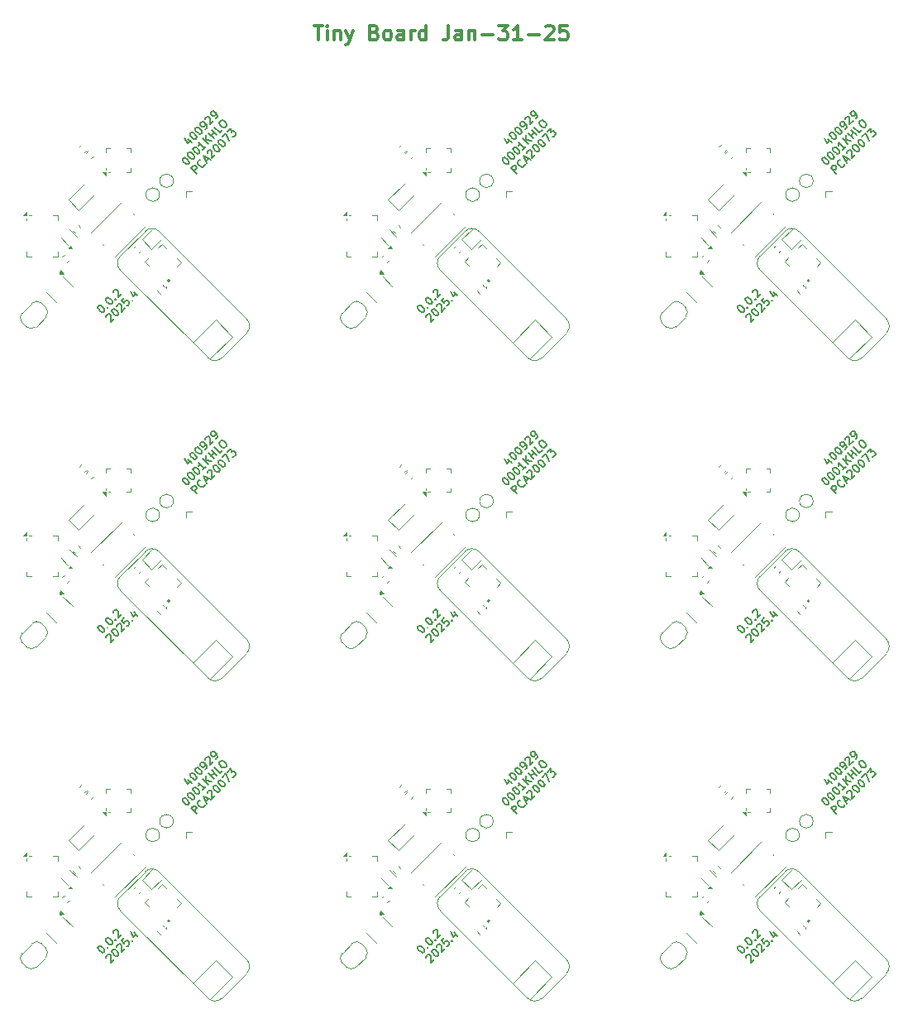
<source format=gto>
%TF.GenerationSoftware,KiCad,Pcbnew,9.0.0-rc2-3baa6cd791~182~ubuntu24.04.1*%
%TF.CreationDate,2025-01-31T11:47:19-05:00*%
%TF.ProjectId,PCA20073_nRF54L15_Tiny_Board,50434132-3030-4373-935f-6e524635344c,rev?*%
%TF.SameCoordinates,Original*%
%TF.FileFunction,Legend,Top*%
%TF.FilePolarity,Positive*%
%FSLAX45Y45*%
G04 Gerber Fmt 4.5, Leading zero omitted, Abs format (unit mm)*
G04 Created by KiCad (PCBNEW 9.0.0-rc2-3baa6cd791~182~ubuntu24.04.1) date 2025-01-31 11:47:19*
%MOMM*%
%LPD*%
G01*
G04 APERTURE LIST*
%ADD10C,0.100000*%
%ADD11C,0.200000*%
%ADD12C,0.300000*%
%ADD13C,0.120000*%
G04 APERTURE END LIST*
D10*
X19404737Y-12112457D02*
X19150179Y-12367015D01*
X16129863Y-5421288D02*
G75*
G02*
X16129864Y-5562711I-70713J-70712D01*
G01*
X11815543Y-4523263D02*
G75*
G02*
X11956964Y-4523263I70711J-70711D01*
G01*
X18110732Y-8194116D02*
X19008757Y-9092142D01*
X14835858Y-11468990D02*
X15733883Y-12367015D01*
X12854990Y-8837583D02*
X12600431Y-9092142D01*
X14835858Y-8194116D02*
G75*
G02*
X14835862Y-8052699I70712J70706D01*
G01*
X18365290Y-7798136D02*
G75*
G02*
X18506711Y-7798136I70711J-70711D01*
G01*
X11560984Y-4777821D02*
X11815543Y-4523263D01*
X12854990Y-11971036D02*
G75*
G02*
X12854993Y-12112461I-70710J-70714D01*
G01*
X18110732Y-11327568D02*
X18365290Y-11073010D01*
X16129863Y-8696162D02*
G75*
G02*
X16129861Y-8837581I-70713J-70708D01*
G01*
X12854990Y-5421288D02*
G75*
G02*
X12854991Y-5562711I-70710J-70712D01*
G01*
X18110732Y-4919242D02*
X19008757Y-5817268D01*
X12600431Y-9092142D02*
G75*
G02*
X12459010Y-9092142I-70711J70711D01*
G01*
X15875305Y-9092142D02*
G75*
G02*
X15733883Y-9092142I-70711J70711D01*
G01*
X19404737Y-8837583D02*
X19150179Y-9092142D01*
X11815543Y-11073010D02*
G75*
G02*
X11956964Y-11073010I70711J-70711D01*
G01*
X18110732Y-11468990D02*
X19008757Y-12367015D01*
X18110732Y-11468990D02*
G75*
G02*
X18110732Y-11327569I70708J70710D01*
G01*
X15090416Y-11073010D02*
G75*
G02*
X15231838Y-11073010I70711J-70711D01*
G01*
X18110732Y-4919242D02*
G75*
G02*
X18110730Y-4777819I70708J70712D01*
G01*
X12854990Y-5421288D02*
X11956964Y-4523263D01*
X11560984Y-11468990D02*
G75*
G02*
X11560985Y-11327569I70706J70710D01*
G01*
X11560984Y-8194116D02*
G75*
G02*
X11560989Y-8052699I70706J70706D01*
G01*
X18110732Y-8052695D02*
X18365290Y-7798136D01*
X14835858Y-8194116D02*
X15733883Y-9092142D01*
X16129863Y-11971036D02*
X15231838Y-11073010D01*
X12854990Y-8696162D02*
X11956964Y-7798136D01*
X14835858Y-4919242D02*
X15733883Y-5817268D01*
X12600431Y-12367015D02*
G75*
G02*
X12459010Y-12367015I-70711J70711D01*
G01*
X15090416Y-7798136D02*
G75*
G02*
X15231838Y-7798136I70711J-70711D01*
G01*
X12600431Y-5817268D02*
G75*
G02*
X12459010Y-5817268I-70711J70711D01*
G01*
X12854990Y-8696162D02*
G75*
G02*
X12854987Y-8837581I-70710J-70708D01*
G01*
X11560984Y-11468990D02*
X12459010Y-12367015D01*
X15875305Y-12367015D02*
G75*
G02*
X15733883Y-12367015I-70711J70711D01*
G01*
X11560984Y-4919242D02*
X12459010Y-5817268D01*
X19150179Y-12367015D02*
G75*
G02*
X19008757Y-12367015I-70711J70711D01*
G01*
X19404737Y-8696162D02*
G75*
G02*
X19404734Y-8837581I-70707J-70708D01*
G01*
X19404737Y-5421288D02*
G75*
G02*
X19404738Y-5562711I-70707J-70712D01*
G01*
X14835858Y-4777821D02*
X15090416Y-4523263D01*
X14835858Y-4919242D02*
G75*
G02*
X14835856Y-4777819I70712J70712D01*
G01*
X14835858Y-11468990D02*
G75*
G02*
X14835859Y-11327569I70712J70710D01*
G01*
X11815543Y-7798136D02*
G75*
G02*
X11956964Y-7798136I70711J-70711D01*
G01*
X15875305Y-5817268D02*
G75*
G02*
X15733883Y-5817268I-70711J70711D01*
G01*
X12854990Y-5562710D02*
X12600431Y-5817268D01*
X14835858Y-8052695D02*
X15090416Y-7798136D01*
X11560984Y-11327568D02*
X11815543Y-11073010D01*
X12854990Y-11971036D02*
X11956964Y-11073010D01*
X15090416Y-4523263D02*
G75*
G02*
X15231838Y-4523263I70711J-70711D01*
G01*
X11560984Y-4919242D02*
G75*
G02*
X11560982Y-4777819I70706J70712D01*
G01*
X16129863Y-11971036D02*
G75*
G02*
X16129867Y-12112461I-70713J-70714D01*
G01*
X16129863Y-12112457D02*
X15875305Y-12367015D01*
X14835858Y-11327568D02*
X15090416Y-11073010D01*
X19404737Y-11971036D02*
X18506711Y-11073010D01*
X16129863Y-5562710D02*
X15875305Y-5817268D01*
X19150179Y-5817268D02*
G75*
G02*
X19008757Y-5817268I-70711J70711D01*
G01*
X11560984Y-8052695D02*
X11815543Y-7798136D01*
X18110732Y-8194116D02*
G75*
G02*
X18110736Y-8052699I70708J70706D01*
G01*
X18365290Y-11073010D02*
G75*
G02*
X18506711Y-11073010I70711J-70711D01*
G01*
X16129863Y-8696162D02*
X15231838Y-7798136D01*
X11560984Y-8194116D02*
X12459010Y-9092142D01*
X16129863Y-5421288D02*
X15231838Y-4523263D01*
X19404737Y-8696162D02*
X18506711Y-7798136D01*
X18110732Y-4777821D02*
X18365290Y-4523263D01*
X12854990Y-12112457D02*
X12600431Y-12367015D01*
X19404737Y-5562710D02*
X19150179Y-5817268D01*
X18365290Y-4523263D02*
G75*
G02*
X18506711Y-4523263I70711J-70711D01*
G01*
X19150179Y-9092142D02*
G75*
G02*
X19008757Y-9092142I-70711J70711D01*
G01*
X16129863Y-8837583D02*
X15875305Y-9092142D01*
X19404737Y-11971036D02*
G75*
G02*
X19404741Y-12112461I-70707J-70714D01*
G01*
X19404737Y-5421288D02*
X18506711Y-4523263D01*
D11*
X14608887Y-11839604D02*
X14614275Y-11834217D01*
X14614275Y-11834217D02*
X14622356Y-11831523D01*
X14622356Y-11831523D02*
X14627743Y-11831523D01*
X14627743Y-11831523D02*
X14635825Y-11834217D01*
X14635825Y-11834217D02*
X14649293Y-11842298D01*
X14649293Y-11842298D02*
X14662762Y-11855767D01*
X14662762Y-11855767D02*
X14670843Y-11869235D01*
X14670843Y-11869235D02*
X14673537Y-11877317D01*
X14673537Y-11877317D02*
X14673537Y-11882704D01*
X14673537Y-11882704D02*
X14670843Y-11890785D01*
X14670843Y-11890785D02*
X14665456Y-11896173D01*
X14665456Y-11896173D02*
X14657375Y-11898867D01*
X14657375Y-11898867D02*
X14651987Y-11898867D01*
X14651987Y-11898867D02*
X14643906Y-11896173D01*
X14643906Y-11896173D02*
X14630437Y-11888092D01*
X14630437Y-11888092D02*
X14616969Y-11874623D01*
X14616969Y-11874623D02*
X14608887Y-11861154D01*
X14608887Y-11861154D02*
X14606194Y-11853073D01*
X14606194Y-11853073D02*
X14606194Y-11847686D01*
X14606194Y-11847686D02*
X14608887Y-11839604D01*
X14703168Y-11847686D02*
X14708556Y-11847686D01*
X14708556Y-11847686D02*
X14708556Y-11853073D01*
X14708556Y-11853073D02*
X14703168Y-11853073D01*
X14703168Y-11853073D02*
X14703168Y-11847686D01*
X14703168Y-11847686D02*
X14708556Y-11853073D01*
X14689699Y-11758792D02*
X14695087Y-11753405D01*
X14695087Y-11753405D02*
X14703168Y-11750711D01*
X14703168Y-11750711D02*
X14708556Y-11750711D01*
X14708556Y-11750711D02*
X14716637Y-11753405D01*
X14716637Y-11753405D02*
X14730106Y-11761486D01*
X14730106Y-11761486D02*
X14743574Y-11774955D01*
X14743574Y-11774955D02*
X14751655Y-11788423D01*
X14751655Y-11788423D02*
X14754349Y-11796504D01*
X14754349Y-11796504D02*
X14754349Y-11801892D01*
X14754349Y-11801892D02*
X14751655Y-11809973D01*
X14751655Y-11809973D02*
X14746268Y-11815361D01*
X14746268Y-11815361D02*
X14738187Y-11818054D01*
X14738187Y-11818054D02*
X14732799Y-11818054D01*
X14732799Y-11818054D02*
X14724718Y-11815361D01*
X14724718Y-11815361D02*
X14711249Y-11807279D01*
X14711249Y-11807279D02*
X14697781Y-11793811D01*
X14697781Y-11793811D02*
X14689699Y-11780342D01*
X14689699Y-11780342D02*
X14687006Y-11772261D01*
X14687006Y-11772261D02*
X14687006Y-11766873D01*
X14687006Y-11766873D02*
X14689699Y-11758792D01*
X14783980Y-11766873D02*
X14789368Y-11766873D01*
X14789368Y-11766873D02*
X14789368Y-11772261D01*
X14789368Y-11772261D02*
X14783980Y-11772261D01*
X14783980Y-11772261D02*
X14783980Y-11766873D01*
X14783980Y-11766873D02*
X14789368Y-11772261D01*
X14762430Y-11696836D02*
X14762430Y-11691449D01*
X14762430Y-11691449D02*
X14765124Y-11683367D01*
X14765124Y-11683367D02*
X14778593Y-11669899D01*
X14778593Y-11669899D02*
X14786674Y-11667205D01*
X14786674Y-11667205D02*
X14792062Y-11667205D01*
X14792062Y-11667205D02*
X14800143Y-11669899D01*
X14800143Y-11669899D02*
X14805530Y-11675286D01*
X14805530Y-11675286D02*
X14810918Y-11686061D01*
X14810918Y-11686061D02*
X14810918Y-11750711D01*
X14810918Y-11750711D02*
X14845936Y-11715692D01*
X14691878Y-11949533D02*
X14691878Y-11944145D01*
X14691878Y-11944145D02*
X14694572Y-11936064D01*
X14694572Y-11936064D02*
X14708041Y-11922595D01*
X14708041Y-11922595D02*
X14716122Y-11919902D01*
X14716122Y-11919902D02*
X14721509Y-11919902D01*
X14721509Y-11919902D02*
X14729591Y-11922595D01*
X14729591Y-11922595D02*
X14734978Y-11927983D01*
X14734978Y-11927983D02*
X14740366Y-11938758D01*
X14740366Y-11938758D02*
X14740366Y-12003408D01*
X14740366Y-12003408D02*
X14775384Y-11968389D01*
X14753834Y-11876802D02*
X14759222Y-11871414D01*
X14759222Y-11871414D02*
X14767303Y-11868720D01*
X14767303Y-11868720D02*
X14772690Y-11868720D01*
X14772690Y-11868720D02*
X14780772Y-11871414D01*
X14780772Y-11871414D02*
X14794240Y-11879495D01*
X14794240Y-11879495D02*
X14807709Y-11892964D01*
X14807709Y-11892964D02*
X14815790Y-11906433D01*
X14815790Y-11906433D02*
X14818484Y-11914514D01*
X14818484Y-11914514D02*
X14818484Y-11919902D01*
X14818484Y-11919902D02*
X14815790Y-11927983D01*
X14815790Y-11927983D02*
X14810403Y-11933370D01*
X14810403Y-11933370D02*
X14802322Y-11936064D01*
X14802322Y-11936064D02*
X14796934Y-11936064D01*
X14796934Y-11936064D02*
X14788853Y-11933370D01*
X14788853Y-11933370D02*
X14775384Y-11925289D01*
X14775384Y-11925289D02*
X14761916Y-11911820D01*
X14761916Y-11911820D02*
X14753834Y-11898352D01*
X14753834Y-11898352D02*
X14751141Y-11890270D01*
X14751141Y-11890270D02*
X14751141Y-11884883D01*
X14751141Y-11884883D02*
X14753834Y-11876802D01*
X14799628Y-11841783D02*
X14799628Y-11836396D01*
X14799628Y-11836396D02*
X14802322Y-11828314D01*
X14802322Y-11828314D02*
X14815790Y-11814846D01*
X14815790Y-11814846D02*
X14823872Y-11812152D01*
X14823872Y-11812152D02*
X14829259Y-11812152D01*
X14829259Y-11812152D02*
X14837340Y-11814846D01*
X14837340Y-11814846D02*
X14842728Y-11820233D01*
X14842728Y-11820233D02*
X14848115Y-11831008D01*
X14848115Y-11831008D02*
X14848115Y-11895658D01*
X14848115Y-11895658D02*
X14883134Y-11860639D01*
X14877746Y-11752890D02*
X14850809Y-11779827D01*
X14850809Y-11779827D02*
X14875053Y-11809458D01*
X14875053Y-11809458D02*
X14875053Y-11804071D01*
X14875053Y-11804071D02*
X14877746Y-11795989D01*
X14877746Y-11795989D02*
X14891215Y-11782521D01*
X14891215Y-11782521D02*
X14899296Y-11779827D01*
X14899296Y-11779827D02*
X14904684Y-11779827D01*
X14904684Y-11779827D02*
X14912765Y-11782521D01*
X14912765Y-11782521D02*
X14926234Y-11795989D01*
X14926234Y-11795989D02*
X14928927Y-11804071D01*
X14928927Y-11804071D02*
X14928927Y-11809458D01*
X14928927Y-11809458D02*
X14926234Y-11817539D01*
X14926234Y-11817539D02*
X14912765Y-11831008D01*
X14912765Y-11831008D02*
X14904684Y-11833702D01*
X14904684Y-11833702D02*
X14899296Y-11833702D01*
X14955865Y-11777133D02*
X14961252Y-11777133D01*
X14961252Y-11777133D02*
X14961252Y-11782521D01*
X14961252Y-11782521D02*
X14955865Y-11782521D01*
X14955865Y-11782521D02*
X14955865Y-11777133D01*
X14955865Y-11777133D02*
X14961252Y-11782521D01*
X14974721Y-11693627D02*
X15012433Y-11731340D01*
X14939702Y-11685546D02*
X14966640Y-11739421D01*
X14966640Y-11739421D02*
X15001658Y-11704402D01*
X11334014Y-8564731D02*
X11339401Y-8559343D01*
X11339401Y-8559343D02*
X11347482Y-8556650D01*
X11347482Y-8556650D02*
X11352870Y-8556650D01*
X11352870Y-8556650D02*
X11360951Y-8559343D01*
X11360951Y-8559343D02*
X11374420Y-8567424D01*
X11374420Y-8567424D02*
X11387888Y-8580893D01*
X11387888Y-8580893D02*
X11395970Y-8594362D01*
X11395970Y-8594362D02*
X11398663Y-8602443D01*
X11398663Y-8602443D02*
X11398663Y-8607831D01*
X11398663Y-8607831D02*
X11395970Y-8615912D01*
X11395970Y-8615912D02*
X11390582Y-8621299D01*
X11390582Y-8621299D02*
X11382501Y-8623993D01*
X11382501Y-8623993D02*
X11377113Y-8623993D01*
X11377113Y-8623993D02*
X11369032Y-8621299D01*
X11369032Y-8621299D02*
X11355564Y-8613218D01*
X11355564Y-8613218D02*
X11342095Y-8599749D01*
X11342095Y-8599749D02*
X11334014Y-8586281D01*
X11334014Y-8586281D02*
X11331320Y-8578199D01*
X11331320Y-8578199D02*
X11331320Y-8572812D01*
X11331320Y-8572812D02*
X11334014Y-8564731D01*
X11428295Y-8572812D02*
X11433682Y-8572812D01*
X11433682Y-8572812D02*
X11433682Y-8578199D01*
X11433682Y-8578199D02*
X11428295Y-8578199D01*
X11428295Y-8578199D02*
X11428295Y-8572812D01*
X11428295Y-8572812D02*
X11433682Y-8578199D01*
X11414826Y-8483919D02*
X11420213Y-8478531D01*
X11420213Y-8478531D02*
X11428294Y-8475837D01*
X11428294Y-8475837D02*
X11433682Y-8475837D01*
X11433682Y-8475837D02*
X11441763Y-8478531D01*
X11441763Y-8478531D02*
X11455232Y-8486612D01*
X11455232Y-8486612D02*
X11468701Y-8500081D01*
X11468701Y-8500081D02*
X11476782Y-8513550D01*
X11476782Y-8513550D02*
X11479476Y-8521631D01*
X11479476Y-8521631D02*
X11479476Y-8527018D01*
X11479476Y-8527018D02*
X11476782Y-8535100D01*
X11476782Y-8535100D02*
X11471394Y-8540487D01*
X11471394Y-8540487D02*
X11463313Y-8543181D01*
X11463313Y-8543181D02*
X11457926Y-8543181D01*
X11457926Y-8543181D02*
X11449844Y-8540487D01*
X11449844Y-8540487D02*
X11436376Y-8532406D01*
X11436376Y-8532406D02*
X11422907Y-8518937D01*
X11422907Y-8518937D02*
X11414826Y-8505468D01*
X11414826Y-8505468D02*
X11412132Y-8497387D01*
X11412132Y-8497387D02*
X11412132Y-8492000D01*
X11412132Y-8492000D02*
X11414826Y-8483919D01*
X11509107Y-8492000D02*
X11514494Y-8492000D01*
X11514494Y-8492000D02*
X11514494Y-8497387D01*
X11514494Y-8497387D02*
X11509107Y-8497387D01*
X11509107Y-8497387D02*
X11509107Y-8492000D01*
X11509107Y-8492000D02*
X11514494Y-8497387D01*
X11487557Y-8421963D02*
X11487557Y-8416575D01*
X11487557Y-8416575D02*
X11490250Y-8408494D01*
X11490250Y-8408494D02*
X11503719Y-8395025D01*
X11503719Y-8395025D02*
X11511800Y-8392331D01*
X11511800Y-8392331D02*
X11517188Y-8392331D01*
X11517188Y-8392331D02*
X11525269Y-8395025D01*
X11525269Y-8395025D02*
X11530657Y-8400413D01*
X11530657Y-8400413D02*
X11536044Y-8411188D01*
X11536044Y-8411188D02*
X11536044Y-8475837D01*
X11536044Y-8475837D02*
X11571063Y-8440819D01*
X11417005Y-8674659D02*
X11417005Y-8669272D01*
X11417005Y-8669272D02*
X11419698Y-8661190D01*
X11419698Y-8661190D02*
X11433167Y-8647722D01*
X11433167Y-8647722D02*
X11441248Y-8645028D01*
X11441248Y-8645028D02*
X11446636Y-8645028D01*
X11446636Y-8645028D02*
X11454717Y-8647722D01*
X11454717Y-8647722D02*
X11460104Y-8653109D01*
X11460104Y-8653109D02*
X11465492Y-8663884D01*
X11465492Y-8663884D02*
X11465492Y-8728534D01*
X11465492Y-8728534D02*
X11500511Y-8693515D01*
X11478961Y-8601928D02*
X11484348Y-8596541D01*
X11484348Y-8596541D02*
X11492429Y-8593847D01*
X11492429Y-8593847D02*
X11497817Y-8593847D01*
X11497817Y-8593847D02*
X11505898Y-8596541D01*
X11505898Y-8596541D02*
X11519367Y-8604622D01*
X11519367Y-8604622D02*
X11532835Y-8618091D01*
X11532835Y-8618091D02*
X11540917Y-8631559D01*
X11540917Y-8631559D02*
X11543610Y-8639640D01*
X11543610Y-8639640D02*
X11543610Y-8645028D01*
X11543610Y-8645028D02*
X11540917Y-8653109D01*
X11540917Y-8653109D02*
X11535529Y-8658497D01*
X11535529Y-8658497D02*
X11527448Y-8661190D01*
X11527448Y-8661190D02*
X11522060Y-8661190D01*
X11522060Y-8661190D02*
X11513979Y-8658497D01*
X11513979Y-8658497D02*
X11500511Y-8650415D01*
X11500511Y-8650415D02*
X11487042Y-8636947D01*
X11487042Y-8636947D02*
X11478961Y-8623478D01*
X11478961Y-8623478D02*
X11476267Y-8615397D01*
X11476267Y-8615397D02*
X11476267Y-8610009D01*
X11476267Y-8610009D02*
X11478961Y-8601928D01*
X11524754Y-8566909D02*
X11524754Y-8561522D01*
X11524754Y-8561522D02*
X11527448Y-8553441D01*
X11527448Y-8553441D02*
X11540917Y-8539972D01*
X11540917Y-8539972D02*
X11548998Y-8537278D01*
X11548998Y-8537278D02*
X11554385Y-8537278D01*
X11554385Y-8537278D02*
X11562467Y-8539972D01*
X11562467Y-8539972D02*
X11567854Y-8545360D01*
X11567854Y-8545360D02*
X11573242Y-8556135D01*
X11573242Y-8556135D02*
X11573242Y-8620784D01*
X11573242Y-8620784D02*
X11608260Y-8585766D01*
X11602873Y-8478016D02*
X11575935Y-8504953D01*
X11575935Y-8504953D02*
X11600179Y-8534585D01*
X11600179Y-8534585D02*
X11600179Y-8529197D01*
X11600179Y-8529197D02*
X11602873Y-8521116D01*
X11602873Y-8521116D02*
X11616341Y-8507647D01*
X11616341Y-8507647D02*
X11624423Y-8504953D01*
X11624423Y-8504953D02*
X11629810Y-8504953D01*
X11629810Y-8504953D02*
X11637891Y-8507647D01*
X11637891Y-8507647D02*
X11651360Y-8521116D01*
X11651360Y-8521116D02*
X11654054Y-8529197D01*
X11654054Y-8529197D02*
X11654054Y-8534585D01*
X11654054Y-8534585D02*
X11651360Y-8542666D01*
X11651360Y-8542666D02*
X11637891Y-8556134D01*
X11637891Y-8556134D02*
X11629810Y-8558828D01*
X11629810Y-8558828D02*
X11624423Y-8558828D01*
X11680991Y-8502260D02*
X11686379Y-8502260D01*
X11686379Y-8502260D02*
X11686379Y-8507647D01*
X11686379Y-8507647D02*
X11680991Y-8507647D01*
X11680991Y-8507647D02*
X11680991Y-8502260D01*
X11680991Y-8502260D02*
X11686379Y-8507647D01*
X11699847Y-8418754D02*
X11737560Y-8456466D01*
X11664829Y-8410673D02*
X11691766Y-8464547D01*
X11691766Y-8464547D02*
X11726785Y-8429529D01*
X14608887Y-8564731D02*
X14614275Y-8559343D01*
X14614275Y-8559343D02*
X14622356Y-8556650D01*
X14622356Y-8556650D02*
X14627743Y-8556650D01*
X14627743Y-8556650D02*
X14635825Y-8559343D01*
X14635825Y-8559343D02*
X14649293Y-8567424D01*
X14649293Y-8567424D02*
X14662762Y-8580893D01*
X14662762Y-8580893D02*
X14670843Y-8594362D01*
X14670843Y-8594362D02*
X14673537Y-8602443D01*
X14673537Y-8602443D02*
X14673537Y-8607831D01*
X14673537Y-8607831D02*
X14670843Y-8615912D01*
X14670843Y-8615912D02*
X14665456Y-8621299D01*
X14665456Y-8621299D02*
X14657375Y-8623993D01*
X14657375Y-8623993D02*
X14651987Y-8623993D01*
X14651987Y-8623993D02*
X14643906Y-8621299D01*
X14643906Y-8621299D02*
X14630437Y-8613218D01*
X14630437Y-8613218D02*
X14616969Y-8599749D01*
X14616969Y-8599749D02*
X14608887Y-8586281D01*
X14608887Y-8586281D02*
X14606194Y-8578199D01*
X14606194Y-8578199D02*
X14606194Y-8572812D01*
X14606194Y-8572812D02*
X14608887Y-8564731D01*
X14703168Y-8572812D02*
X14708556Y-8572812D01*
X14708556Y-8572812D02*
X14708556Y-8578199D01*
X14708556Y-8578199D02*
X14703168Y-8578199D01*
X14703168Y-8578199D02*
X14703168Y-8572812D01*
X14703168Y-8572812D02*
X14708556Y-8578199D01*
X14689699Y-8483919D02*
X14695087Y-8478531D01*
X14695087Y-8478531D02*
X14703168Y-8475837D01*
X14703168Y-8475837D02*
X14708556Y-8475837D01*
X14708556Y-8475837D02*
X14716637Y-8478531D01*
X14716637Y-8478531D02*
X14730106Y-8486612D01*
X14730106Y-8486612D02*
X14743574Y-8500081D01*
X14743574Y-8500081D02*
X14751655Y-8513550D01*
X14751655Y-8513550D02*
X14754349Y-8521631D01*
X14754349Y-8521631D02*
X14754349Y-8527018D01*
X14754349Y-8527018D02*
X14751655Y-8535100D01*
X14751655Y-8535100D02*
X14746268Y-8540487D01*
X14746268Y-8540487D02*
X14738187Y-8543181D01*
X14738187Y-8543181D02*
X14732799Y-8543181D01*
X14732799Y-8543181D02*
X14724718Y-8540487D01*
X14724718Y-8540487D02*
X14711249Y-8532406D01*
X14711249Y-8532406D02*
X14697781Y-8518937D01*
X14697781Y-8518937D02*
X14689699Y-8505468D01*
X14689699Y-8505468D02*
X14687006Y-8497387D01*
X14687006Y-8497387D02*
X14687006Y-8492000D01*
X14687006Y-8492000D02*
X14689699Y-8483919D01*
X14783980Y-8492000D02*
X14789368Y-8492000D01*
X14789368Y-8492000D02*
X14789368Y-8497387D01*
X14789368Y-8497387D02*
X14783980Y-8497387D01*
X14783980Y-8497387D02*
X14783980Y-8492000D01*
X14783980Y-8492000D02*
X14789368Y-8497387D01*
X14762430Y-8421963D02*
X14762430Y-8416575D01*
X14762430Y-8416575D02*
X14765124Y-8408494D01*
X14765124Y-8408494D02*
X14778593Y-8395025D01*
X14778593Y-8395025D02*
X14786674Y-8392331D01*
X14786674Y-8392331D02*
X14792062Y-8392331D01*
X14792062Y-8392331D02*
X14800143Y-8395025D01*
X14800143Y-8395025D02*
X14805530Y-8400413D01*
X14805530Y-8400413D02*
X14810918Y-8411188D01*
X14810918Y-8411188D02*
X14810918Y-8475837D01*
X14810918Y-8475837D02*
X14845936Y-8440819D01*
X14691878Y-8674659D02*
X14691878Y-8669272D01*
X14691878Y-8669272D02*
X14694572Y-8661190D01*
X14694572Y-8661190D02*
X14708041Y-8647722D01*
X14708041Y-8647722D02*
X14716122Y-8645028D01*
X14716122Y-8645028D02*
X14721509Y-8645028D01*
X14721509Y-8645028D02*
X14729591Y-8647722D01*
X14729591Y-8647722D02*
X14734978Y-8653109D01*
X14734978Y-8653109D02*
X14740366Y-8663884D01*
X14740366Y-8663884D02*
X14740366Y-8728534D01*
X14740366Y-8728534D02*
X14775384Y-8693515D01*
X14753834Y-8601928D02*
X14759222Y-8596541D01*
X14759222Y-8596541D02*
X14767303Y-8593847D01*
X14767303Y-8593847D02*
X14772690Y-8593847D01*
X14772690Y-8593847D02*
X14780772Y-8596541D01*
X14780772Y-8596541D02*
X14794240Y-8604622D01*
X14794240Y-8604622D02*
X14807709Y-8618091D01*
X14807709Y-8618091D02*
X14815790Y-8631559D01*
X14815790Y-8631559D02*
X14818484Y-8639640D01*
X14818484Y-8639640D02*
X14818484Y-8645028D01*
X14818484Y-8645028D02*
X14815790Y-8653109D01*
X14815790Y-8653109D02*
X14810403Y-8658497D01*
X14810403Y-8658497D02*
X14802322Y-8661190D01*
X14802322Y-8661190D02*
X14796934Y-8661190D01*
X14796934Y-8661190D02*
X14788853Y-8658497D01*
X14788853Y-8658497D02*
X14775384Y-8650415D01*
X14775384Y-8650415D02*
X14761916Y-8636947D01*
X14761916Y-8636947D02*
X14753834Y-8623478D01*
X14753834Y-8623478D02*
X14751141Y-8615397D01*
X14751141Y-8615397D02*
X14751141Y-8610009D01*
X14751141Y-8610009D02*
X14753834Y-8601928D01*
X14799628Y-8566909D02*
X14799628Y-8561522D01*
X14799628Y-8561522D02*
X14802322Y-8553441D01*
X14802322Y-8553441D02*
X14815790Y-8539972D01*
X14815790Y-8539972D02*
X14823872Y-8537278D01*
X14823872Y-8537278D02*
X14829259Y-8537278D01*
X14829259Y-8537278D02*
X14837340Y-8539972D01*
X14837340Y-8539972D02*
X14842728Y-8545360D01*
X14842728Y-8545360D02*
X14848115Y-8556135D01*
X14848115Y-8556135D02*
X14848115Y-8620784D01*
X14848115Y-8620784D02*
X14883134Y-8585766D01*
X14877746Y-8478016D02*
X14850809Y-8504953D01*
X14850809Y-8504953D02*
X14875053Y-8534585D01*
X14875053Y-8534585D02*
X14875053Y-8529197D01*
X14875053Y-8529197D02*
X14877746Y-8521116D01*
X14877746Y-8521116D02*
X14891215Y-8507647D01*
X14891215Y-8507647D02*
X14899296Y-8504953D01*
X14899296Y-8504953D02*
X14904684Y-8504953D01*
X14904684Y-8504953D02*
X14912765Y-8507647D01*
X14912765Y-8507647D02*
X14926234Y-8521116D01*
X14926234Y-8521116D02*
X14928927Y-8529197D01*
X14928927Y-8529197D02*
X14928927Y-8534585D01*
X14928927Y-8534585D02*
X14926234Y-8542666D01*
X14926234Y-8542666D02*
X14912765Y-8556134D01*
X14912765Y-8556134D02*
X14904684Y-8558828D01*
X14904684Y-8558828D02*
X14899296Y-8558828D01*
X14955865Y-8502260D02*
X14961252Y-8502260D01*
X14961252Y-8502260D02*
X14961252Y-8507647D01*
X14961252Y-8507647D02*
X14955865Y-8507647D01*
X14955865Y-8507647D02*
X14955865Y-8502260D01*
X14955865Y-8502260D02*
X14961252Y-8507647D01*
X14974721Y-8418754D02*
X15012433Y-8456466D01*
X14939702Y-8410673D02*
X14966640Y-8464547D01*
X14966640Y-8464547D02*
X15001658Y-8429529D01*
X15530147Y-6854720D02*
X15567859Y-6892432D01*
X15495128Y-6846639D02*
X15522066Y-6900514D01*
X15522066Y-6900514D02*
X15557084Y-6865495D01*
X15551697Y-6795458D02*
X15557084Y-6790070D01*
X15557084Y-6790070D02*
X15565166Y-6787377D01*
X15565166Y-6787377D02*
X15570553Y-6787377D01*
X15570553Y-6787377D02*
X15578634Y-6790070D01*
X15578634Y-6790070D02*
X15592103Y-6798151D01*
X15592103Y-6798151D02*
X15605572Y-6811620D01*
X15605572Y-6811620D02*
X15613653Y-6825089D01*
X15613653Y-6825089D02*
X15616347Y-6833170D01*
X15616347Y-6833170D02*
X15616347Y-6838558D01*
X15616347Y-6838558D02*
X15613653Y-6846639D01*
X15613653Y-6846639D02*
X15608265Y-6852026D01*
X15608265Y-6852026D02*
X15600184Y-6854720D01*
X15600184Y-6854720D02*
X15594797Y-6854720D01*
X15594797Y-6854720D02*
X15586716Y-6852026D01*
X15586716Y-6852026D02*
X15573247Y-6843945D01*
X15573247Y-6843945D02*
X15559778Y-6830476D01*
X15559778Y-6830476D02*
X15551697Y-6817008D01*
X15551697Y-6817008D02*
X15549003Y-6808926D01*
X15549003Y-6808926D02*
X15549003Y-6803539D01*
X15549003Y-6803539D02*
X15551697Y-6795458D01*
X15605572Y-6741583D02*
X15610959Y-6736195D01*
X15610959Y-6736195D02*
X15619040Y-6733502D01*
X15619040Y-6733502D02*
X15624428Y-6733502D01*
X15624428Y-6733502D02*
X15632509Y-6736195D01*
X15632509Y-6736195D02*
X15645978Y-6744277D01*
X15645978Y-6744277D02*
X15659447Y-6757745D01*
X15659447Y-6757745D02*
X15667528Y-6771214D01*
X15667528Y-6771214D02*
X15670222Y-6779295D01*
X15670222Y-6779295D02*
X15670222Y-6784683D01*
X15670222Y-6784683D02*
X15667528Y-6792764D01*
X15667528Y-6792764D02*
X15662140Y-6798151D01*
X15662140Y-6798151D02*
X15654059Y-6800845D01*
X15654059Y-6800845D02*
X15648672Y-6800845D01*
X15648672Y-6800845D02*
X15640590Y-6798151D01*
X15640590Y-6798151D02*
X15627122Y-6790070D01*
X15627122Y-6790070D02*
X15613653Y-6776602D01*
X15613653Y-6776602D02*
X15605572Y-6763133D01*
X15605572Y-6763133D02*
X15602878Y-6755052D01*
X15602878Y-6755052D02*
X15602878Y-6749664D01*
X15602878Y-6749664D02*
X15605572Y-6741583D01*
X15707934Y-6752358D02*
X15718709Y-6741583D01*
X15718709Y-6741583D02*
X15721403Y-6733502D01*
X15721403Y-6733502D02*
X15721403Y-6728114D01*
X15721403Y-6728114D02*
X15718709Y-6714646D01*
X15718709Y-6714646D02*
X15710628Y-6701177D01*
X15710628Y-6701177D02*
X15689078Y-6679627D01*
X15689078Y-6679627D02*
X15680997Y-6676933D01*
X15680997Y-6676933D02*
X15675609Y-6676933D01*
X15675609Y-6676933D02*
X15667528Y-6679627D01*
X15667528Y-6679627D02*
X15656753Y-6690402D01*
X15656753Y-6690402D02*
X15654059Y-6698483D01*
X15654059Y-6698483D02*
X15654059Y-6703871D01*
X15654059Y-6703871D02*
X15656753Y-6711952D01*
X15656753Y-6711952D02*
X15670222Y-6725420D01*
X15670222Y-6725420D02*
X15678303Y-6728114D01*
X15678303Y-6728114D02*
X15683690Y-6728114D01*
X15683690Y-6728114D02*
X15691771Y-6725420D01*
X15691771Y-6725420D02*
X15702546Y-6714646D01*
X15702546Y-6714646D02*
X15705240Y-6706564D01*
X15705240Y-6706564D02*
X15705240Y-6701177D01*
X15705240Y-6701177D02*
X15702546Y-6693096D01*
X15705240Y-6652689D02*
X15705240Y-6647302D01*
X15705240Y-6647302D02*
X15707934Y-6639221D01*
X15707934Y-6639221D02*
X15721403Y-6625752D01*
X15721403Y-6625752D02*
X15729484Y-6623058D01*
X15729484Y-6623058D02*
X15734871Y-6623058D01*
X15734871Y-6623058D02*
X15742953Y-6625752D01*
X15742953Y-6625752D02*
X15748340Y-6631140D01*
X15748340Y-6631140D02*
X15753728Y-6641915D01*
X15753728Y-6641915D02*
X15753728Y-6706564D01*
X15753728Y-6706564D02*
X15788746Y-6671546D01*
X15815684Y-6644608D02*
X15826459Y-6633833D01*
X15826459Y-6633833D02*
X15829152Y-6625752D01*
X15829152Y-6625752D02*
X15829152Y-6620365D01*
X15829152Y-6620365D02*
X15826459Y-6606896D01*
X15826459Y-6606896D02*
X15818377Y-6593427D01*
X15818377Y-6593427D02*
X15796827Y-6571877D01*
X15796827Y-6571877D02*
X15788746Y-6569184D01*
X15788746Y-6569184D02*
X15783359Y-6569184D01*
X15783359Y-6569184D02*
X15775277Y-6571877D01*
X15775277Y-6571877D02*
X15764502Y-6582652D01*
X15764502Y-6582652D02*
X15761809Y-6590733D01*
X15761809Y-6590733D02*
X15761809Y-6596121D01*
X15761809Y-6596121D02*
X15764502Y-6604202D01*
X15764502Y-6604202D02*
X15777971Y-6617671D01*
X15777971Y-6617671D02*
X15786052Y-6620365D01*
X15786052Y-6620365D02*
X15791440Y-6620365D01*
X15791440Y-6620365D02*
X15799521Y-6617671D01*
X15799521Y-6617671D02*
X15810296Y-6606896D01*
X15810296Y-6606896D02*
X15812990Y-6598815D01*
X15812990Y-6598815D02*
X15812990Y-6593427D01*
X15812990Y-6593427D02*
X15810296Y-6585346D01*
X15475757Y-7053542D02*
X15481145Y-7048154D01*
X15481145Y-7048154D02*
X15489226Y-7045461D01*
X15489226Y-7045461D02*
X15494613Y-7045461D01*
X15494613Y-7045461D02*
X15502695Y-7048154D01*
X15502695Y-7048154D02*
X15516163Y-7056236D01*
X15516163Y-7056236D02*
X15529632Y-7069704D01*
X15529632Y-7069704D02*
X15537713Y-7083173D01*
X15537713Y-7083173D02*
X15540407Y-7091254D01*
X15540407Y-7091254D02*
X15540407Y-7096642D01*
X15540407Y-7096642D02*
X15537713Y-7104723D01*
X15537713Y-7104723D02*
X15532326Y-7110110D01*
X15532326Y-7110110D02*
X15524245Y-7112804D01*
X15524245Y-7112804D02*
X15518857Y-7112804D01*
X15518857Y-7112804D02*
X15510776Y-7110110D01*
X15510776Y-7110110D02*
X15497307Y-7102029D01*
X15497307Y-7102029D02*
X15483839Y-7088560D01*
X15483839Y-7088560D02*
X15475757Y-7075092D01*
X15475757Y-7075092D02*
X15473064Y-7067010D01*
X15473064Y-7067010D02*
X15473064Y-7061623D01*
X15473064Y-7061623D02*
X15475757Y-7053542D01*
X15529632Y-6999667D02*
X15535020Y-6994279D01*
X15535020Y-6994279D02*
X15543101Y-6991586D01*
X15543101Y-6991586D02*
X15548488Y-6991586D01*
X15548488Y-6991586D02*
X15556570Y-6994279D01*
X15556570Y-6994279D02*
X15570038Y-7002361D01*
X15570038Y-7002361D02*
X15583507Y-7015829D01*
X15583507Y-7015829D02*
X15591588Y-7029298D01*
X15591588Y-7029298D02*
X15594282Y-7037379D01*
X15594282Y-7037379D02*
X15594282Y-7042767D01*
X15594282Y-7042767D02*
X15591588Y-7050848D01*
X15591588Y-7050848D02*
X15586201Y-7056236D01*
X15586201Y-7056236D02*
X15578119Y-7058929D01*
X15578119Y-7058929D02*
X15572732Y-7058929D01*
X15572732Y-7058929D02*
X15564651Y-7056236D01*
X15564651Y-7056236D02*
X15551182Y-7048154D01*
X15551182Y-7048154D02*
X15537713Y-7034686D01*
X15537713Y-7034686D02*
X15529632Y-7021217D01*
X15529632Y-7021217D02*
X15526938Y-7013136D01*
X15526938Y-7013136D02*
X15526938Y-7007748D01*
X15526938Y-7007748D02*
X15529632Y-6999667D01*
X15583507Y-6945792D02*
X15588894Y-6940405D01*
X15588894Y-6940405D02*
X15596976Y-6937711D01*
X15596976Y-6937711D02*
X15602363Y-6937711D01*
X15602363Y-6937711D02*
X15610444Y-6940405D01*
X15610444Y-6940405D02*
X15623913Y-6948486D01*
X15623913Y-6948486D02*
X15637382Y-6961955D01*
X15637382Y-6961955D02*
X15645463Y-6975423D01*
X15645463Y-6975423D02*
X15648157Y-6983505D01*
X15648157Y-6983505D02*
X15648157Y-6988892D01*
X15648157Y-6988892D02*
X15645463Y-6996973D01*
X15645463Y-6996973D02*
X15640075Y-7002361D01*
X15640075Y-7002361D02*
X15631994Y-7005054D01*
X15631994Y-7005054D02*
X15626607Y-7005054D01*
X15626607Y-7005054D02*
X15618526Y-7002361D01*
X15618526Y-7002361D02*
X15605057Y-6994279D01*
X15605057Y-6994279D02*
X15591588Y-6980811D01*
X15591588Y-6980811D02*
X15583507Y-6967342D01*
X15583507Y-6967342D02*
X15580813Y-6959261D01*
X15580813Y-6959261D02*
X15580813Y-6953873D01*
X15580813Y-6953873D02*
X15583507Y-6945792D01*
X15712806Y-6929630D02*
X15680482Y-6961955D01*
X15696644Y-6945792D02*
X15640076Y-6889224D01*
X15640076Y-6889224D02*
X15642769Y-6902692D01*
X15642769Y-6902692D02*
X15642769Y-6913467D01*
X15642769Y-6913467D02*
X15640076Y-6921548D01*
X15737050Y-6905386D02*
X15680482Y-6848817D01*
X15769375Y-6873061D02*
X15712807Y-6864980D01*
X15712807Y-6816493D02*
X15712807Y-6881142D01*
X15793619Y-6848817D02*
X15737050Y-6792249D01*
X15763988Y-6819186D02*
X15796312Y-6786861D01*
X15825944Y-6816493D02*
X15769375Y-6759924D01*
X15879818Y-6762618D02*
X15852881Y-6789555D01*
X15852881Y-6789555D02*
X15796312Y-6732987D01*
X15852881Y-6676418D02*
X15863656Y-6665643D01*
X15863656Y-6665643D02*
X15871737Y-6662949D01*
X15871737Y-6662949D02*
X15882512Y-6662949D01*
X15882512Y-6662949D02*
X15895981Y-6671031D01*
X15895981Y-6671031D02*
X15914837Y-6689887D01*
X15914837Y-6689887D02*
X15922918Y-6703356D01*
X15922918Y-6703356D02*
X15922918Y-6714130D01*
X15922918Y-6714130D02*
X15920224Y-6722212D01*
X15920224Y-6722212D02*
X15909450Y-6732987D01*
X15909450Y-6732987D02*
X15901368Y-6735680D01*
X15901368Y-6735680D02*
X15890593Y-6735680D01*
X15890593Y-6735680D02*
X15877125Y-6727599D01*
X15877125Y-6727599D02*
X15858268Y-6708743D01*
X15858268Y-6708743D02*
X15850187Y-6695274D01*
X15850187Y-6695274D02*
X15850187Y-6684499D01*
X15850187Y-6684499D02*
X15852881Y-6676418D01*
X15618011Y-7206570D02*
X15561442Y-7150002D01*
X15561442Y-7150002D02*
X15582992Y-7128452D01*
X15582992Y-7128452D02*
X15591073Y-7125758D01*
X15591073Y-7125758D02*
X15596461Y-7125758D01*
X15596461Y-7125758D02*
X15604542Y-7128452D01*
X15604542Y-7128452D02*
X15612623Y-7136533D01*
X15612623Y-7136533D02*
X15615317Y-7144614D01*
X15615317Y-7144614D02*
X15615317Y-7150002D01*
X15615317Y-7150002D02*
X15612623Y-7158083D01*
X15612623Y-7158083D02*
X15591073Y-7179633D01*
X15701516Y-7112289D02*
X15701516Y-7117677D01*
X15701516Y-7117677D02*
X15696129Y-7128452D01*
X15696129Y-7128452D02*
X15690742Y-7133839D01*
X15690742Y-7133839D02*
X15679967Y-7139227D01*
X15679967Y-7139227D02*
X15669192Y-7139227D01*
X15669192Y-7139227D02*
X15661110Y-7136533D01*
X15661110Y-7136533D02*
X15647642Y-7128452D01*
X15647642Y-7128452D02*
X15639560Y-7120370D01*
X15639560Y-7120370D02*
X15631479Y-7106902D01*
X15631479Y-7106902D02*
X15628786Y-7098820D01*
X15628786Y-7098820D02*
X15628786Y-7088045D01*
X15628786Y-7088045D02*
X15634173Y-7077271D01*
X15634173Y-7077271D02*
X15639560Y-7071883D01*
X15639560Y-7071883D02*
X15650335Y-7066496D01*
X15650335Y-7066496D02*
X15655723Y-7066496D01*
X15712291Y-7079964D02*
X15739229Y-7053027D01*
X15723066Y-7101514D02*
X15685354Y-7026089D01*
X15685354Y-7026089D02*
X15760779Y-7063802D01*
X15725760Y-6996458D02*
X15725760Y-6991071D01*
X15725760Y-6991071D02*
X15728454Y-6982990D01*
X15728454Y-6982990D02*
X15741923Y-6969521D01*
X15741923Y-6969521D02*
X15750004Y-6966827D01*
X15750004Y-6966827D02*
X15755391Y-6966827D01*
X15755391Y-6966827D02*
X15763472Y-6969521D01*
X15763472Y-6969521D02*
X15768860Y-6974908D01*
X15768860Y-6974908D02*
X15774247Y-6985683D01*
X15774247Y-6985683D02*
X15774247Y-7050333D01*
X15774247Y-7050333D02*
X15809266Y-7015315D01*
X15787716Y-6923727D02*
X15793104Y-6918340D01*
X15793104Y-6918340D02*
X15801185Y-6915646D01*
X15801185Y-6915646D02*
X15806572Y-6915646D01*
X15806572Y-6915646D02*
X15814654Y-6918340D01*
X15814654Y-6918340D02*
X15828122Y-6926421D01*
X15828122Y-6926421D02*
X15841591Y-6939890D01*
X15841591Y-6939890D02*
X15849672Y-6953358D01*
X15849672Y-6953358D02*
X15852366Y-6961440D01*
X15852366Y-6961440D02*
X15852366Y-6966827D01*
X15852366Y-6966827D02*
X15849672Y-6974908D01*
X15849672Y-6974908D02*
X15844285Y-6980296D01*
X15844285Y-6980296D02*
X15836203Y-6982990D01*
X15836203Y-6982990D02*
X15830816Y-6982990D01*
X15830816Y-6982990D02*
X15822735Y-6980296D01*
X15822735Y-6980296D02*
X15809266Y-6972215D01*
X15809266Y-6972215D02*
X15795797Y-6958746D01*
X15795797Y-6958746D02*
X15787716Y-6945277D01*
X15787716Y-6945277D02*
X15785022Y-6937196D01*
X15785022Y-6937196D02*
X15785022Y-6931809D01*
X15785022Y-6931809D02*
X15787716Y-6923727D01*
X15841591Y-6869853D02*
X15846978Y-6864465D01*
X15846978Y-6864465D02*
X15855060Y-6861771D01*
X15855060Y-6861771D02*
X15860447Y-6861771D01*
X15860447Y-6861771D02*
X15868528Y-6864465D01*
X15868528Y-6864465D02*
X15881997Y-6872546D01*
X15881997Y-6872546D02*
X15895466Y-6886015D01*
X15895466Y-6886015D02*
X15903547Y-6899484D01*
X15903547Y-6899484D02*
X15906241Y-6907565D01*
X15906241Y-6907565D02*
X15906241Y-6912952D01*
X15906241Y-6912952D02*
X15903547Y-6921034D01*
X15903547Y-6921034D02*
X15898160Y-6926421D01*
X15898160Y-6926421D02*
X15890078Y-6929115D01*
X15890078Y-6929115D02*
X15884691Y-6929115D01*
X15884691Y-6929115D02*
X15876610Y-6926421D01*
X15876610Y-6926421D02*
X15863141Y-6918340D01*
X15863141Y-6918340D02*
X15849672Y-6904871D01*
X15849672Y-6904871D02*
X15841591Y-6891402D01*
X15841591Y-6891402D02*
X15838897Y-6883321D01*
X15838897Y-6883321D02*
X15838897Y-6877934D01*
X15838897Y-6877934D02*
X15841591Y-6869853D01*
X15879303Y-6832140D02*
X15917016Y-6794428D01*
X15917016Y-6794428D02*
X15949341Y-6875240D01*
X15933178Y-6778265D02*
X15968197Y-6743247D01*
X15968197Y-6743247D02*
X15970891Y-6783653D01*
X15970891Y-6783653D02*
X15978972Y-6775572D01*
X15978972Y-6775572D02*
X15987053Y-6772878D01*
X15987053Y-6772878D02*
X15992440Y-6772878D01*
X15992440Y-6772878D02*
X16000522Y-6775572D01*
X16000522Y-6775572D02*
X16013990Y-6789040D01*
X16013990Y-6789040D02*
X16016684Y-6797122D01*
X16016684Y-6797122D02*
X16016684Y-6802509D01*
X16016684Y-6802509D02*
X16013990Y-6810590D01*
X16013990Y-6810590D02*
X15997828Y-6826753D01*
X15997828Y-6826753D02*
X15989747Y-6829446D01*
X15989747Y-6829446D02*
X15984359Y-6829446D01*
X15530147Y-3579846D02*
X15567859Y-3617559D01*
X15495128Y-3571765D02*
X15522066Y-3625640D01*
X15522066Y-3625640D02*
X15557084Y-3590621D01*
X15551697Y-3520584D02*
X15557084Y-3515197D01*
X15557084Y-3515197D02*
X15565166Y-3512503D01*
X15565166Y-3512503D02*
X15570553Y-3512503D01*
X15570553Y-3512503D02*
X15578634Y-3515197D01*
X15578634Y-3515197D02*
X15592103Y-3523278D01*
X15592103Y-3523278D02*
X15605572Y-3536746D01*
X15605572Y-3536746D02*
X15613653Y-3550215D01*
X15613653Y-3550215D02*
X15616347Y-3558296D01*
X15616347Y-3558296D02*
X15616347Y-3563684D01*
X15616347Y-3563684D02*
X15613653Y-3571765D01*
X15613653Y-3571765D02*
X15608265Y-3577153D01*
X15608265Y-3577153D02*
X15600184Y-3579846D01*
X15600184Y-3579846D02*
X15594797Y-3579846D01*
X15594797Y-3579846D02*
X15586716Y-3577153D01*
X15586716Y-3577153D02*
X15573247Y-3569071D01*
X15573247Y-3569071D02*
X15559778Y-3555603D01*
X15559778Y-3555603D02*
X15551697Y-3542134D01*
X15551697Y-3542134D02*
X15549003Y-3534053D01*
X15549003Y-3534053D02*
X15549003Y-3528665D01*
X15549003Y-3528665D02*
X15551697Y-3520584D01*
X15605572Y-3466709D02*
X15610959Y-3461322D01*
X15610959Y-3461322D02*
X15619040Y-3458628D01*
X15619040Y-3458628D02*
X15624428Y-3458628D01*
X15624428Y-3458628D02*
X15632509Y-3461322D01*
X15632509Y-3461322D02*
X15645978Y-3469403D01*
X15645978Y-3469403D02*
X15659447Y-3482872D01*
X15659447Y-3482872D02*
X15667528Y-3496340D01*
X15667528Y-3496340D02*
X15670222Y-3504422D01*
X15670222Y-3504422D02*
X15670222Y-3509809D01*
X15670222Y-3509809D02*
X15667528Y-3517890D01*
X15667528Y-3517890D02*
X15662140Y-3523278D01*
X15662140Y-3523278D02*
X15654059Y-3525972D01*
X15654059Y-3525972D02*
X15648672Y-3525972D01*
X15648672Y-3525972D02*
X15640590Y-3523278D01*
X15640590Y-3523278D02*
X15627122Y-3515197D01*
X15627122Y-3515197D02*
X15613653Y-3501728D01*
X15613653Y-3501728D02*
X15605572Y-3488259D01*
X15605572Y-3488259D02*
X15602878Y-3480178D01*
X15602878Y-3480178D02*
X15602878Y-3474790D01*
X15602878Y-3474790D02*
X15605572Y-3466709D01*
X15707934Y-3477484D02*
X15718709Y-3466709D01*
X15718709Y-3466709D02*
X15721403Y-3458628D01*
X15721403Y-3458628D02*
X15721403Y-3453241D01*
X15721403Y-3453241D02*
X15718709Y-3439772D01*
X15718709Y-3439772D02*
X15710628Y-3426303D01*
X15710628Y-3426303D02*
X15689078Y-3404753D01*
X15689078Y-3404753D02*
X15680997Y-3402059D01*
X15680997Y-3402059D02*
X15675609Y-3402059D01*
X15675609Y-3402059D02*
X15667528Y-3404753D01*
X15667528Y-3404753D02*
X15656753Y-3415528D01*
X15656753Y-3415528D02*
X15654059Y-3423609D01*
X15654059Y-3423609D02*
X15654059Y-3428997D01*
X15654059Y-3428997D02*
X15656753Y-3437078D01*
X15656753Y-3437078D02*
X15670222Y-3450547D01*
X15670222Y-3450547D02*
X15678303Y-3453241D01*
X15678303Y-3453241D02*
X15683690Y-3453241D01*
X15683690Y-3453241D02*
X15691771Y-3450547D01*
X15691771Y-3450547D02*
X15702546Y-3439772D01*
X15702546Y-3439772D02*
X15705240Y-3431691D01*
X15705240Y-3431691D02*
X15705240Y-3426303D01*
X15705240Y-3426303D02*
X15702546Y-3418222D01*
X15705240Y-3377816D02*
X15705240Y-3372428D01*
X15705240Y-3372428D02*
X15707934Y-3364347D01*
X15707934Y-3364347D02*
X15721403Y-3350878D01*
X15721403Y-3350878D02*
X15729484Y-3348185D01*
X15729484Y-3348185D02*
X15734871Y-3348185D01*
X15734871Y-3348185D02*
X15742953Y-3350878D01*
X15742953Y-3350878D02*
X15748340Y-3356266D01*
X15748340Y-3356266D02*
X15753728Y-3367041D01*
X15753728Y-3367041D02*
X15753728Y-3431691D01*
X15753728Y-3431691D02*
X15788746Y-3396672D01*
X15815684Y-3369735D02*
X15826459Y-3358960D01*
X15826459Y-3358960D02*
X15829152Y-3350878D01*
X15829152Y-3350878D02*
X15829152Y-3345491D01*
X15829152Y-3345491D02*
X15826459Y-3332022D01*
X15826459Y-3332022D02*
X15818377Y-3318553D01*
X15818377Y-3318553D02*
X15796827Y-3297004D01*
X15796827Y-3297004D02*
X15788746Y-3294310D01*
X15788746Y-3294310D02*
X15783359Y-3294310D01*
X15783359Y-3294310D02*
X15775277Y-3297004D01*
X15775277Y-3297004D02*
X15764502Y-3307779D01*
X15764502Y-3307779D02*
X15761809Y-3315860D01*
X15761809Y-3315860D02*
X15761809Y-3321247D01*
X15761809Y-3321247D02*
X15764502Y-3329328D01*
X15764502Y-3329328D02*
X15777971Y-3342797D01*
X15777971Y-3342797D02*
X15786052Y-3345491D01*
X15786052Y-3345491D02*
X15791440Y-3345491D01*
X15791440Y-3345491D02*
X15799521Y-3342797D01*
X15799521Y-3342797D02*
X15810296Y-3332022D01*
X15810296Y-3332022D02*
X15812990Y-3323941D01*
X15812990Y-3323941D02*
X15812990Y-3318553D01*
X15812990Y-3318553D02*
X15810296Y-3310472D01*
X15475757Y-3778668D02*
X15481145Y-3773281D01*
X15481145Y-3773281D02*
X15489226Y-3770587D01*
X15489226Y-3770587D02*
X15494613Y-3770587D01*
X15494613Y-3770587D02*
X15502695Y-3773281D01*
X15502695Y-3773281D02*
X15516163Y-3781362D01*
X15516163Y-3781362D02*
X15529632Y-3794831D01*
X15529632Y-3794831D02*
X15537713Y-3808299D01*
X15537713Y-3808299D02*
X15540407Y-3816380D01*
X15540407Y-3816380D02*
X15540407Y-3821768D01*
X15540407Y-3821768D02*
X15537713Y-3829849D01*
X15537713Y-3829849D02*
X15532326Y-3835237D01*
X15532326Y-3835237D02*
X15524245Y-3837930D01*
X15524245Y-3837930D02*
X15518857Y-3837930D01*
X15518857Y-3837930D02*
X15510776Y-3835237D01*
X15510776Y-3835237D02*
X15497307Y-3827155D01*
X15497307Y-3827155D02*
X15483839Y-3813687D01*
X15483839Y-3813687D02*
X15475757Y-3800218D01*
X15475757Y-3800218D02*
X15473064Y-3792137D01*
X15473064Y-3792137D02*
X15473064Y-3786749D01*
X15473064Y-3786749D02*
X15475757Y-3778668D01*
X15529632Y-3724793D02*
X15535020Y-3719406D01*
X15535020Y-3719406D02*
X15543101Y-3716712D01*
X15543101Y-3716712D02*
X15548488Y-3716712D01*
X15548488Y-3716712D02*
X15556570Y-3719406D01*
X15556570Y-3719406D02*
X15570038Y-3727487D01*
X15570038Y-3727487D02*
X15583507Y-3740956D01*
X15583507Y-3740956D02*
X15591588Y-3754424D01*
X15591588Y-3754424D02*
X15594282Y-3762506D01*
X15594282Y-3762506D02*
X15594282Y-3767893D01*
X15594282Y-3767893D02*
X15591588Y-3775974D01*
X15591588Y-3775974D02*
X15586201Y-3781362D01*
X15586201Y-3781362D02*
X15578119Y-3784056D01*
X15578119Y-3784056D02*
X15572732Y-3784056D01*
X15572732Y-3784056D02*
X15564651Y-3781362D01*
X15564651Y-3781362D02*
X15551182Y-3773281D01*
X15551182Y-3773281D02*
X15537713Y-3759812D01*
X15537713Y-3759812D02*
X15529632Y-3746343D01*
X15529632Y-3746343D02*
X15526938Y-3738262D01*
X15526938Y-3738262D02*
X15526938Y-3732874D01*
X15526938Y-3732874D02*
X15529632Y-3724793D01*
X15583507Y-3670918D02*
X15588894Y-3665531D01*
X15588894Y-3665531D02*
X15596976Y-3662837D01*
X15596976Y-3662837D02*
X15602363Y-3662837D01*
X15602363Y-3662837D02*
X15610444Y-3665531D01*
X15610444Y-3665531D02*
X15623913Y-3673612D01*
X15623913Y-3673612D02*
X15637382Y-3687081D01*
X15637382Y-3687081D02*
X15645463Y-3700550D01*
X15645463Y-3700550D02*
X15648157Y-3708631D01*
X15648157Y-3708631D02*
X15648157Y-3714018D01*
X15648157Y-3714018D02*
X15645463Y-3722100D01*
X15645463Y-3722100D02*
X15640075Y-3727487D01*
X15640075Y-3727487D02*
X15631994Y-3730181D01*
X15631994Y-3730181D02*
X15626607Y-3730181D01*
X15626607Y-3730181D02*
X15618526Y-3727487D01*
X15618526Y-3727487D02*
X15605057Y-3719406D01*
X15605057Y-3719406D02*
X15591588Y-3705937D01*
X15591588Y-3705937D02*
X15583507Y-3692468D01*
X15583507Y-3692468D02*
X15580813Y-3684387D01*
X15580813Y-3684387D02*
X15580813Y-3679000D01*
X15580813Y-3679000D02*
X15583507Y-3670918D01*
X15712806Y-3654756D02*
X15680482Y-3687081D01*
X15696644Y-3670918D02*
X15640076Y-3614350D01*
X15640076Y-3614350D02*
X15642769Y-3627819D01*
X15642769Y-3627819D02*
X15642769Y-3638594D01*
X15642769Y-3638594D02*
X15640076Y-3646675D01*
X15737050Y-3630512D02*
X15680482Y-3573944D01*
X15769375Y-3598187D02*
X15712807Y-3590106D01*
X15712807Y-3541619D02*
X15712807Y-3606269D01*
X15793619Y-3573944D02*
X15737050Y-3517375D01*
X15763988Y-3544313D02*
X15796312Y-3511988D01*
X15825944Y-3541619D02*
X15769375Y-3485050D01*
X15879818Y-3487744D02*
X15852881Y-3514682D01*
X15852881Y-3514682D02*
X15796312Y-3458113D01*
X15852881Y-3401544D02*
X15863656Y-3390769D01*
X15863656Y-3390769D02*
X15871737Y-3388076D01*
X15871737Y-3388076D02*
X15882512Y-3388076D01*
X15882512Y-3388076D02*
X15895981Y-3396157D01*
X15895981Y-3396157D02*
X15914837Y-3415013D01*
X15914837Y-3415013D02*
X15922918Y-3428482D01*
X15922918Y-3428482D02*
X15922918Y-3439257D01*
X15922918Y-3439257D02*
X15920224Y-3447338D01*
X15920224Y-3447338D02*
X15909450Y-3458113D01*
X15909450Y-3458113D02*
X15901368Y-3460807D01*
X15901368Y-3460807D02*
X15890593Y-3460807D01*
X15890593Y-3460807D02*
X15877125Y-3452725D01*
X15877125Y-3452725D02*
X15858268Y-3433869D01*
X15858268Y-3433869D02*
X15850187Y-3420401D01*
X15850187Y-3420401D02*
X15850187Y-3409626D01*
X15850187Y-3409626D02*
X15852881Y-3401544D01*
X15618011Y-3931696D02*
X15561442Y-3875128D01*
X15561442Y-3875128D02*
X15582992Y-3853578D01*
X15582992Y-3853578D02*
X15591073Y-3850884D01*
X15591073Y-3850884D02*
X15596461Y-3850884D01*
X15596461Y-3850884D02*
X15604542Y-3853578D01*
X15604542Y-3853578D02*
X15612623Y-3861659D01*
X15612623Y-3861659D02*
X15615317Y-3869740D01*
X15615317Y-3869740D02*
X15615317Y-3875128D01*
X15615317Y-3875128D02*
X15612623Y-3883209D01*
X15612623Y-3883209D02*
X15591073Y-3904759D01*
X15701516Y-3837415D02*
X15701516Y-3842803D01*
X15701516Y-3842803D02*
X15696129Y-3853578D01*
X15696129Y-3853578D02*
X15690742Y-3858965D01*
X15690742Y-3858965D02*
X15679967Y-3864353D01*
X15679967Y-3864353D02*
X15669192Y-3864353D01*
X15669192Y-3864353D02*
X15661110Y-3861659D01*
X15661110Y-3861659D02*
X15647642Y-3853578D01*
X15647642Y-3853578D02*
X15639560Y-3845497D01*
X15639560Y-3845497D02*
X15631479Y-3832028D01*
X15631479Y-3832028D02*
X15628786Y-3823947D01*
X15628786Y-3823947D02*
X15628786Y-3813172D01*
X15628786Y-3813172D02*
X15634173Y-3802397D01*
X15634173Y-3802397D02*
X15639560Y-3797009D01*
X15639560Y-3797009D02*
X15650335Y-3791622D01*
X15650335Y-3791622D02*
X15655723Y-3791622D01*
X15712291Y-3805091D02*
X15739229Y-3778153D01*
X15723066Y-3826640D02*
X15685354Y-3751216D01*
X15685354Y-3751216D02*
X15760779Y-3788928D01*
X15725760Y-3721585D02*
X15725760Y-3716197D01*
X15725760Y-3716197D02*
X15728454Y-3708116D01*
X15728454Y-3708116D02*
X15741923Y-3694647D01*
X15741923Y-3694647D02*
X15750004Y-3691953D01*
X15750004Y-3691953D02*
X15755391Y-3691953D01*
X15755391Y-3691953D02*
X15763472Y-3694647D01*
X15763472Y-3694647D02*
X15768860Y-3700035D01*
X15768860Y-3700035D02*
X15774247Y-3710810D01*
X15774247Y-3710810D02*
X15774247Y-3775459D01*
X15774247Y-3775459D02*
X15809266Y-3740441D01*
X15787716Y-3648854D02*
X15793104Y-3643466D01*
X15793104Y-3643466D02*
X15801185Y-3640772D01*
X15801185Y-3640772D02*
X15806572Y-3640772D01*
X15806572Y-3640772D02*
X15814654Y-3643466D01*
X15814654Y-3643466D02*
X15828122Y-3651547D01*
X15828122Y-3651547D02*
X15841591Y-3665016D01*
X15841591Y-3665016D02*
X15849672Y-3678485D01*
X15849672Y-3678485D02*
X15852366Y-3686566D01*
X15852366Y-3686566D02*
X15852366Y-3691953D01*
X15852366Y-3691953D02*
X15849672Y-3700035D01*
X15849672Y-3700035D02*
X15844285Y-3705422D01*
X15844285Y-3705422D02*
X15836203Y-3708116D01*
X15836203Y-3708116D02*
X15830816Y-3708116D01*
X15830816Y-3708116D02*
X15822735Y-3705422D01*
X15822735Y-3705422D02*
X15809266Y-3697341D01*
X15809266Y-3697341D02*
X15795797Y-3683872D01*
X15795797Y-3683872D02*
X15787716Y-3670404D01*
X15787716Y-3670404D02*
X15785022Y-3662322D01*
X15785022Y-3662322D02*
X15785022Y-3656935D01*
X15785022Y-3656935D02*
X15787716Y-3648854D01*
X15841591Y-3594979D02*
X15846978Y-3589591D01*
X15846978Y-3589591D02*
X15855060Y-3586898D01*
X15855060Y-3586898D02*
X15860447Y-3586898D01*
X15860447Y-3586898D02*
X15868528Y-3589591D01*
X15868528Y-3589591D02*
X15881997Y-3597673D01*
X15881997Y-3597673D02*
X15895466Y-3611141D01*
X15895466Y-3611141D02*
X15903547Y-3624610D01*
X15903547Y-3624610D02*
X15906241Y-3632691D01*
X15906241Y-3632691D02*
X15906241Y-3638079D01*
X15906241Y-3638079D02*
X15903547Y-3646160D01*
X15903547Y-3646160D02*
X15898160Y-3651547D01*
X15898160Y-3651547D02*
X15890078Y-3654241D01*
X15890078Y-3654241D02*
X15884691Y-3654241D01*
X15884691Y-3654241D02*
X15876610Y-3651547D01*
X15876610Y-3651547D02*
X15863141Y-3643466D01*
X15863141Y-3643466D02*
X15849672Y-3629997D01*
X15849672Y-3629997D02*
X15841591Y-3616529D01*
X15841591Y-3616529D02*
X15838897Y-3608448D01*
X15838897Y-3608448D02*
X15838897Y-3603060D01*
X15838897Y-3603060D02*
X15841591Y-3594979D01*
X15879303Y-3557266D02*
X15917016Y-3519554D01*
X15917016Y-3519554D02*
X15949341Y-3600366D01*
X15933178Y-3503392D02*
X15968197Y-3468373D01*
X15968197Y-3468373D02*
X15970891Y-3508779D01*
X15970891Y-3508779D02*
X15978972Y-3500698D01*
X15978972Y-3500698D02*
X15987053Y-3498004D01*
X15987053Y-3498004D02*
X15992440Y-3498004D01*
X15992440Y-3498004D02*
X16000522Y-3500698D01*
X16000522Y-3500698D02*
X16013990Y-3514167D01*
X16013990Y-3514167D02*
X16016684Y-3522248D01*
X16016684Y-3522248D02*
X16016684Y-3527635D01*
X16016684Y-3527635D02*
X16013990Y-3535717D01*
X16013990Y-3535717D02*
X15997828Y-3551879D01*
X15997828Y-3551879D02*
X15989747Y-3554573D01*
X15989747Y-3554573D02*
X15984359Y-3554573D01*
X11334014Y-11839604D02*
X11339401Y-11834217D01*
X11339401Y-11834217D02*
X11347482Y-11831523D01*
X11347482Y-11831523D02*
X11352870Y-11831523D01*
X11352870Y-11831523D02*
X11360951Y-11834217D01*
X11360951Y-11834217D02*
X11374420Y-11842298D01*
X11374420Y-11842298D02*
X11387888Y-11855767D01*
X11387888Y-11855767D02*
X11395970Y-11869235D01*
X11395970Y-11869235D02*
X11398663Y-11877317D01*
X11398663Y-11877317D02*
X11398663Y-11882704D01*
X11398663Y-11882704D02*
X11395970Y-11890785D01*
X11395970Y-11890785D02*
X11390582Y-11896173D01*
X11390582Y-11896173D02*
X11382501Y-11898867D01*
X11382501Y-11898867D02*
X11377113Y-11898867D01*
X11377113Y-11898867D02*
X11369032Y-11896173D01*
X11369032Y-11896173D02*
X11355564Y-11888092D01*
X11355564Y-11888092D02*
X11342095Y-11874623D01*
X11342095Y-11874623D02*
X11334014Y-11861154D01*
X11334014Y-11861154D02*
X11331320Y-11853073D01*
X11331320Y-11853073D02*
X11331320Y-11847686D01*
X11331320Y-11847686D02*
X11334014Y-11839604D01*
X11428295Y-11847686D02*
X11433682Y-11847686D01*
X11433682Y-11847686D02*
X11433682Y-11853073D01*
X11433682Y-11853073D02*
X11428295Y-11853073D01*
X11428295Y-11853073D02*
X11428295Y-11847686D01*
X11428295Y-11847686D02*
X11433682Y-11853073D01*
X11414826Y-11758792D02*
X11420213Y-11753405D01*
X11420213Y-11753405D02*
X11428294Y-11750711D01*
X11428294Y-11750711D02*
X11433682Y-11750711D01*
X11433682Y-11750711D02*
X11441763Y-11753405D01*
X11441763Y-11753405D02*
X11455232Y-11761486D01*
X11455232Y-11761486D02*
X11468701Y-11774955D01*
X11468701Y-11774955D02*
X11476782Y-11788423D01*
X11476782Y-11788423D02*
X11479476Y-11796504D01*
X11479476Y-11796504D02*
X11479476Y-11801892D01*
X11479476Y-11801892D02*
X11476782Y-11809973D01*
X11476782Y-11809973D02*
X11471394Y-11815361D01*
X11471394Y-11815361D02*
X11463313Y-11818054D01*
X11463313Y-11818054D02*
X11457926Y-11818054D01*
X11457926Y-11818054D02*
X11449844Y-11815361D01*
X11449844Y-11815361D02*
X11436376Y-11807279D01*
X11436376Y-11807279D02*
X11422907Y-11793811D01*
X11422907Y-11793811D02*
X11414826Y-11780342D01*
X11414826Y-11780342D02*
X11412132Y-11772261D01*
X11412132Y-11772261D02*
X11412132Y-11766873D01*
X11412132Y-11766873D02*
X11414826Y-11758792D01*
X11509107Y-11766873D02*
X11514494Y-11766873D01*
X11514494Y-11766873D02*
X11514494Y-11772261D01*
X11514494Y-11772261D02*
X11509107Y-11772261D01*
X11509107Y-11772261D02*
X11509107Y-11766873D01*
X11509107Y-11766873D02*
X11514494Y-11772261D01*
X11487557Y-11696836D02*
X11487557Y-11691449D01*
X11487557Y-11691449D02*
X11490250Y-11683367D01*
X11490250Y-11683367D02*
X11503719Y-11669899D01*
X11503719Y-11669899D02*
X11511800Y-11667205D01*
X11511800Y-11667205D02*
X11517188Y-11667205D01*
X11517188Y-11667205D02*
X11525269Y-11669899D01*
X11525269Y-11669899D02*
X11530657Y-11675286D01*
X11530657Y-11675286D02*
X11536044Y-11686061D01*
X11536044Y-11686061D02*
X11536044Y-11750711D01*
X11536044Y-11750711D02*
X11571063Y-11715692D01*
X11417005Y-11949533D02*
X11417005Y-11944145D01*
X11417005Y-11944145D02*
X11419698Y-11936064D01*
X11419698Y-11936064D02*
X11433167Y-11922595D01*
X11433167Y-11922595D02*
X11441248Y-11919902D01*
X11441248Y-11919902D02*
X11446636Y-11919902D01*
X11446636Y-11919902D02*
X11454717Y-11922595D01*
X11454717Y-11922595D02*
X11460104Y-11927983D01*
X11460104Y-11927983D02*
X11465492Y-11938758D01*
X11465492Y-11938758D02*
X11465492Y-12003408D01*
X11465492Y-12003408D02*
X11500511Y-11968389D01*
X11478961Y-11876802D02*
X11484348Y-11871414D01*
X11484348Y-11871414D02*
X11492429Y-11868720D01*
X11492429Y-11868720D02*
X11497817Y-11868720D01*
X11497817Y-11868720D02*
X11505898Y-11871414D01*
X11505898Y-11871414D02*
X11519367Y-11879495D01*
X11519367Y-11879495D02*
X11532835Y-11892964D01*
X11532835Y-11892964D02*
X11540917Y-11906433D01*
X11540917Y-11906433D02*
X11543610Y-11914514D01*
X11543610Y-11914514D02*
X11543610Y-11919902D01*
X11543610Y-11919902D02*
X11540917Y-11927983D01*
X11540917Y-11927983D02*
X11535529Y-11933370D01*
X11535529Y-11933370D02*
X11527448Y-11936064D01*
X11527448Y-11936064D02*
X11522060Y-11936064D01*
X11522060Y-11936064D02*
X11513979Y-11933370D01*
X11513979Y-11933370D02*
X11500511Y-11925289D01*
X11500511Y-11925289D02*
X11487042Y-11911820D01*
X11487042Y-11911820D02*
X11478961Y-11898352D01*
X11478961Y-11898352D02*
X11476267Y-11890270D01*
X11476267Y-11890270D02*
X11476267Y-11884883D01*
X11476267Y-11884883D02*
X11478961Y-11876802D01*
X11524754Y-11841783D02*
X11524754Y-11836396D01*
X11524754Y-11836396D02*
X11527448Y-11828314D01*
X11527448Y-11828314D02*
X11540917Y-11814846D01*
X11540917Y-11814846D02*
X11548998Y-11812152D01*
X11548998Y-11812152D02*
X11554385Y-11812152D01*
X11554385Y-11812152D02*
X11562467Y-11814846D01*
X11562467Y-11814846D02*
X11567854Y-11820233D01*
X11567854Y-11820233D02*
X11573242Y-11831008D01*
X11573242Y-11831008D02*
X11573242Y-11895658D01*
X11573242Y-11895658D02*
X11608260Y-11860639D01*
X11602873Y-11752890D02*
X11575935Y-11779827D01*
X11575935Y-11779827D02*
X11600179Y-11809458D01*
X11600179Y-11809458D02*
X11600179Y-11804071D01*
X11600179Y-11804071D02*
X11602873Y-11795989D01*
X11602873Y-11795989D02*
X11616341Y-11782521D01*
X11616341Y-11782521D02*
X11624423Y-11779827D01*
X11624423Y-11779827D02*
X11629810Y-11779827D01*
X11629810Y-11779827D02*
X11637891Y-11782521D01*
X11637891Y-11782521D02*
X11651360Y-11795989D01*
X11651360Y-11795989D02*
X11654054Y-11804071D01*
X11654054Y-11804071D02*
X11654054Y-11809458D01*
X11654054Y-11809458D02*
X11651360Y-11817539D01*
X11651360Y-11817539D02*
X11637891Y-11831008D01*
X11637891Y-11831008D02*
X11629810Y-11833702D01*
X11629810Y-11833702D02*
X11624423Y-11833702D01*
X11680991Y-11777133D02*
X11686379Y-11777133D01*
X11686379Y-11777133D02*
X11686379Y-11782521D01*
X11686379Y-11782521D02*
X11680991Y-11782521D01*
X11680991Y-11782521D02*
X11680991Y-11777133D01*
X11680991Y-11777133D02*
X11686379Y-11782521D01*
X11699847Y-11693627D02*
X11737560Y-11731340D01*
X11664829Y-11685546D02*
X11691766Y-11739421D01*
X11691766Y-11739421D02*
X11726785Y-11704402D01*
X15530147Y-10129594D02*
X15567859Y-10167306D01*
X15495128Y-10121513D02*
X15522066Y-10175387D01*
X15522066Y-10175387D02*
X15557084Y-10140369D01*
X15551697Y-10070332D02*
X15557084Y-10064944D01*
X15557084Y-10064944D02*
X15565166Y-10062250D01*
X15565166Y-10062250D02*
X15570553Y-10062250D01*
X15570553Y-10062250D02*
X15578634Y-10064944D01*
X15578634Y-10064944D02*
X15592103Y-10073025D01*
X15592103Y-10073025D02*
X15605572Y-10086494D01*
X15605572Y-10086494D02*
X15613653Y-10099963D01*
X15613653Y-10099963D02*
X15616347Y-10108044D01*
X15616347Y-10108044D02*
X15616347Y-10113431D01*
X15616347Y-10113431D02*
X15613653Y-10121513D01*
X15613653Y-10121513D02*
X15608265Y-10126900D01*
X15608265Y-10126900D02*
X15600184Y-10129594D01*
X15600184Y-10129594D02*
X15594797Y-10129594D01*
X15594797Y-10129594D02*
X15586716Y-10126900D01*
X15586716Y-10126900D02*
X15573247Y-10118819D01*
X15573247Y-10118819D02*
X15559778Y-10105350D01*
X15559778Y-10105350D02*
X15551697Y-10091881D01*
X15551697Y-10091881D02*
X15549003Y-10083800D01*
X15549003Y-10083800D02*
X15549003Y-10078413D01*
X15549003Y-10078413D02*
X15551697Y-10070332D01*
X15605572Y-10016457D02*
X15610959Y-10011069D01*
X15610959Y-10011069D02*
X15619040Y-10008376D01*
X15619040Y-10008376D02*
X15624428Y-10008376D01*
X15624428Y-10008376D02*
X15632509Y-10011069D01*
X15632509Y-10011069D02*
X15645978Y-10019150D01*
X15645978Y-10019150D02*
X15659447Y-10032619D01*
X15659447Y-10032619D02*
X15667528Y-10046088D01*
X15667528Y-10046088D02*
X15670222Y-10054169D01*
X15670222Y-10054169D02*
X15670222Y-10059557D01*
X15670222Y-10059557D02*
X15667528Y-10067638D01*
X15667528Y-10067638D02*
X15662140Y-10073025D01*
X15662140Y-10073025D02*
X15654059Y-10075719D01*
X15654059Y-10075719D02*
X15648672Y-10075719D01*
X15648672Y-10075719D02*
X15640590Y-10073025D01*
X15640590Y-10073025D02*
X15627122Y-10064944D01*
X15627122Y-10064944D02*
X15613653Y-10051475D01*
X15613653Y-10051475D02*
X15605572Y-10038007D01*
X15605572Y-10038007D02*
X15602878Y-10029925D01*
X15602878Y-10029925D02*
X15602878Y-10024538D01*
X15602878Y-10024538D02*
X15605572Y-10016457D01*
X15707934Y-10027232D02*
X15718709Y-10016457D01*
X15718709Y-10016457D02*
X15721403Y-10008375D01*
X15721403Y-10008375D02*
X15721403Y-10002988D01*
X15721403Y-10002988D02*
X15718709Y-9989519D01*
X15718709Y-9989519D02*
X15710628Y-9976051D01*
X15710628Y-9976051D02*
X15689078Y-9954501D01*
X15689078Y-9954501D02*
X15680997Y-9951807D01*
X15680997Y-9951807D02*
X15675609Y-9951807D01*
X15675609Y-9951807D02*
X15667528Y-9954501D01*
X15667528Y-9954501D02*
X15656753Y-9965276D01*
X15656753Y-9965276D02*
X15654059Y-9973357D01*
X15654059Y-9973357D02*
X15654059Y-9978744D01*
X15654059Y-9978744D02*
X15656753Y-9986826D01*
X15656753Y-9986826D02*
X15670222Y-10000294D01*
X15670222Y-10000294D02*
X15678303Y-10002988D01*
X15678303Y-10002988D02*
X15683690Y-10002988D01*
X15683690Y-10002988D02*
X15691771Y-10000294D01*
X15691771Y-10000294D02*
X15702546Y-9989519D01*
X15702546Y-9989519D02*
X15705240Y-9981438D01*
X15705240Y-9981438D02*
X15705240Y-9976051D01*
X15705240Y-9976051D02*
X15702546Y-9967969D01*
X15705240Y-9927563D02*
X15705240Y-9922176D01*
X15705240Y-9922176D02*
X15707934Y-9914095D01*
X15707934Y-9914095D02*
X15721403Y-9900626D01*
X15721403Y-9900626D02*
X15729484Y-9897932D01*
X15729484Y-9897932D02*
X15734871Y-9897932D01*
X15734871Y-9897932D02*
X15742953Y-9900626D01*
X15742953Y-9900626D02*
X15748340Y-9906013D01*
X15748340Y-9906013D02*
X15753728Y-9916788D01*
X15753728Y-9916788D02*
X15753728Y-9981438D01*
X15753728Y-9981438D02*
X15788746Y-9946419D01*
X15815684Y-9919482D02*
X15826459Y-9908707D01*
X15826459Y-9908707D02*
X15829152Y-9900626D01*
X15829152Y-9900626D02*
X15829152Y-9895238D01*
X15829152Y-9895238D02*
X15826459Y-9881770D01*
X15826459Y-9881770D02*
X15818377Y-9868301D01*
X15818377Y-9868301D02*
X15796827Y-9846751D01*
X15796827Y-9846751D02*
X15788746Y-9844057D01*
X15788746Y-9844057D02*
X15783359Y-9844057D01*
X15783359Y-9844057D02*
X15775277Y-9846751D01*
X15775277Y-9846751D02*
X15764502Y-9857526D01*
X15764502Y-9857526D02*
X15761809Y-9865607D01*
X15761809Y-9865607D02*
X15761809Y-9870995D01*
X15761809Y-9870995D02*
X15764502Y-9879076D01*
X15764502Y-9879076D02*
X15777971Y-9892545D01*
X15777971Y-9892545D02*
X15786052Y-9895238D01*
X15786052Y-9895238D02*
X15791440Y-9895238D01*
X15791440Y-9895238D02*
X15799521Y-9892545D01*
X15799521Y-9892545D02*
X15810296Y-9881770D01*
X15810296Y-9881770D02*
X15812990Y-9873688D01*
X15812990Y-9873688D02*
X15812990Y-9868301D01*
X15812990Y-9868301D02*
X15810296Y-9860220D01*
X15475757Y-10328416D02*
X15481145Y-10323028D01*
X15481145Y-10323028D02*
X15489226Y-10320334D01*
X15489226Y-10320334D02*
X15494613Y-10320334D01*
X15494613Y-10320334D02*
X15502695Y-10323028D01*
X15502695Y-10323028D02*
X15516163Y-10331109D01*
X15516163Y-10331109D02*
X15529632Y-10344578D01*
X15529632Y-10344578D02*
X15537713Y-10358047D01*
X15537713Y-10358047D02*
X15540407Y-10366128D01*
X15540407Y-10366128D02*
X15540407Y-10371515D01*
X15540407Y-10371515D02*
X15537713Y-10379597D01*
X15537713Y-10379597D02*
X15532326Y-10384984D01*
X15532326Y-10384984D02*
X15524245Y-10387678D01*
X15524245Y-10387678D02*
X15518857Y-10387678D01*
X15518857Y-10387678D02*
X15510776Y-10384984D01*
X15510776Y-10384984D02*
X15497307Y-10376903D01*
X15497307Y-10376903D02*
X15483839Y-10363434D01*
X15483839Y-10363434D02*
X15475757Y-10349966D01*
X15475757Y-10349966D02*
X15473064Y-10341884D01*
X15473064Y-10341884D02*
X15473064Y-10336497D01*
X15473064Y-10336497D02*
X15475757Y-10328416D01*
X15529632Y-10274541D02*
X15535020Y-10269153D01*
X15535020Y-10269153D02*
X15543101Y-10266460D01*
X15543101Y-10266460D02*
X15548488Y-10266460D01*
X15548488Y-10266460D02*
X15556570Y-10269153D01*
X15556570Y-10269153D02*
X15570038Y-10277235D01*
X15570038Y-10277235D02*
X15583507Y-10290703D01*
X15583507Y-10290703D02*
X15591588Y-10304172D01*
X15591588Y-10304172D02*
X15594282Y-10312253D01*
X15594282Y-10312253D02*
X15594282Y-10317641D01*
X15594282Y-10317641D02*
X15591588Y-10325722D01*
X15591588Y-10325722D02*
X15586201Y-10331109D01*
X15586201Y-10331109D02*
X15578119Y-10333803D01*
X15578119Y-10333803D02*
X15572732Y-10333803D01*
X15572732Y-10333803D02*
X15564651Y-10331109D01*
X15564651Y-10331109D02*
X15551182Y-10323028D01*
X15551182Y-10323028D02*
X15537713Y-10309559D01*
X15537713Y-10309559D02*
X15529632Y-10296091D01*
X15529632Y-10296091D02*
X15526938Y-10288009D01*
X15526938Y-10288009D02*
X15526938Y-10282622D01*
X15526938Y-10282622D02*
X15529632Y-10274541D01*
X15583507Y-10220666D02*
X15588894Y-10215278D01*
X15588894Y-10215278D02*
X15596976Y-10212585D01*
X15596976Y-10212585D02*
X15602363Y-10212585D01*
X15602363Y-10212585D02*
X15610444Y-10215278D01*
X15610444Y-10215278D02*
X15623913Y-10223360D01*
X15623913Y-10223360D02*
X15637382Y-10236828D01*
X15637382Y-10236828D02*
X15645463Y-10250297D01*
X15645463Y-10250297D02*
X15648157Y-10258378D01*
X15648157Y-10258378D02*
X15648157Y-10263766D01*
X15648157Y-10263766D02*
X15645463Y-10271847D01*
X15645463Y-10271847D02*
X15640075Y-10277234D01*
X15640075Y-10277234D02*
X15631994Y-10279928D01*
X15631994Y-10279928D02*
X15626607Y-10279928D01*
X15626607Y-10279928D02*
X15618526Y-10277234D01*
X15618526Y-10277234D02*
X15605057Y-10269153D01*
X15605057Y-10269153D02*
X15591588Y-10255685D01*
X15591588Y-10255685D02*
X15583507Y-10242216D01*
X15583507Y-10242216D02*
X15580813Y-10234135D01*
X15580813Y-10234135D02*
X15580813Y-10228747D01*
X15580813Y-10228747D02*
X15583507Y-10220666D01*
X15712806Y-10204503D02*
X15680482Y-10236828D01*
X15696644Y-10220666D02*
X15640076Y-10164097D01*
X15640076Y-10164097D02*
X15642769Y-10177566D01*
X15642769Y-10177566D02*
X15642769Y-10188341D01*
X15642769Y-10188341D02*
X15640076Y-10196422D01*
X15737050Y-10180260D02*
X15680482Y-10123691D01*
X15769375Y-10147935D02*
X15712807Y-10139854D01*
X15712807Y-10091366D02*
X15712807Y-10156016D01*
X15793619Y-10123691D02*
X15737050Y-10067123D01*
X15763988Y-10094060D02*
X15796312Y-10061735D01*
X15825944Y-10091366D02*
X15769375Y-10034798D01*
X15879818Y-10037492D02*
X15852881Y-10064429D01*
X15852881Y-10064429D02*
X15796312Y-10007860D01*
X15852881Y-9951292D02*
X15863656Y-9940517D01*
X15863656Y-9940517D02*
X15871737Y-9937823D01*
X15871737Y-9937823D02*
X15882512Y-9937823D01*
X15882512Y-9937823D02*
X15895981Y-9945904D01*
X15895981Y-9945904D02*
X15914837Y-9964761D01*
X15914837Y-9964761D02*
X15922918Y-9978229D01*
X15922918Y-9978229D02*
X15922918Y-9989004D01*
X15922918Y-9989004D02*
X15920224Y-9997086D01*
X15920224Y-9997086D02*
X15909450Y-10007860D01*
X15909450Y-10007860D02*
X15901368Y-10010554D01*
X15901368Y-10010554D02*
X15890593Y-10010554D01*
X15890593Y-10010554D02*
X15877125Y-10002473D01*
X15877125Y-10002473D02*
X15858268Y-9983617D01*
X15858268Y-9983617D02*
X15850187Y-9970148D01*
X15850187Y-9970148D02*
X15850187Y-9959373D01*
X15850187Y-9959373D02*
X15852881Y-9951292D01*
X15618011Y-10481444D02*
X15561442Y-10424875D01*
X15561442Y-10424875D02*
X15582992Y-10403325D01*
X15582992Y-10403325D02*
X15591073Y-10400632D01*
X15591073Y-10400632D02*
X15596461Y-10400632D01*
X15596461Y-10400632D02*
X15604542Y-10403325D01*
X15604542Y-10403325D02*
X15612623Y-10411407D01*
X15612623Y-10411407D02*
X15615317Y-10419488D01*
X15615317Y-10419488D02*
X15615317Y-10424875D01*
X15615317Y-10424875D02*
X15612623Y-10432957D01*
X15612623Y-10432957D02*
X15591073Y-10454506D01*
X15701516Y-10387163D02*
X15701516Y-10392550D01*
X15701516Y-10392550D02*
X15696129Y-10403325D01*
X15696129Y-10403325D02*
X15690742Y-10408713D01*
X15690742Y-10408713D02*
X15679967Y-10414100D01*
X15679967Y-10414100D02*
X15669192Y-10414100D01*
X15669192Y-10414100D02*
X15661110Y-10411407D01*
X15661110Y-10411407D02*
X15647642Y-10403325D01*
X15647642Y-10403325D02*
X15639560Y-10395244D01*
X15639560Y-10395244D02*
X15631479Y-10381775D01*
X15631479Y-10381775D02*
X15628786Y-10373694D01*
X15628786Y-10373694D02*
X15628786Y-10362919D01*
X15628786Y-10362919D02*
X15634173Y-10352144D01*
X15634173Y-10352144D02*
X15639560Y-10346757D01*
X15639560Y-10346757D02*
X15650335Y-10341369D01*
X15650335Y-10341369D02*
X15655723Y-10341369D01*
X15712291Y-10354838D02*
X15739229Y-10327901D01*
X15723066Y-10376388D02*
X15685354Y-10300963D01*
X15685354Y-10300963D02*
X15760779Y-10338676D01*
X15725760Y-10271332D02*
X15725760Y-10265945D01*
X15725760Y-10265945D02*
X15728454Y-10257863D01*
X15728454Y-10257863D02*
X15741923Y-10244395D01*
X15741923Y-10244395D02*
X15750004Y-10241701D01*
X15750004Y-10241701D02*
X15755391Y-10241701D01*
X15755391Y-10241701D02*
X15763472Y-10244395D01*
X15763472Y-10244395D02*
X15768860Y-10249782D01*
X15768860Y-10249782D02*
X15774247Y-10260557D01*
X15774247Y-10260557D02*
X15774247Y-10325207D01*
X15774247Y-10325207D02*
X15809266Y-10290188D01*
X15787716Y-10198601D02*
X15793104Y-10193214D01*
X15793104Y-10193214D02*
X15801185Y-10190520D01*
X15801185Y-10190520D02*
X15806572Y-10190520D01*
X15806572Y-10190520D02*
X15814654Y-10193214D01*
X15814654Y-10193214D02*
X15828122Y-10201295D01*
X15828122Y-10201295D02*
X15841591Y-10214764D01*
X15841591Y-10214764D02*
X15849672Y-10228232D01*
X15849672Y-10228232D02*
X15852366Y-10236313D01*
X15852366Y-10236313D02*
X15852366Y-10241701D01*
X15852366Y-10241701D02*
X15849672Y-10249782D01*
X15849672Y-10249782D02*
X15844285Y-10255170D01*
X15844285Y-10255170D02*
X15836203Y-10257863D01*
X15836203Y-10257863D02*
X15830816Y-10257863D01*
X15830816Y-10257863D02*
X15822735Y-10255170D01*
X15822735Y-10255170D02*
X15809266Y-10247088D01*
X15809266Y-10247088D02*
X15795797Y-10233620D01*
X15795797Y-10233620D02*
X15787716Y-10220151D01*
X15787716Y-10220151D02*
X15785022Y-10212070D01*
X15785022Y-10212070D02*
X15785022Y-10206682D01*
X15785022Y-10206682D02*
X15787716Y-10198601D01*
X15841591Y-10144726D02*
X15846978Y-10139339D01*
X15846978Y-10139339D02*
X15855060Y-10136645D01*
X15855060Y-10136645D02*
X15860447Y-10136645D01*
X15860447Y-10136645D02*
X15868528Y-10139339D01*
X15868528Y-10139339D02*
X15881997Y-10147420D01*
X15881997Y-10147420D02*
X15895466Y-10160889D01*
X15895466Y-10160889D02*
X15903547Y-10174357D01*
X15903547Y-10174357D02*
X15906241Y-10182439D01*
X15906241Y-10182439D02*
X15906241Y-10187826D01*
X15906241Y-10187826D02*
X15903547Y-10195907D01*
X15903547Y-10195907D02*
X15898160Y-10201295D01*
X15898160Y-10201295D02*
X15890078Y-10203989D01*
X15890078Y-10203989D02*
X15884691Y-10203989D01*
X15884691Y-10203989D02*
X15876610Y-10201295D01*
X15876610Y-10201295D02*
X15863141Y-10193214D01*
X15863141Y-10193214D02*
X15849672Y-10179745D01*
X15849672Y-10179745D02*
X15841591Y-10166276D01*
X15841591Y-10166276D02*
X15838897Y-10158195D01*
X15838897Y-10158195D02*
X15838897Y-10152808D01*
X15838897Y-10152808D02*
X15841591Y-10144726D01*
X15879303Y-10107014D02*
X15917016Y-10069302D01*
X15917016Y-10069302D02*
X15949341Y-10150114D01*
X15933178Y-10053139D02*
X15968197Y-10018120D01*
X15968197Y-10018120D02*
X15970891Y-10058527D01*
X15970891Y-10058527D02*
X15978972Y-10050445D01*
X15978972Y-10050445D02*
X15987053Y-10047752D01*
X15987053Y-10047752D02*
X15992440Y-10047752D01*
X15992440Y-10047752D02*
X16000522Y-10050445D01*
X16000522Y-10050445D02*
X16013990Y-10063914D01*
X16013990Y-10063914D02*
X16016684Y-10071995D01*
X16016684Y-10071995D02*
X16016684Y-10077383D01*
X16016684Y-10077383D02*
X16013990Y-10085464D01*
X16013990Y-10085464D02*
X15997828Y-10101626D01*
X15997828Y-10101626D02*
X15989747Y-10104320D01*
X15989747Y-10104320D02*
X15984359Y-10104320D01*
X11334014Y-5289857D02*
X11339401Y-5284470D01*
X11339401Y-5284470D02*
X11347482Y-5281776D01*
X11347482Y-5281776D02*
X11352870Y-5281776D01*
X11352870Y-5281776D02*
X11360951Y-5284470D01*
X11360951Y-5284470D02*
X11374420Y-5292551D01*
X11374420Y-5292551D02*
X11387888Y-5306019D01*
X11387888Y-5306019D02*
X11395970Y-5319488D01*
X11395970Y-5319488D02*
X11398663Y-5327569D01*
X11398663Y-5327569D02*
X11398663Y-5332957D01*
X11398663Y-5332957D02*
X11395970Y-5341038D01*
X11395970Y-5341038D02*
X11390582Y-5346426D01*
X11390582Y-5346426D02*
X11382501Y-5349119D01*
X11382501Y-5349119D02*
X11377113Y-5349119D01*
X11377113Y-5349119D02*
X11369032Y-5346426D01*
X11369032Y-5346426D02*
X11355564Y-5338344D01*
X11355564Y-5338344D02*
X11342095Y-5324876D01*
X11342095Y-5324876D02*
X11334014Y-5311407D01*
X11334014Y-5311407D02*
X11331320Y-5303326D01*
X11331320Y-5303326D02*
X11331320Y-5297938D01*
X11331320Y-5297938D02*
X11334014Y-5289857D01*
X11428295Y-5297938D02*
X11433682Y-5297938D01*
X11433682Y-5297938D02*
X11433682Y-5303326D01*
X11433682Y-5303326D02*
X11428295Y-5303326D01*
X11428295Y-5303326D02*
X11428295Y-5297938D01*
X11428295Y-5297938D02*
X11433682Y-5303326D01*
X11414826Y-5209045D02*
X11420213Y-5203657D01*
X11420213Y-5203657D02*
X11428294Y-5200964D01*
X11428294Y-5200964D02*
X11433682Y-5200964D01*
X11433682Y-5200964D02*
X11441763Y-5203657D01*
X11441763Y-5203657D02*
X11455232Y-5211739D01*
X11455232Y-5211739D02*
X11468701Y-5225207D01*
X11468701Y-5225207D02*
X11476782Y-5238676D01*
X11476782Y-5238676D02*
X11479476Y-5246757D01*
X11479476Y-5246757D02*
X11479476Y-5252145D01*
X11479476Y-5252145D02*
X11476782Y-5260226D01*
X11476782Y-5260226D02*
X11471394Y-5265613D01*
X11471394Y-5265613D02*
X11463313Y-5268307D01*
X11463313Y-5268307D02*
X11457926Y-5268307D01*
X11457926Y-5268307D02*
X11449844Y-5265613D01*
X11449844Y-5265613D02*
X11436376Y-5257532D01*
X11436376Y-5257532D02*
X11422907Y-5244063D01*
X11422907Y-5244063D02*
X11414826Y-5230595D01*
X11414826Y-5230595D02*
X11412132Y-5222514D01*
X11412132Y-5222514D02*
X11412132Y-5217126D01*
X11412132Y-5217126D02*
X11414826Y-5209045D01*
X11509107Y-5217126D02*
X11514494Y-5217126D01*
X11514494Y-5217126D02*
X11514494Y-5222514D01*
X11514494Y-5222514D02*
X11509107Y-5222514D01*
X11509107Y-5222514D02*
X11509107Y-5217126D01*
X11509107Y-5217126D02*
X11514494Y-5222514D01*
X11487557Y-5147089D02*
X11487557Y-5141701D01*
X11487557Y-5141701D02*
X11490250Y-5133620D01*
X11490250Y-5133620D02*
X11503719Y-5120151D01*
X11503719Y-5120151D02*
X11511800Y-5117458D01*
X11511800Y-5117458D02*
X11517188Y-5117458D01*
X11517188Y-5117458D02*
X11525269Y-5120151D01*
X11525269Y-5120151D02*
X11530657Y-5125539D01*
X11530657Y-5125539D02*
X11536044Y-5136314D01*
X11536044Y-5136314D02*
X11536044Y-5200964D01*
X11536044Y-5200964D02*
X11571063Y-5165945D01*
X11417005Y-5399785D02*
X11417005Y-5394398D01*
X11417005Y-5394398D02*
X11419698Y-5386317D01*
X11419698Y-5386317D02*
X11433167Y-5372848D01*
X11433167Y-5372848D02*
X11441248Y-5370154D01*
X11441248Y-5370154D02*
X11446636Y-5370154D01*
X11446636Y-5370154D02*
X11454717Y-5372848D01*
X11454717Y-5372848D02*
X11460104Y-5378235D01*
X11460104Y-5378235D02*
X11465492Y-5389010D01*
X11465492Y-5389010D02*
X11465492Y-5453660D01*
X11465492Y-5453660D02*
X11500511Y-5418642D01*
X11478961Y-5327054D02*
X11484348Y-5321667D01*
X11484348Y-5321667D02*
X11492429Y-5318973D01*
X11492429Y-5318973D02*
X11497817Y-5318973D01*
X11497817Y-5318973D02*
X11505898Y-5321667D01*
X11505898Y-5321667D02*
X11519367Y-5329748D01*
X11519367Y-5329748D02*
X11532835Y-5343217D01*
X11532835Y-5343217D02*
X11540917Y-5356686D01*
X11540917Y-5356686D02*
X11543610Y-5364767D01*
X11543610Y-5364767D02*
X11543610Y-5370154D01*
X11543610Y-5370154D02*
X11540917Y-5378235D01*
X11540917Y-5378235D02*
X11535529Y-5383623D01*
X11535529Y-5383623D02*
X11527448Y-5386317D01*
X11527448Y-5386317D02*
X11522060Y-5386317D01*
X11522060Y-5386317D02*
X11513979Y-5383623D01*
X11513979Y-5383623D02*
X11500511Y-5375542D01*
X11500511Y-5375542D02*
X11487042Y-5362073D01*
X11487042Y-5362073D02*
X11478961Y-5348604D01*
X11478961Y-5348604D02*
X11476267Y-5340523D01*
X11476267Y-5340523D02*
X11476267Y-5335136D01*
X11476267Y-5335136D02*
X11478961Y-5327054D01*
X11524754Y-5292036D02*
X11524754Y-5286648D01*
X11524754Y-5286648D02*
X11527448Y-5278567D01*
X11527448Y-5278567D02*
X11540917Y-5265098D01*
X11540917Y-5265098D02*
X11548998Y-5262405D01*
X11548998Y-5262405D02*
X11554385Y-5262405D01*
X11554385Y-5262405D02*
X11562467Y-5265098D01*
X11562467Y-5265098D02*
X11567854Y-5270486D01*
X11567854Y-5270486D02*
X11573242Y-5281261D01*
X11573242Y-5281261D02*
X11573242Y-5345911D01*
X11573242Y-5345911D02*
X11608260Y-5310892D01*
X11602873Y-5203142D02*
X11575935Y-5230080D01*
X11575935Y-5230080D02*
X11600179Y-5259711D01*
X11600179Y-5259711D02*
X11600179Y-5254323D01*
X11600179Y-5254323D02*
X11602873Y-5246242D01*
X11602873Y-5246242D02*
X11616341Y-5232773D01*
X11616341Y-5232773D02*
X11624423Y-5230080D01*
X11624423Y-5230080D02*
X11629810Y-5230080D01*
X11629810Y-5230080D02*
X11637891Y-5232773D01*
X11637891Y-5232773D02*
X11651360Y-5246242D01*
X11651360Y-5246242D02*
X11654054Y-5254323D01*
X11654054Y-5254323D02*
X11654054Y-5259711D01*
X11654054Y-5259711D02*
X11651360Y-5267792D01*
X11651360Y-5267792D02*
X11637891Y-5281261D01*
X11637891Y-5281261D02*
X11629810Y-5283955D01*
X11629810Y-5283955D02*
X11624423Y-5283955D01*
X11680991Y-5227386D02*
X11686379Y-5227386D01*
X11686379Y-5227386D02*
X11686379Y-5232773D01*
X11686379Y-5232773D02*
X11680991Y-5232773D01*
X11680991Y-5232773D02*
X11680991Y-5227386D01*
X11680991Y-5227386D02*
X11686379Y-5232773D01*
X11699847Y-5143880D02*
X11737560Y-5181592D01*
X11664829Y-5135799D02*
X11691766Y-5189674D01*
X11691766Y-5189674D02*
X11726785Y-5154655D01*
X17883761Y-5289857D02*
X17889149Y-5284470D01*
X17889149Y-5284470D02*
X17897230Y-5281776D01*
X17897230Y-5281776D02*
X17902617Y-5281776D01*
X17902617Y-5281776D02*
X17910698Y-5284470D01*
X17910698Y-5284470D02*
X17924167Y-5292551D01*
X17924167Y-5292551D02*
X17937636Y-5306019D01*
X17937636Y-5306019D02*
X17945717Y-5319488D01*
X17945717Y-5319488D02*
X17948411Y-5327569D01*
X17948411Y-5327569D02*
X17948411Y-5332957D01*
X17948411Y-5332957D02*
X17945717Y-5341038D01*
X17945717Y-5341038D02*
X17940330Y-5346426D01*
X17940330Y-5346426D02*
X17932248Y-5349119D01*
X17932248Y-5349119D02*
X17926861Y-5349119D01*
X17926861Y-5349119D02*
X17918780Y-5346426D01*
X17918780Y-5346426D02*
X17905311Y-5338344D01*
X17905311Y-5338344D02*
X17891842Y-5324876D01*
X17891842Y-5324876D02*
X17883761Y-5311407D01*
X17883761Y-5311407D02*
X17881067Y-5303326D01*
X17881067Y-5303326D02*
X17881067Y-5297938D01*
X17881067Y-5297938D02*
X17883761Y-5289857D01*
X17978042Y-5297938D02*
X17983429Y-5297938D01*
X17983429Y-5297938D02*
X17983429Y-5303326D01*
X17983429Y-5303326D02*
X17978042Y-5303326D01*
X17978042Y-5303326D02*
X17978042Y-5297938D01*
X17978042Y-5297938D02*
X17983429Y-5303326D01*
X17964573Y-5209045D02*
X17969961Y-5203657D01*
X17969961Y-5203657D02*
X17978042Y-5200964D01*
X17978042Y-5200964D02*
X17983429Y-5200964D01*
X17983429Y-5200964D02*
X17991511Y-5203657D01*
X17991511Y-5203657D02*
X18004979Y-5211739D01*
X18004979Y-5211739D02*
X18018448Y-5225207D01*
X18018448Y-5225207D02*
X18026529Y-5238676D01*
X18026529Y-5238676D02*
X18029223Y-5246757D01*
X18029223Y-5246757D02*
X18029223Y-5252145D01*
X18029223Y-5252145D02*
X18026529Y-5260226D01*
X18026529Y-5260226D02*
X18021142Y-5265613D01*
X18021142Y-5265613D02*
X18013061Y-5268307D01*
X18013061Y-5268307D02*
X18007673Y-5268307D01*
X18007673Y-5268307D02*
X17999592Y-5265613D01*
X17999592Y-5265613D02*
X17986123Y-5257532D01*
X17986123Y-5257532D02*
X17972654Y-5244063D01*
X17972654Y-5244063D02*
X17964573Y-5230595D01*
X17964573Y-5230595D02*
X17961880Y-5222514D01*
X17961880Y-5222514D02*
X17961880Y-5217126D01*
X17961880Y-5217126D02*
X17964573Y-5209045D01*
X18058854Y-5217126D02*
X18064242Y-5217126D01*
X18064242Y-5217126D02*
X18064242Y-5222514D01*
X18064242Y-5222514D02*
X18058854Y-5222514D01*
X18058854Y-5222514D02*
X18058854Y-5217126D01*
X18058854Y-5217126D02*
X18064242Y-5222514D01*
X18037304Y-5147089D02*
X18037304Y-5141701D01*
X18037304Y-5141701D02*
X18039998Y-5133620D01*
X18039998Y-5133620D02*
X18053467Y-5120151D01*
X18053467Y-5120151D02*
X18061548Y-5117458D01*
X18061548Y-5117458D02*
X18066935Y-5117458D01*
X18066935Y-5117458D02*
X18075017Y-5120151D01*
X18075017Y-5120151D02*
X18080404Y-5125539D01*
X18080404Y-5125539D02*
X18085792Y-5136314D01*
X18085792Y-5136314D02*
X18085792Y-5200964D01*
X18085792Y-5200964D02*
X18120810Y-5165945D01*
X17966752Y-5399785D02*
X17966752Y-5394398D01*
X17966752Y-5394398D02*
X17969446Y-5386317D01*
X17969446Y-5386317D02*
X17982915Y-5372848D01*
X17982915Y-5372848D02*
X17990996Y-5370154D01*
X17990996Y-5370154D02*
X17996383Y-5370154D01*
X17996383Y-5370154D02*
X18004464Y-5372848D01*
X18004464Y-5372848D02*
X18009852Y-5378235D01*
X18009852Y-5378235D02*
X18015239Y-5389010D01*
X18015239Y-5389010D02*
X18015239Y-5453660D01*
X18015239Y-5453660D02*
X18050258Y-5418642D01*
X18028708Y-5327054D02*
X18034096Y-5321667D01*
X18034096Y-5321667D02*
X18042177Y-5318973D01*
X18042177Y-5318973D02*
X18047564Y-5318973D01*
X18047564Y-5318973D02*
X18055646Y-5321667D01*
X18055646Y-5321667D02*
X18069114Y-5329748D01*
X18069114Y-5329748D02*
X18082583Y-5343217D01*
X18082583Y-5343217D02*
X18090664Y-5356686D01*
X18090664Y-5356686D02*
X18093358Y-5364767D01*
X18093358Y-5364767D02*
X18093358Y-5370154D01*
X18093358Y-5370154D02*
X18090664Y-5378235D01*
X18090664Y-5378235D02*
X18085277Y-5383623D01*
X18085277Y-5383623D02*
X18077195Y-5386317D01*
X18077195Y-5386317D02*
X18071808Y-5386317D01*
X18071808Y-5386317D02*
X18063727Y-5383623D01*
X18063727Y-5383623D02*
X18050258Y-5375542D01*
X18050258Y-5375542D02*
X18036789Y-5362073D01*
X18036789Y-5362073D02*
X18028708Y-5348604D01*
X18028708Y-5348604D02*
X18026014Y-5340523D01*
X18026014Y-5340523D02*
X18026014Y-5335136D01*
X18026014Y-5335136D02*
X18028708Y-5327054D01*
X18074502Y-5292036D02*
X18074502Y-5286648D01*
X18074502Y-5286648D02*
X18077195Y-5278567D01*
X18077195Y-5278567D02*
X18090664Y-5265098D01*
X18090664Y-5265098D02*
X18098745Y-5262405D01*
X18098745Y-5262405D02*
X18104133Y-5262405D01*
X18104133Y-5262405D02*
X18112214Y-5265098D01*
X18112214Y-5265098D02*
X18117602Y-5270486D01*
X18117602Y-5270486D02*
X18122989Y-5281261D01*
X18122989Y-5281261D02*
X18122989Y-5345911D01*
X18122989Y-5345911D02*
X18158008Y-5310892D01*
X18152620Y-5203142D02*
X18125683Y-5230080D01*
X18125683Y-5230080D02*
X18149926Y-5259711D01*
X18149926Y-5259711D02*
X18149926Y-5254323D01*
X18149926Y-5254323D02*
X18152620Y-5246242D01*
X18152620Y-5246242D02*
X18166089Y-5232773D01*
X18166089Y-5232773D02*
X18174170Y-5230080D01*
X18174170Y-5230080D02*
X18179558Y-5230080D01*
X18179558Y-5230080D02*
X18187639Y-5232773D01*
X18187639Y-5232773D02*
X18201108Y-5246242D01*
X18201108Y-5246242D02*
X18203801Y-5254323D01*
X18203801Y-5254323D02*
X18203801Y-5259711D01*
X18203801Y-5259711D02*
X18201108Y-5267792D01*
X18201108Y-5267792D02*
X18187639Y-5281261D01*
X18187639Y-5281261D02*
X18179558Y-5283955D01*
X18179558Y-5283955D02*
X18174170Y-5283955D01*
X18230739Y-5227386D02*
X18236126Y-5227386D01*
X18236126Y-5227386D02*
X18236126Y-5232773D01*
X18236126Y-5232773D02*
X18230739Y-5232773D01*
X18230739Y-5232773D02*
X18230739Y-5227386D01*
X18230739Y-5227386D02*
X18236126Y-5232773D01*
X18249595Y-5143880D02*
X18287307Y-5181592D01*
X18214576Y-5135799D02*
X18241514Y-5189674D01*
X18241514Y-5189674D02*
X18276532Y-5154655D01*
X12255273Y-6854720D02*
X12292986Y-6892432D01*
X12220255Y-6846639D02*
X12247192Y-6900514D01*
X12247192Y-6900514D02*
X12282211Y-6865495D01*
X12276823Y-6795458D02*
X12282211Y-6790070D01*
X12282211Y-6790070D02*
X12290292Y-6787377D01*
X12290292Y-6787377D02*
X12295679Y-6787377D01*
X12295679Y-6787377D02*
X12303761Y-6790070D01*
X12303761Y-6790070D02*
X12317229Y-6798151D01*
X12317229Y-6798151D02*
X12330698Y-6811620D01*
X12330698Y-6811620D02*
X12338779Y-6825089D01*
X12338779Y-6825089D02*
X12341473Y-6833170D01*
X12341473Y-6833170D02*
X12341473Y-6838558D01*
X12341473Y-6838558D02*
X12338779Y-6846639D01*
X12338779Y-6846639D02*
X12333392Y-6852026D01*
X12333392Y-6852026D02*
X12325311Y-6854720D01*
X12325311Y-6854720D02*
X12319923Y-6854720D01*
X12319923Y-6854720D02*
X12311842Y-6852026D01*
X12311842Y-6852026D02*
X12298373Y-6843945D01*
X12298373Y-6843945D02*
X12284904Y-6830476D01*
X12284904Y-6830476D02*
X12276823Y-6817008D01*
X12276823Y-6817008D02*
X12274130Y-6808926D01*
X12274130Y-6808926D02*
X12274130Y-6803539D01*
X12274130Y-6803539D02*
X12276823Y-6795458D01*
X12330698Y-6741583D02*
X12336086Y-6736195D01*
X12336086Y-6736195D02*
X12344167Y-6733502D01*
X12344167Y-6733502D02*
X12349554Y-6733502D01*
X12349554Y-6733502D02*
X12357635Y-6736195D01*
X12357635Y-6736195D02*
X12371104Y-6744277D01*
X12371104Y-6744277D02*
X12384573Y-6757745D01*
X12384573Y-6757745D02*
X12392654Y-6771214D01*
X12392654Y-6771214D02*
X12395348Y-6779295D01*
X12395348Y-6779295D02*
X12395348Y-6784683D01*
X12395348Y-6784683D02*
X12392654Y-6792764D01*
X12392654Y-6792764D02*
X12387267Y-6798151D01*
X12387267Y-6798151D02*
X12379185Y-6800845D01*
X12379185Y-6800845D02*
X12373798Y-6800845D01*
X12373798Y-6800845D02*
X12365717Y-6798151D01*
X12365717Y-6798151D02*
X12352248Y-6790070D01*
X12352248Y-6790070D02*
X12338779Y-6776602D01*
X12338779Y-6776602D02*
X12330698Y-6763133D01*
X12330698Y-6763133D02*
X12328004Y-6755052D01*
X12328004Y-6755052D02*
X12328004Y-6749664D01*
X12328004Y-6749664D02*
X12330698Y-6741583D01*
X12433060Y-6752358D02*
X12443835Y-6741583D01*
X12443835Y-6741583D02*
X12446529Y-6733502D01*
X12446529Y-6733502D02*
X12446529Y-6728114D01*
X12446529Y-6728114D02*
X12443835Y-6714646D01*
X12443835Y-6714646D02*
X12435754Y-6701177D01*
X12435754Y-6701177D02*
X12414204Y-6679627D01*
X12414204Y-6679627D02*
X12406123Y-6676933D01*
X12406123Y-6676933D02*
X12400735Y-6676933D01*
X12400735Y-6676933D02*
X12392654Y-6679627D01*
X12392654Y-6679627D02*
X12381879Y-6690402D01*
X12381879Y-6690402D02*
X12379185Y-6698483D01*
X12379185Y-6698483D02*
X12379185Y-6703871D01*
X12379185Y-6703871D02*
X12381879Y-6711952D01*
X12381879Y-6711952D02*
X12395348Y-6725420D01*
X12395348Y-6725420D02*
X12403429Y-6728114D01*
X12403429Y-6728114D02*
X12408817Y-6728114D01*
X12408817Y-6728114D02*
X12416898Y-6725420D01*
X12416898Y-6725420D02*
X12427673Y-6714646D01*
X12427673Y-6714646D02*
X12430366Y-6706564D01*
X12430366Y-6706564D02*
X12430366Y-6701177D01*
X12430366Y-6701177D02*
X12427673Y-6693096D01*
X12430366Y-6652689D02*
X12430366Y-6647302D01*
X12430366Y-6647302D02*
X12433060Y-6639221D01*
X12433060Y-6639221D02*
X12446529Y-6625752D01*
X12446529Y-6625752D02*
X12454610Y-6623058D01*
X12454610Y-6623058D02*
X12459998Y-6623058D01*
X12459998Y-6623058D02*
X12468079Y-6625752D01*
X12468079Y-6625752D02*
X12473466Y-6631140D01*
X12473466Y-6631140D02*
X12478854Y-6641915D01*
X12478854Y-6641915D02*
X12478854Y-6706564D01*
X12478854Y-6706564D02*
X12513872Y-6671546D01*
X12540810Y-6644608D02*
X12551585Y-6633833D01*
X12551585Y-6633833D02*
X12554279Y-6625752D01*
X12554279Y-6625752D02*
X12554279Y-6620365D01*
X12554279Y-6620365D02*
X12551585Y-6606896D01*
X12551585Y-6606896D02*
X12543504Y-6593427D01*
X12543504Y-6593427D02*
X12521954Y-6571877D01*
X12521954Y-6571877D02*
X12513872Y-6569184D01*
X12513872Y-6569184D02*
X12508485Y-6569184D01*
X12508485Y-6569184D02*
X12500404Y-6571877D01*
X12500404Y-6571877D02*
X12489629Y-6582652D01*
X12489629Y-6582652D02*
X12486935Y-6590733D01*
X12486935Y-6590733D02*
X12486935Y-6596121D01*
X12486935Y-6596121D02*
X12489629Y-6604202D01*
X12489629Y-6604202D02*
X12503097Y-6617671D01*
X12503097Y-6617671D02*
X12511179Y-6620365D01*
X12511179Y-6620365D02*
X12516566Y-6620365D01*
X12516566Y-6620365D02*
X12524647Y-6617671D01*
X12524647Y-6617671D02*
X12535422Y-6606896D01*
X12535422Y-6606896D02*
X12538116Y-6598815D01*
X12538116Y-6598815D02*
X12538116Y-6593427D01*
X12538116Y-6593427D02*
X12535422Y-6585346D01*
X12200884Y-7053542D02*
X12206271Y-7048154D01*
X12206271Y-7048154D02*
X12214352Y-7045461D01*
X12214352Y-7045461D02*
X12219740Y-7045461D01*
X12219740Y-7045461D02*
X12227821Y-7048154D01*
X12227821Y-7048154D02*
X12241290Y-7056236D01*
X12241290Y-7056236D02*
X12254758Y-7069704D01*
X12254758Y-7069704D02*
X12262840Y-7083173D01*
X12262840Y-7083173D02*
X12265533Y-7091254D01*
X12265533Y-7091254D02*
X12265533Y-7096642D01*
X12265533Y-7096642D02*
X12262840Y-7104723D01*
X12262840Y-7104723D02*
X12257452Y-7110110D01*
X12257452Y-7110110D02*
X12249371Y-7112804D01*
X12249371Y-7112804D02*
X12243983Y-7112804D01*
X12243983Y-7112804D02*
X12235902Y-7110110D01*
X12235902Y-7110110D02*
X12222434Y-7102029D01*
X12222434Y-7102029D02*
X12208965Y-7088560D01*
X12208965Y-7088560D02*
X12200884Y-7075092D01*
X12200884Y-7075092D02*
X12198190Y-7067010D01*
X12198190Y-7067010D02*
X12198190Y-7061623D01*
X12198190Y-7061623D02*
X12200884Y-7053542D01*
X12254758Y-6999667D02*
X12260146Y-6994279D01*
X12260146Y-6994279D02*
X12268227Y-6991586D01*
X12268227Y-6991586D02*
X12273615Y-6991586D01*
X12273615Y-6991586D02*
X12281696Y-6994279D01*
X12281696Y-6994279D02*
X12295165Y-7002361D01*
X12295165Y-7002361D02*
X12308633Y-7015829D01*
X12308633Y-7015829D02*
X12316714Y-7029298D01*
X12316714Y-7029298D02*
X12319408Y-7037379D01*
X12319408Y-7037379D02*
X12319408Y-7042767D01*
X12319408Y-7042767D02*
X12316714Y-7050848D01*
X12316714Y-7050848D02*
X12311327Y-7056236D01*
X12311327Y-7056236D02*
X12303246Y-7058929D01*
X12303246Y-7058929D02*
X12297858Y-7058929D01*
X12297858Y-7058929D02*
X12289777Y-7056236D01*
X12289777Y-7056236D02*
X12276308Y-7048154D01*
X12276308Y-7048154D02*
X12262840Y-7034686D01*
X12262840Y-7034686D02*
X12254758Y-7021217D01*
X12254758Y-7021217D02*
X12252065Y-7013136D01*
X12252065Y-7013136D02*
X12252065Y-7007748D01*
X12252065Y-7007748D02*
X12254758Y-6999667D01*
X12308633Y-6945792D02*
X12314021Y-6940405D01*
X12314021Y-6940405D02*
X12322102Y-6937711D01*
X12322102Y-6937711D02*
X12327489Y-6937711D01*
X12327489Y-6937711D02*
X12335571Y-6940405D01*
X12335571Y-6940405D02*
X12349039Y-6948486D01*
X12349039Y-6948486D02*
X12362508Y-6961955D01*
X12362508Y-6961955D02*
X12370589Y-6975423D01*
X12370589Y-6975423D02*
X12373283Y-6983505D01*
X12373283Y-6983505D02*
X12373283Y-6988892D01*
X12373283Y-6988892D02*
X12370589Y-6996973D01*
X12370589Y-6996973D02*
X12365202Y-7002361D01*
X12365202Y-7002361D02*
X12357121Y-7005054D01*
X12357121Y-7005054D02*
X12351733Y-7005054D01*
X12351733Y-7005054D02*
X12343652Y-7002361D01*
X12343652Y-7002361D02*
X12330183Y-6994279D01*
X12330183Y-6994279D02*
X12316714Y-6980811D01*
X12316714Y-6980811D02*
X12308633Y-6967342D01*
X12308633Y-6967342D02*
X12305940Y-6959261D01*
X12305940Y-6959261D02*
X12305940Y-6953873D01*
X12305940Y-6953873D02*
X12308633Y-6945792D01*
X12437933Y-6929630D02*
X12405608Y-6961955D01*
X12421770Y-6945792D02*
X12365202Y-6889224D01*
X12365202Y-6889224D02*
X12367896Y-6902692D01*
X12367896Y-6902692D02*
X12367896Y-6913467D01*
X12367896Y-6913467D02*
X12365202Y-6921548D01*
X12462176Y-6905386D02*
X12405608Y-6848817D01*
X12494501Y-6873061D02*
X12437933Y-6864980D01*
X12437933Y-6816493D02*
X12437933Y-6881142D01*
X12518745Y-6848817D02*
X12462176Y-6792249D01*
X12489114Y-6819186D02*
X12521439Y-6786861D01*
X12551070Y-6816493D02*
X12494501Y-6759924D01*
X12604945Y-6762618D02*
X12578007Y-6789555D01*
X12578007Y-6789555D02*
X12521439Y-6732987D01*
X12578007Y-6676418D02*
X12588782Y-6665643D01*
X12588782Y-6665643D02*
X12596863Y-6662949D01*
X12596863Y-6662949D02*
X12607638Y-6662949D01*
X12607638Y-6662949D02*
X12621107Y-6671031D01*
X12621107Y-6671031D02*
X12639963Y-6689887D01*
X12639963Y-6689887D02*
X12648045Y-6703356D01*
X12648045Y-6703356D02*
X12648045Y-6714130D01*
X12648045Y-6714130D02*
X12645351Y-6722212D01*
X12645351Y-6722212D02*
X12634576Y-6732987D01*
X12634576Y-6732987D02*
X12626495Y-6735680D01*
X12626495Y-6735680D02*
X12615720Y-6735680D01*
X12615720Y-6735680D02*
X12602251Y-6727599D01*
X12602251Y-6727599D02*
X12583395Y-6708743D01*
X12583395Y-6708743D02*
X12575314Y-6695274D01*
X12575314Y-6695274D02*
X12575314Y-6684499D01*
X12575314Y-6684499D02*
X12578007Y-6676418D01*
X12343137Y-7206570D02*
X12286568Y-7150002D01*
X12286568Y-7150002D02*
X12308118Y-7128452D01*
X12308118Y-7128452D02*
X12316199Y-7125758D01*
X12316199Y-7125758D02*
X12321587Y-7125758D01*
X12321587Y-7125758D02*
X12329668Y-7128452D01*
X12329668Y-7128452D02*
X12337749Y-7136533D01*
X12337749Y-7136533D02*
X12340443Y-7144614D01*
X12340443Y-7144614D02*
X12340443Y-7150002D01*
X12340443Y-7150002D02*
X12337749Y-7158083D01*
X12337749Y-7158083D02*
X12316199Y-7179633D01*
X12426643Y-7112289D02*
X12426643Y-7117677D01*
X12426643Y-7117677D02*
X12421255Y-7128452D01*
X12421255Y-7128452D02*
X12415868Y-7133839D01*
X12415868Y-7133839D02*
X12405093Y-7139227D01*
X12405093Y-7139227D02*
X12394318Y-7139227D01*
X12394318Y-7139227D02*
X12386237Y-7136533D01*
X12386237Y-7136533D02*
X12372768Y-7128452D01*
X12372768Y-7128452D02*
X12364687Y-7120370D01*
X12364687Y-7120370D02*
X12356606Y-7106902D01*
X12356606Y-7106902D02*
X12353912Y-7098820D01*
X12353912Y-7098820D02*
X12353912Y-7088045D01*
X12353912Y-7088045D02*
X12359299Y-7077271D01*
X12359299Y-7077271D02*
X12364687Y-7071883D01*
X12364687Y-7071883D02*
X12375462Y-7066496D01*
X12375462Y-7066496D02*
X12380849Y-7066496D01*
X12437418Y-7079964D02*
X12464355Y-7053027D01*
X12448193Y-7101514D02*
X12410480Y-7026089D01*
X12410480Y-7026089D02*
X12485905Y-7063802D01*
X12450886Y-6996458D02*
X12450886Y-6991071D01*
X12450886Y-6991071D02*
X12453580Y-6982990D01*
X12453580Y-6982990D02*
X12467049Y-6969521D01*
X12467049Y-6969521D02*
X12475130Y-6966827D01*
X12475130Y-6966827D02*
X12480518Y-6966827D01*
X12480518Y-6966827D02*
X12488599Y-6969521D01*
X12488599Y-6969521D02*
X12493986Y-6974908D01*
X12493986Y-6974908D02*
X12499374Y-6985683D01*
X12499374Y-6985683D02*
X12499374Y-7050333D01*
X12499374Y-7050333D02*
X12534392Y-7015315D01*
X12512842Y-6923727D02*
X12518230Y-6918340D01*
X12518230Y-6918340D02*
X12526311Y-6915646D01*
X12526311Y-6915646D02*
X12531699Y-6915646D01*
X12531699Y-6915646D02*
X12539780Y-6918340D01*
X12539780Y-6918340D02*
X12553249Y-6926421D01*
X12553249Y-6926421D02*
X12566717Y-6939890D01*
X12566717Y-6939890D02*
X12574798Y-6953358D01*
X12574798Y-6953358D02*
X12577492Y-6961440D01*
X12577492Y-6961440D02*
X12577492Y-6966827D01*
X12577492Y-6966827D02*
X12574798Y-6974908D01*
X12574798Y-6974908D02*
X12569411Y-6980296D01*
X12569411Y-6980296D02*
X12561330Y-6982990D01*
X12561330Y-6982990D02*
X12555942Y-6982990D01*
X12555942Y-6982990D02*
X12547861Y-6980296D01*
X12547861Y-6980296D02*
X12534392Y-6972215D01*
X12534392Y-6972215D02*
X12520924Y-6958746D01*
X12520924Y-6958746D02*
X12512842Y-6945277D01*
X12512842Y-6945277D02*
X12510149Y-6937196D01*
X12510149Y-6937196D02*
X12510149Y-6931809D01*
X12510149Y-6931809D02*
X12512842Y-6923727D01*
X12566717Y-6869853D02*
X12572105Y-6864465D01*
X12572105Y-6864465D02*
X12580186Y-6861771D01*
X12580186Y-6861771D02*
X12585573Y-6861771D01*
X12585573Y-6861771D02*
X12593655Y-6864465D01*
X12593655Y-6864465D02*
X12607123Y-6872546D01*
X12607123Y-6872546D02*
X12620592Y-6886015D01*
X12620592Y-6886015D02*
X12628673Y-6899484D01*
X12628673Y-6899484D02*
X12631367Y-6907565D01*
X12631367Y-6907565D02*
X12631367Y-6912952D01*
X12631367Y-6912952D02*
X12628673Y-6921034D01*
X12628673Y-6921034D02*
X12623286Y-6926421D01*
X12623286Y-6926421D02*
X12615205Y-6929115D01*
X12615205Y-6929115D02*
X12609817Y-6929115D01*
X12609817Y-6929115D02*
X12601736Y-6926421D01*
X12601736Y-6926421D02*
X12588267Y-6918340D01*
X12588267Y-6918340D02*
X12574799Y-6904871D01*
X12574799Y-6904871D02*
X12566717Y-6891402D01*
X12566717Y-6891402D02*
X12564024Y-6883321D01*
X12564024Y-6883321D02*
X12564024Y-6877934D01*
X12564024Y-6877934D02*
X12566717Y-6869853D01*
X12604430Y-6832140D02*
X12642142Y-6794428D01*
X12642142Y-6794428D02*
X12674467Y-6875240D01*
X12658304Y-6778265D02*
X12693323Y-6743247D01*
X12693323Y-6743247D02*
X12696017Y-6783653D01*
X12696017Y-6783653D02*
X12704098Y-6775572D01*
X12704098Y-6775572D02*
X12712179Y-6772878D01*
X12712179Y-6772878D02*
X12717567Y-6772878D01*
X12717567Y-6772878D02*
X12725648Y-6775572D01*
X12725648Y-6775572D02*
X12739117Y-6789040D01*
X12739117Y-6789040D02*
X12741810Y-6797122D01*
X12741810Y-6797122D02*
X12741810Y-6802509D01*
X12741810Y-6802509D02*
X12739117Y-6810590D01*
X12739117Y-6810590D02*
X12722954Y-6826753D01*
X12722954Y-6826753D02*
X12714873Y-6829446D01*
X12714873Y-6829446D02*
X12709486Y-6829446D01*
X12255273Y-3579846D02*
X12292986Y-3617559D01*
X12220255Y-3571765D02*
X12247192Y-3625640D01*
X12247192Y-3625640D02*
X12282211Y-3590621D01*
X12276823Y-3520584D02*
X12282211Y-3515197D01*
X12282211Y-3515197D02*
X12290292Y-3512503D01*
X12290292Y-3512503D02*
X12295679Y-3512503D01*
X12295679Y-3512503D02*
X12303761Y-3515197D01*
X12303761Y-3515197D02*
X12317229Y-3523278D01*
X12317229Y-3523278D02*
X12330698Y-3536746D01*
X12330698Y-3536746D02*
X12338779Y-3550215D01*
X12338779Y-3550215D02*
X12341473Y-3558296D01*
X12341473Y-3558296D02*
X12341473Y-3563684D01*
X12341473Y-3563684D02*
X12338779Y-3571765D01*
X12338779Y-3571765D02*
X12333392Y-3577153D01*
X12333392Y-3577153D02*
X12325311Y-3579846D01*
X12325311Y-3579846D02*
X12319923Y-3579846D01*
X12319923Y-3579846D02*
X12311842Y-3577153D01*
X12311842Y-3577153D02*
X12298373Y-3569071D01*
X12298373Y-3569071D02*
X12284904Y-3555603D01*
X12284904Y-3555603D02*
X12276823Y-3542134D01*
X12276823Y-3542134D02*
X12274130Y-3534053D01*
X12274130Y-3534053D02*
X12274130Y-3528665D01*
X12274130Y-3528665D02*
X12276823Y-3520584D01*
X12330698Y-3466709D02*
X12336086Y-3461322D01*
X12336086Y-3461322D02*
X12344167Y-3458628D01*
X12344167Y-3458628D02*
X12349554Y-3458628D01*
X12349554Y-3458628D02*
X12357635Y-3461322D01*
X12357635Y-3461322D02*
X12371104Y-3469403D01*
X12371104Y-3469403D02*
X12384573Y-3482872D01*
X12384573Y-3482872D02*
X12392654Y-3496340D01*
X12392654Y-3496340D02*
X12395348Y-3504422D01*
X12395348Y-3504422D02*
X12395348Y-3509809D01*
X12395348Y-3509809D02*
X12392654Y-3517890D01*
X12392654Y-3517890D02*
X12387267Y-3523278D01*
X12387267Y-3523278D02*
X12379185Y-3525972D01*
X12379185Y-3525972D02*
X12373798Y-3525972D01*
X12373798Y-3525972D02*
X12365717Y-3523278D01*
X12365717Y-3523278D02*
X12352248Y-3515197D01*
X12352248Y-3515197D02*
X12338779Y-3501728D01*
X12338779Y-3501728D02*
X12330698Y-3488259D01*
X12330698Y-3488259D02*
X12328004Y-3480178D01*
X12328004Y-3480178D02*
X12328004Y-3474790D01*
X12328004Y-3474790D02*
X12330698Y-3466709D01*
X12433060Y-3477484D02*
X12443835Y-3466709D01*
X12443835Y-3466709D02*
X12446529Y-3458628D01*
X12446529Y-3458628D02*
X12446529Y-3453241D01*
X12446529Y-3453241D02*
X12443835Y-3439772D01*
X12443835Y-3439772D02*
X12435754Y-3426303D01*
X12435754Y-3426303D02*
X12414204Y-3404753D01*
X12414204Y-3404753D02*
X12406123Y-3402059D01*
X12406123Y-3402059D02*
X12400735Y-3402059D01*
X12400735Y-3402059D02*
X12392654Y-3404753D01*
X12392654Y-3404753D02*
X12381879Y-3415528D01*
X12381879Y-3415528D02*
X12379185Y-3423609D01*
X12379185Y-3423609D02*
X12379185Y-3428997D01*
X12379185Y-3428997D02*
X12381879Y-3437078D01*
X12381879Y-3437078D02*
X12395348Y-3450547D01*
X12395348Y-3450547D02*
X12403429Y-3453241D01*
X12403429Y-3453241D02*
X12408817Y-3453241D01*
X12408817Y-3453241D02*
X12416898Y-3450547D01*
X12416898Y-3450547D02*
X12427673Y-3439772D01*
X12427673Y-3439772D02*
X12430366Y-3431691D01*
X12430366Y-3431691D02*
X12430366Y-3426303D01*
X12430366Y-3426303D02*
X12427673Y-3418222D01*
X12430366Y-3377816D02*
X12430366Y-3372428D01*
X12430366Y-3372428D02*
X12433060Y-3364347D01*
X12433060Y-3364347D02*
X12446529Y-3350878D01*
X12446529Y-3350878D02*
X12454610Y-3348185D01*
X12454610Y-3348185D02*
X12459998Y-3348185D01*
X12459998Y-3348185D02*
X12468079Y-3350878D01*
X12468079Y-3350878D02*
X12473466Y-3356266D01*
X12473466Y-3356266D02*
X12478854Y-3367041D01*
X12478854Y-3367041D02*
X12478854Y-3431691D01*
X12478854Y-3431691D02*
X12513872Y-3396672D01*
X12540810Y-3369735D02*
X12551585Y-3358960D01*
X12551585Y-3358960D02*
X12554279Y-3350878D01*
X12554279Y-3350878D02*
X12554279Y-3345491D01*
X12554279Y-3345491D02*
X12551585Y-3332022D01*
X12551585Y-3332022D02*
X12543504Y-3318553D01*
X12543504Y-3318553D02*
X12521954Y-3297004D01*
X12521954Y-3297004D02*
X12513872Y-3294310D01*
X12513872Y-3294310D02*
X12508485Y-3294310D01*
X12508485Y-3294310D02*
X12500404Y-3297004D01*
X12500404Y-3297004D02*
X12489629Y-3307779D01*
X12489629Y-3307779D02*
X12486935Y-3315860D01*
X12486935Y-3315860D02*
X12486935Y-3321247D01*
X12486935Y-3321247D02*
X12489629Y-3329328D01*
X12489629Y-3329328D02*
X12503097Y-3342797D01*
X12503097Y-3342797D02*
X12511179Y-3345491D01*
X12511179Y-3345491D02*
X12516566Y-3345491D01*
X12516566Y-3345491D02*
X12524647Y-3342797D01*
X12524647Y-3342797D02*
X12535422Y-3332022D01*
X12535422Y-3332022D02*
X12538116Y-3323941D01*
X12538116Y-3323941D02*
X12538116Y-3318553D01*
X12538116Y-3318553D02*
X12535422Y-3310472D01*
X12200884Y-3778668D02*
X12206271Y-3773281D01*
X12206271Y-3773281D02*
X12214352Y-3770587D01*
X12214352Y-3770587D02*
X12219740Y-3770587D01*
X12219740Y-3770587D02*
X12227821Y-3773281D01*
X12227821Y-3773281D02*
X12241290Y-3781362D01*
X12241290Y-3781362D02*
X12254758Y-3794831D01*
X12254758Y-3794831D02*
X12262840Y-3808299D01*
X12262840Y-3808299D02*
X12265533Y-3816380D01*
X12265533Y-3816380D02*
X12265533Y-3821768D01*
X12265533Y-3821768D02*
X12262840Y-3829849D01*
X12262840Y-3829849D02*
X12257452Y-3835237D01*
X12257452Y-3835237D02*
X12249371Y-3837930D01*
X12249371Y-3837930D02*
X12243983Y-3837930D01*
X12243983Y-3837930D02*
X12235902Y-3835237D01*
X12235902Y-3835237D02*
X12222434Y-3827155D01*
X12222434Y-3827155D02*
X12208965Y-3813687D01*
X12208965Y-3813687D02*
X12200884Y-3800218D01*
X12200884Y-3800218D02*
X12198190Y-3792137D01*
X12198190Y-3792137D02*
X12198190Y-3786749D01*
X12198190Y-3786749D02*
X12200884Y-3778668D01*
X12254758Y-3724793D02*
X12260146Y-3719406D01*
X12260146Y-3719406D02*
X12268227Y-3716712D01*
X12268227Y-3716712D02*
X12273615Y-3716712D01*
X12273615Y-3716712D02*
X12281696Y-3719406D01*
X12281696Y-3719406D02*
X12295165Y-3727487D01*
X12295165Y-3727487D02*
X12308633Y-3740956D01*
X12308633Y-3740956D02*
X12316714Y-3754424D01*
X12316714Y-3754424D02*
X12319408Y-3762506D01*
X12319408Y-3762506D02*
X12319408Y-3767893D01*
X12319408Y-3767893D02*
X12316714Y-3775974D01*
X12316714Y-3775974D02*
X12311327Y-3781362D01*
X12311327Y-3781362D02*
X12303246Y-3784056D01*
X12303246Y-3784056D02*
X12297858Y-3784056D01*
X12297858Y-3784056D02*
X12289777Y-3781362D01*
X12289777Y-3781362D02*
X12276308Y-3773281D01*
X12276308Y-3773281D02*
X12262840Y-3759812D01*
X12262840Y-3759812D02*
X12254758Y-3746343D01*
X12254758Y-3746343D02*
X12252065Y-3738262D01*
X12252065Y-3738262D02*
X12252065Y-3732874D01*
X12252065Y-3732874D02*
X12254758Y-3724793D01*
X12308633Y-3670918D02*
X12314021Y-3665531D01*
X12314021Y-3665531D02*
X12322102Y-3662837D01*
X12322102Y-3662837D02*
X12327489Y-3662837D01*
X12327489Y-3662837D02*
X12335571Y-3665531D01*
X12335571Y-3665531D02*
X12349039Y-3673612D01*
X12349039Y-3673612D02*
X12362508Y-3687081D01*
X12362508Y-3687081D02*
X12370589Y-3700550D01*
X12370589Y-3700550D02*
X12373283Y-3708631D01*
X12373283Y-3708631D02*
X12373283Y-3714018D01*
X12373283Y-3714018D02*
X12370589Y-3722100D01*
X12370589Y-3722100D02*
X12365202Y-3727487D01*
X12365202Y-3727487D02*
X12357121Y-3730181D01*
X12357121Y-3730181D02*
X12351733Y-3730181D01*
X12351733Y-3730181D02*
X12343652Y-3727487D01*
X12343652Y-3727487D02*
X12330183Y-3719406D01*
X12330183Y-3719406D02*
X12316714Y-3705937D01*
X12316714Y-3705937D02*
X12308633Y-3692468D01*
X12308633Y-3692468D02*
X12305940Y-3684387D01*
X12305940Y-3684387D02*
X12305940Y-3679000D01*
X12305940Y-3679000D02*
X12308633Y-3670918D01*
X12437933Y-3654756D02*
X12405608Y-3687081D01*
X12421770Y-3670918D02*
X12365202Y-3614350D01*
X12365202Y-3614350D02*
X12367896Y-3627819D01*
X12367896Y-3627819D02*
X12367896Y-3638594D01*
X12367896Y-3638594D02*
X12365202Y-3646675D01*
X12462176Y-3630512D02*
X12405608Y-3573944D01*
X12494501Y-3598187D02*
X12437933Y-3590106D01*
X12437933Y-3541619D02*
X12437933Y-3606269D01*
X12518745Y-3573944D02*
X12462176Y-3517375D01*
X12489114Y-3544313D02*
X12521439Y-3511988D01*
X12551070Y-3541619D02*
X12494501Y-3485050D01*
X12604945Y-3487744D02*
X12578007Y-3514682D01*
X12578007Y-3514682D02*
X12521439Y-3458113D01*
X12578007Y-3401544D02*
X12588782Y-3390769D01*
X12588782Y-3390769D02*
X12596863Y-3388076D01*
X12596863Y-3388076D02*
X12607638Y-3388076D01*
X12607638Y-3388076D02*
X12621107Y-3396157D01*
X12621107Y-3396157D02*
X12639963Y-3415013D01*
X12639963Y-3415013D02*
X12648045Y-3428482D01*
X12648045Y-3428482D02*
X12648045Y-3439257D01*
X12648045Y-3439257D02*
X12645351Y-3447338D01*
X12645351Y-3447338D02*
X12634576Y-3458113D01*
X12634576Y-3458113D02*
X12626495Y-3460807D01*
X12626495Y-3460807D02*
X12615720Y-3460807D01*
X12615720Y-3460807D02*
X12602251Y-3452725D01*
X12602251Y-3452725D02*
X12583395Y-3433869D01*
X12583395Y-3433869D02*
X12575314Y-3420401D01*
X12575314Y-3420401D02*
X12575314Y-3409626D01*
X12575314Y-3409626D02*
X12578007Y-3401544D01*
X12343137Y-3931696D02*
X12286568Y-3875128D01*
X12286568Y-3875128D02*
X12308118Y-3853578D01*
X12308118Y-3853578D02*
X12316199Y-3850884D01*
X12316199Y-3850884D02*
X12321587Y-3850884D01*
X12321587Y-3850884D02*
X12329668Y-3853578D01*
X12329668Y-3853578D02*
X12337749Y-3861659D01*
X12337749Y-3861659D02*
X12340443Y-3869740D01*
X12340443Y-3869740D02*
X12340443Y-3875128D01*
X12340443Y-3875128D02*
X12337749Y-3883209D01*
X12337749Y-3883209D02*
X12316199Y-3904759D01*
X12426643Y-3837415D02*
X12426643Y-3842803D01*
X12426643Y-3842803D02*
X12421255Y-3853578D01*
X12421255Y-3853578D02*
X12415868Y-3858965D01*
X12415868Y-3858965D02*
X12405093Y-3864353D01*
X12405093Y-3864353D02*
X12394318Y-3864353D01*
X12394318Y-3864353D02*
X12386237Y-3861659D01*
X12386237Y-3861659D02*
X12372768Y-3853578D01*
X12372768Y-3853578D02*
X12364687Y-3845497D01*
X12364687Y-3845497D02*
X12356606Y-3832028D01*
X12356606Y-3832028D02*
X12353912Y-3823947D01*
X12353912Y-3823947D02*
X12353912Y-3813172D01*
X12353912Y-3813172D02*
X12359299Y-3802397D01*
X12359299Y-3802397D02*
X12364687Y-3797009D01*
X12364687Y-3797009D02*
X12375462Y-3791622D01*
X12375462Y-3791622D02*
X12380849Y-3791622D01*
X12437418Y-3805091D02*
X12464355Y-3778153D01*
X12448193Y-3826640D02*
X12410480Y-3751216D01*
X12410480Y-3751216D02*
X12485905Y-3788928D01*
X12450886Y-3721585D02*
X12450886Y-3716197D01*
X12450886Y-3716197D02*
X12453580Y-3708116D01*
X12453580Y-3708116D02*
X12467049Y-3694647D01*
X12467049Y-3694647D02*
X12475130Y-3691953D01*
X12475130Y-3691953D02*
X12480518Y-3691953D01*
X12480518Y-3691953D02*
X12488599Y-3694647D01*
X12488599Y-3694647D02*
X12493986Y-3700035D01*
X12493986Y-3700035D02*
X12499374Y-3710810D01*
X12499374Y-3710810D02*
X12499374Y-3775459D01*
X12499374Y-3775459D02*
X12534392Y-3740441D01*
X12512842Y-3648854D02*
X12518230Y-3643466D01*
X12518230Y-3643466D02*
X12526311Y-3640772D01*
X12526311Y-3640772D02*
X12531699Y-3640772D01*
X12531699Y-3640772D02*
X12539780Y-3643466D01*
X12539780Y-3643466D02*
X12553249Y-3651547D01*
X12553249Y-3651547D02*
X12566717Y-3665016D01*
X12566717Y-3665016D02*
X12574798Y-3678485D01*
X12574798Y-3678485D02*
X12577492Y-3686566D01*
X12577492Y-3686566D02*
X12577492Y-3691953D01*
X12577492Y-3691953D02*
X12574798Y-3700035D01*
X12574798Y-3700035D02*
X12569411Y-3705422D01*
X12569411Y-3705422D02*
X12561330Y-3708116D01*
X12561330Y-3708116D02*
X12555942Y-3708116D01*
X12555942Y-3708116D02*
X12547861Y-3705422D01*
X12547861Y-3705422D02*
X12534392Y-3697341D01*
X12534392Y-3697341D02*
X12520924Y-3683872D01*
X12520924Y-3683872D02*
X12512842Y-3670404D01*
X12512842Y-3670404D02*
X12510149Y-3662322D01*
X12510149Y-3662322D02*
X12510149Y-3656935D01*
X12510149Y-3656935D02*
X12512842Y-3648854D01*
X12566717Y-3594979D02*
X12572105Y-3589591D01*
X12572105Y-3589591D02*
X12580186Y-3586898D01*
X12580186Y-3586898D02*
X12585573Y-3586898D01*
X12585573Y-3586898D02*
X12593655Y-3589591D01*
X12593655Y-3589591D02*
X12607123Y-3597673D01*
X12607123Y-3597673D02*
X12620592Y-3611141D01*
X12620592Y-3611141D02*
X12628673Y-3624610D01*
X12628673Y-3624610D02*
X12631367Y-3632691D01*
X12631367Y-3632691D02*
X12631367Y-3638079D01*
X12631367Y-3638079D02*
X12628673Y-3646160D01*
X12628673Y-3646160D02*
X12623286Y-3651547D01*
X12623286Y-3651547D02*
X12615205Y-3654241D01*
X12615205Y-3654241D02*
X12609817Y-3654241D01*
X12609817Y-3654241D02*
X12601736Y-3651547D01*
X12601736Y-3651547D02*
X12588267Y-3643466D01*
X12588267Y-3643466D02*
X12574799Y-3629997D01*
X12574799Y-3629997D02*
X12566717Y-3616529D01*
X12566717Y-3616529D02*
X12564024Y-3608448D01*
X12564024Y-3608448D02*
X12564024Y-3603060D01*
X12564024Y-3603060D02*
X12566717Y-3594979D01*
X12604430Y-3557266D02*
X12642142Y-3519554D01*
X12642142Y-3519554D02*
X12674467Y-3600366D01*
X12658304Y-3503392D02*
X12693323Y-3468373D01*
X12693323Y-3468373D02*
X12696017Y-3508779D01*
X12696017Y-3508779D02*
X12704098Y-3500698D01*
X12704098Y-3500698D02*
X12712179Y-3498004D01*
X12712179Y-3498004D02*
X12717567Y-3498004D01*
X12717567Y-3498004D02*
X12725648Y-3500698D01*
X12725648Y-3500698D02*
X12739117Y-3514167D01*
X12739117Y-3514167D02*
X12741810Y-3522248D01*
X12741810Y-3522248D02*
X12741810Y-3527635D01*
X12741810Y-3527635D02*
X12739117Y-3535717D01*
X12739117Y-3535717D02*
X12722954Y-3551879D01*
X12722954Y-3551879D02*
X12714873Y-3554573D01*
X12714873Y-3554573D02*
X12709486Y-3554573D01*
X18805021Y-6854720D02*
X18842733Y-6892432D01*
X18770002Y-6846639D02*
X18796940Y-6900514D01*
X18796940Y-6900514D02*
X18831958Y-6865495D01*
X18826571Y-6795458D02*
X18831958Y-6790070D01*
X18831958Y-6790070D02*
X18840039Y-6787377D01*
X18840039Y-6787377D02*
X18845427Y-6787377D01*
X18845427Y-6787377D02*
X18853508Y-6790070D01*
X18853508Y-6790070D02*
X18866977Y-6798151D01*
X18866977Y-6798151D02*
X18880446Y-6811620D01*
X18880446Y-6811620D02*
X18888527Y-6825089D01*
X18888527Y-6825089D02*
X18891221Y-6833170D01*
X18891221Y-6833170D02*
X18891221Y-6838558D01*
X18891221Y-6838558D02*
X18888527Y-6846639D01*
X18888527Y-6846639D02*
X18883139Y-6852026D01*
X18883139Y-6852026D02*
X18875058Y-6854720D01*
X18875058Y-6854720D02*
X18869671Y-6854720D01*
X18869671Y-6854720D02*
X18861589Y-6852026D01*
X18861589Y-6852026D02*
X18848121Y-6843945D01*
X18848121Y-6843945D02*
X18834652Y-6830476D01*
X18834652Y-6830476D02*
X18826571Y-6817008D01*
X18826571Y-6817008D02*
X18823877Y-6808926D01*
X18823877Y-6808926D02*
X18823877Y-6803539D01*
X18823877Y-6803539D02*
X18826571Y-6795458D01*
X18880446Y-6741583D02*
X18885833Y-6736195D01*
X18885833Y-6736195D02*
X18893914Y-6733502D01*
X18893914Y-6733502D02*
X18899302Y-6733502D01*
X18899302Y-6733502D02*
X18907383Y-6736195D01*
X18907383Y-6736195D02*
X18920852Y-6744277D01*
X18920852Y-6744277D02*
X18934320Y-6757745D01*
X18934320Y-6757745D02*
X18942402Y-6771214D01*
X18942402Y-6771214D02*
X18945095Y-6779295D01*
X18945095Y-6779295D02*
X18945095Y-6784683D01*
X18945095Y-6784683D02*
X18942402Y-6792764D01*
X18942402Y-6792764D02*
X18937014Y-6798151D01*
X18937014Y-6798151D02*
X18928933Y-6800845D01*
X18928933Y-6800845D02*
X18923545Y-6800845D01*
X18923545Y-6800845D02*
X18915464Y-6798151D01*
X18915464Y-6798151D02*
X18901995Y-6790070D01*
X18901995Y-6790070D02*
X18888527Y-6776602D01*
X18888527Y-6776602D02*
X18880446Y-6763133D01*
X18880446Y-6763133D02*
X18877752Y-6755052D01*
X18877752Y-6755052D02*
X18877752Y-6749664D01*
X18877752Y-6749664D02*
X18880446Y-6741583D01*
X18982808Y-6752358D02*
X18993583Y-6741583D01*
X18993583Y-6741583D02*
X18996276Y-6733502D01*
X18996276Y-6733502D02*
X18996276Y-6728114D01*
X18996276Y-6728114D02*
X18993583Y-6714646D01*
X18993583Y-6714646D02*
X18985501Y-6701177D01*
X18985501Y-6701177D02*
X18963952Y-6679627D01*
X18963952Y-6679627D02*
X18955870Y-6676933D01*
X18955870Y-6676933D02*
X18950483Y-6676933D01*
X18950483Y-6676933D02*
X18942402Y-6679627D01*
X18942402Y-6679627D02*
X18931627Y-6690402D01*
X18931627Y-6690402D02*
X18928933Y-6698483D01*
X18928933Y-6698483D02*
X18928933Y-6703871D01*
X18928933Y-6703871D02*
X18931627Y-6711952D01*
X18931627Y-6711952D02*
X18945095Y-6725420D01*
X18945095Y-6725420D02*
X18953177Y-6728114D01*
X18953177Y-6728114D02*
X18958564Y-6728114D01*
X18958564Y-6728114D02*
X18966645Y-6725420D01*
X18966645Y-6725420D02*
X18977420Y-6714646D01*
X18977420Y-6714646D02*
X18980114Y-6706564D01*
X18980114Y-6706564D02*
X18980114Y-6701177D01*
X18980114Y-6701177D02*
X18977420Y-6693096D01*
X18980114Y-6652689D02*
X18980114Y-6647302D01*
X18980114Y-6647302D02*
X18982808Y-6639221D01*
X18982808Y-6639221D02*
X18996276Y-6625752D01*
X18996276Y-6625752D02*
X19004358Y-6623058D01*
X19004358Y-6623058D02*
X19009745Y-6623058D01*
X19009745Y-6623058D02*
X19017826Y-6625752D01*
X19017826Y-6625752D02*
X19023214Y-6631140D01*
X19023214Y-6631140D02*
X19028601Y-6641915D01*
X19028601Y-6641915D02*
X19028601Y-6706564D01*
X19028601Y-6706564D02*
X19063620Y-6671546D01*
X19090557Y-6644608D02*
X19101332Y-6633833D01*
X19101332Y-6633833D02*
X19104026Y-6625752D01*
X19104026Y-6625752D02*
X19104026Y-6620365D01*
X19104026Y-6620365D02*
X19101332Y-6606896D01*
X19101332Y-6606896D02*
X19093251Y-6593427D01*
X19093251Y-6593427D02*
X19071701Y-6571877D01*
X19071701Y-6571877D02*
X19063620Y-6569184D01*
X19063620Y-6569184D02*
X19058232Y-6569184D01*
X19058232Y-6569184D02*
X19050151Y-6571877D01*
X19050151Y-6571877D02*
X19039376Y-6582652D01*
X19039376Y-6582652D02*
X19036683Y-6590733D01*
X19036683Y-6590733D02*
X19036683Y-6596121D01*
X19036683Y-6596121D02*
X19039376Y-6604202D01*
X19039376Y-6604202D02*
X19052845Y-6617671D01*
X19052845Y-6617671D02*
X19060926Y-6620365D01*
X19060926Y-6620365D02*
X19066314Y-6620365D01*
X19066314Y-6620365D02*
X19074395Y-6617671D01*
X19074395Y-6617671D02*
X19085170Y-6606896D01*
X19085170Y-6606896D02*
X19087864Y-6598815D01*
X19087864Y-6598815D02*
X19087864Y-6593427D01*
X19087864Y-6593427D02*
X19085170Y-6585346D01*
X18750631Y-7053542D02*
X18756019Y-7048154D01*
X18756019Y-7048154D02*
X18764100Y-7045461D01*
X18764100Y-7045461D02*
X18769487Y-7045461D01*
X18769487Y-7045461D02*
X18777569Y-7048154D01*
X18777569Y-7048154D02*
X18791037Y-7056236D01*
X18791037Y-7056236D02*
X18804506Y-7069704D01*
X18804506Y-7069704D02*
X18812587Y-7083173D01*
X18812587Y-7083173D02*
X18815281Y-7091254D01*
X18815281Y-7091254D02*
X18815281Y-7096642D01*
X18815281Y-7096642D02*
X18812587Y-7104723D01*
X18812587Y-7104723D02*
X18807200Y-7110110D01*
X18807200Y-7110110D02*
X18799118Y-7112804D01*
X18799118Y-7112804D02*
X18793731Y-7112804D01*
X18793731Y-7112804D02*
X18785650Y-7110110D01*
X18785650Y-7110110D02*
X18772181Y-7102029D01*
X18772181Y-7102029D02*
X18758712Y-7088560D01*
X18758712Y-7088560D02*
X18750631Y-7075092D01*
X18750631Y-7075092D02*
X18747937Y-7067010D01*
X18747937Y-7067010D02*
X18747937Y-7061623D01*
X18747937Y-7061623D02*
X18750631Y-7053542D01*
X18804506Y-6999667D02*
X18809893Y-6994279D01*
X18809893Y-6994279D02*
X18817975Y-6991586D01*
X18817975Y-6991586D02*
X18823362Y-6991586D01*
X18823362Y-6991586D02*
X18831443Y-6994279D01*
X18831443Y-6994279D02*
X18844912Y-7002361D01*
X18844912Y-7002361D02*
X18858381Y-7015829D01*
X18858381Y-7015829D02*
X18866462Y-7029298D01*
X18866462Y-7029298D02*
X18869156Y-7037379D01*
X18869156Y-7037379D02*
X18869156Y-7042767D01*
X18869156Y-7042767D02*
X18866462Y-7050848D01*
X18866462Y-7050848D02*
X18861074Y-7056236D01*
X18861074Y-7056236D02*
X18852993Y-7058929D01*
X18852993Y-7058929D02*
X18847606Y-7058929D01*
X18847606Y-7058929D02*
X18839525Y-7056236D01*
X18839525Y-7056236D02*
X18826056Y-7048154D01*
X18826056Y-7048154D02*
X18812587Y-7034686D01*
X18812587Y-7034686D02*
X18804506Y-7021217D01*
X18804506Y-7021217D02*
X18801812Y-7013136D01*
X18801812Y-7013136D02*
X18801812Y-7007748D01*
X18801812Y-7007748D02*
X18804506Y-6999667D01*
X18858381Y-6945792D02*
X18863768Y-6940405D01*
X18863768Y-6940405D02*
X18871849Y-6937711D01*
X18871849Y-6937711D02*
X18877237Y-6937711D01*
X18877237Y-6937711D02*
X18885318Y-6940405D01*
X18885318Y-6940405D02*
X18898787Y-6948486D01*
X18898787Y-6948486D02*
X18912256Y-6961955D01*
X18912256Y-6961955D02*
X18920337Y-6975423D01*
X18920337Y-6975423D02*
X18923031Y-6983505D01*
X18923031Y-6983505D02*
X18923031Y-6988892D01*
X18923031Y-6988892D02*
X18920337Y-6996973D01*
X18920337Y-6996973D02*
X18914949Y-7002361D01*
X18914949Y-7002361D02*
X18906868Y-7005054D01*
X18906868Y-7005054D02*
X18901481Y-7005054D01*
X18901481Y-7005054D02*
X18893399Y-7002361D01*
X18893399Y-7002361D02*
X18879931Y-6994279D01*
X18879931Y-6994279D02*
X18866462Y-6980811D01*
X18866462Y-6980811D02*
X18858381Y-6967342D01*
X18858381Y-6967342D02*
X18855687Y-6959261D01*
X18855687Y-6959261D02*
X18855687Y-6953873D01*
X18855687Y-6953873D02*
X18858381Y-6945792D01*
X18987680Y-6929630D02*
X18955355Y-6961955D01*
X18971518Y-6945792D02*
X18914949Y-6889224D01*
X18914949Y-6889224D02*
X18917643Y-6902692D01*
X18917643Y-6902692D02*
X18917643Y-6913467D01*
X18917643Y-6913467D02*
X18914949Y-6921548D01*
X19011924Y-6905386D02*
X18955355Y-6848817D01*
X19044249Y-6873061D02*
X18987680Y-6864980D01*
X18987680Y-6816493D02*
X18987680Y-6881142D01*
X19068493Y-6848817D02*
X19011924Y-6792249D01*
X19038861Y-6819186D02*
X19071186Y-6786861D01*
X19100817Y-6816493D02*
X19044249Y-6759924D01*
X19154692Y-6762618D02*
X19127755Y-6789555D01*
X19127755Y-6789555D02*
X19071186Y-6732987D01*
X19127755Y-6676418D02*
X19138530Y-6665643D01*
X19138530Y-6665643D02*
X19146611Y-6662949D01*
X19146611Y-6662949D02*
X19157386Y-6662949D01*
X19157386Y-6662949D02*
X19170855Y-6671031D01*
X19170855Y-6671031D02*
X19189711Y-6689887D01*
X19189711Y-6689887D02*
X19197792Y-6703356D01*
X19197792Y-6703356D02*
X19197792Y-6714130D01*
X19197792Y-6714130D02*
X19195098Y-6722212D01*
X19195098Y-6722212D02*
X19184323Y-6732987D01*
X19184323Y-6732987D02*
X19176242Y-6735680D01*
X19176242Y-6735680D02*
X19165467Y-6735680D01*
X19165467Y-6735680D02*
X19151998Y-6727599D01*
X19151998Y-6727599D02*
X19133142Y-6708743D01*
X19133142Y-6708743D02*
X19125061Y-6695274D01*
X19125061Y-6695274D02*
X19125061Y-6684499D01*
X19125061Y-6684499D02*
X19127755Y-6676418D01*
X18892884Y-7206570D02*
X18836316Y-7150002D01*
X18836316Y-7150002D02*
X18857866Y-7128452D01*
X18857866Y-7128452D02*
X18865947Y-7125758D01*
X18865947Y-7125758D02*
X18871334Y-7125758D01*
X18871334Y-7125758D02*
X18879416Y-7128452D01*
X18879416Y-7128452D02*
X18887497Y-7136533D01*
X18887497Y-7136533D02*
X18890191Y-7144614D01*
X18890191Y-7144614D02*
X18890191Y-7150002D01*
X18890191Y-7150002D02*
X18887497Y-7158083D01*
X18887497Y-7158083D02*
X18865947Y-7179633D01*
X18976390Y-7112289D02*
X18976390Y-7117677D01*
X18976390Y-7117677D02*
X18971003Y-7128452D01*
X18971003Y-7128452D02*
X18965615Y-7133839D01*
X18965615Y-7133839D02*
X18954840Y-7139227D01*
X18954840Y-7139227D02*
X18944065Y-7139227D01*
X18944065Y-7139227D02*
X18935984Y-7136533D01*
X18935984Y-7136533D02*
X18922515Y-7128452D01*
X18922515Y-7128452D02*
X18914434Y-7120370D01*
X18914434Y-7120370D02*
X18906353Y-7106902D01*
X18906353Y-7106902D02*
X18903659Y-7098820D01*
X18903659Y-7098820D02*
X18903659Y-7088045D01*
X18903659Y-7088045D02*
X18909047Y-7077271D01*
X18909047Y-7077271D02*
X18914434Y-7071883D01*
X18914434Y-7071883D02*
X18925209Y-7066496D01*
X18925209Y-7066496D02*
X18930597Y-7066496D01*
X18987165Y-7079964D02*
X19014103Y-7053027D01*
X18997940Y-7101514D02*
X18960228Y-7026089D01*
X18960228Y-7026089D02*
X19035653Y-7063802D01*
X19000634Y-6996458D02*
X19000634Y-6991071D01*
X19000634Y-6991071D02*
X19003328Y-6982990D01*
X19003328Y-6982990D02*
X19016796Y-6969521D01*
X19016796Y-6969521D02*
X19024878Y-6966827D01*
X19024878Y-6966827D02*
X19030265Y-6966827D01*
X19030265Y-6966827D02*
X19038346Y-6969521D01*
X19038346Y-6969521D02*
X19043734Y-6974908D01*
X19043734Y-6974908D02*
X19049121Y-6985683D01*
X19049121Y-6985683D02*
X19049121Y-7050333D01*
X19049121Y-7050333D02*
X19084140Y-7015315D01*
X19062590Y-6923727D02*
X19067977Y-6918340D01*
X19067977Y-6918340D02*
X19076059Y-6915646D01*
X19076059Y-6915646D02*
X19081446Y-6915646D01*
X19081446Y-6915646D02*
X19089527Y-6918340D01*
X19089527Y-6918340D02*
X19102996Y-6926421D01*
X19102996Y-6926421D02*
X19116465Y-6939890D01*
X19116465Y-6939890D02*
X19124546Y-6953358D01*
X19124546Y-6953358D02*
X19127240Y-6961440D01*
X19127240Y-6961440D02*
X19127240Y-6966827D01*
X19127240Y-6966827D02*
X19124546Y-6974908D01*
X19124546Y-6974908D02*
X19119159Y-6980296D01*
X19119159Y-6980296D02*
X19111077Y-6982990D01*
X19111077Y-6982990D02*
X19105690Y-6982990D01*
X19105690Y-6982990D02*
X19097609Y-6980296D01*
X19097609Y-6980296D02*
X19084140Y-6972215D01*
X19084140Y-6972215D02*
X19070671Y-6958746D01*
X19070671Y-6958746D02*
X19062590Y-6945277D01*
X19062590Y-6945277D02*
X19059896Y-6937196D01*
X19059896Y-6937196D02*
X19059896Y-6931809D01*
X19059896Y-6931809D02*
X19062590Y-6923727D01*
X19116465Y-6869853D02*
X19121852Y-6864465D01*
X19121852Y-6864465D02*
X19129933Y-6861771D01*
X19129933Y-6861771D02*
X19135321Y-6861771D01*
X19135321Y-6861771D02*
X19143402Y-6864465D01*
X19143402Y-6864465D02*
X19156871Y-6872546D01*
X19156871Y-6872546D02*
X19170340Y-6886015D01*
X19170340Y-6886015D02*
X19178421Y-6899484D01*
X19178421Y-6899484D02*
X19181115Y-6907565D01*
X19181115Y-6907565D02*
X19181115Y-6912952D01*
X19181115Y-6912952D02*
X19178421Y-6921034D01*
X19178421Y-6921034D02*
X19173033Y-6926421D01*
X19173033Y-6926421D02*
X19164952Y-6929115D01*
X19164952Y-6929115D02*
X19159565Y-6929115D01*
X19159565Y-6929115D02*
X19151483Y-6926421D01*
X19151483Y-6926421D02*
X19138015Y-6918340D01*
X19138015Y-6918340D02*
X19124546Y-6904871D01*
X19124546Y-6904871D02*
X19116465Y-6891402D01*
X19116465Y-6891402D02*
X19113771Y-6883321D01*
X19113771Y-6883321D02*
X19113771Y-6877934D01*
X19113771Y-6877934D02*
X19116465Y-6869853D01*
X19154177Y-6832140D02*
X19191890Y-6794428D01*
X19191890Y-6794428D02*
X19224214Y-6875240D01*
X19208052Y-6778265D02*
X19243071Y-6743247D01*
X19243071Y-6743247D02*
X19245764Y-6783653D01*
X19245764Y-6783653D02*
X19253846Y-6775572D01*
X19253846Y-6775572D02*
X19261927Y-6772878D01*
X19261927Y-6772878D02*
X19267314Y-6772878D01*
X19267314Y-6772878D02*
X19275395Y-6775572D01*
X19275395Y-6775572D02*
X19288864Y-6789040D01*
X19288864Y-6789040D02*
X19291558Y-6797122D01*
X19291558Y-6797122D02*
X19291558Y-6802509D01*
X19291558Y-6802509D02*
X19288864Y-6810590D01*
X19288864Y-6810590D02*
X19272702Y-6826753D01*
X19272702Y-6826753D02*
X19264621Y-6829446D01*
X19264621Y-6829446D02*
X19259233Y-6829446D01*
X18805021Y-3579846D02*
X18842733Y-3617559D01*
X18770002Y-3571765D02*
X18796940Y-3625640D01*
X18796940Y-3625640D02*
X18831958Y-3590621D01*
X18826571Y-3520584D02*
X18831958Y-3515197D01*
X18831958Y-3515197D02*
X18840039Y-3512503D01*
X18840039Y-3512503D02*
X18845427Y-3512503D01*
X18845427Y-3512503D02*
X18853508Y-3515197D01*
X18853508Y-3515197D02*
X18866977Y-3523278D01*
X18866977Y-3523278D02*
X18880446Y-3536746D01*
X18880446Y-3536746D02*
X18888527Y-3550215D01*
X18888527Y-3550215D02*
X18891221Y-3558296D01*
X18891221Y-3558296D02*
X18891221Y-3563684D01*
X18891221Y-3563684D02*
X18888527Y-3571765D01*
X18888527Y-3571765D02*
X18883139Y-3577153D01*
X18883139Y-3577153D02*
X18875058Y-3579846D01*
X18875058Y-3579846D02*
X18869671Y-3579846D01*
X18869671Y-3579846D02*
X18861589Y-3577153D01*
X18861589Y-3577153D02*
X18848121Y-3569071D01*
X18848121Y-3569071D02*
X18834652Y-3555603D01*
X18834652Y-3555603D02*
X18826571Y-3542134D01*
X18826571Y-3542134D02*
X18823877Y-3534053D01*
X18823877Y-3534053D02*
X18823877Y-3528665D01*
X18823877Y-3528665D02*
X18826571Y-3520584D01*
X18880446Y-3466709D02*
X18885833Y-3461322D01*
X18885833Y-3461322D02*
X18893914Y-3458628D01*
X18893914Y-3458628D02*
X18899302Y-3458628D01*
X18899302Y-3458628D02*
X18907383Y-3461322D01*
X18907383Y-3461322D02*
X18920852Y-3469403D01*
X18920852Y-3469403D02*
X18934320Y-3482872D01*
X18934320Y-3482872D02*
X18942402Y-3496340D01*
X18942402Y-3496340D02*
X18945095Y-3504422D01*
X18945095Y-3504422D02*
X18945095Y-3509809D01*
X18945095Y-3509809D02*
X18942402Y-3517890D01*
X18942402Y-3517890D02*
X18937014Y-3523278D01*
X18937014Y-3523278D02*
X18928933Y-3525972D01*
X18928933Y-3525972D02*
X18923545Y-3525972D01*
X18923545Y-3525972D02*
X18915464Y-3523278D01*
X18915464Y-3523278D02*
X18901995Y-3515197D01*
X18901995Y-3515197D02*
X18888527Y-3501728D01*
X18888527Y-3501728D02*
X18880446Y-3488259D01*
X18880446Y-3488259D02*
X18877752Y-3480178D01*
X18877752Y-3480178D02*
X18877752Y-3474790D01*
X18877752Y-3474790D02*
X18880446Y-3466709D01*
X18982808Y-3477484D02*
X18993583Y-3466709D01*
X18993583Y-3466709D02*
X18996276Y-3458628D01*
X18996276Y-3458628D02*
X18996276Y-3453241D01*
X18996276Y-3453241D02*
X18993583Y-3439772D01*
X18993583Y-3439772D02*
X18985501Y-3426303D01*
X18985501Y-3426303D02*
X18963952Y-3404753D01*
X18963952Y-3404753D02*
X18955870Y-3402059D01*
X18955870Y-3402059D02*
X18950483Y-3402059D01*
X18950483Y-3402059D02*
X18942402Y-3404753D01*
X18942402Y-3404753D02*
X18931627Y-3415528D01*
X18931627Y-3415528D02*
X18928933Y-3423609D01*
X18928933Y-3423609D02*
X18928933Y-3428997D01*
X18928933Y-3428997D02*
X18931627Y-3437078D01*
X18931627Y-3437078D02*
X18945095Y-3450547D01*
X18945095Y-3450547D02*
X18953177Y-3453241D01*
X18953177Y-3453241D02*
X18958564Y-3453241D01*
X18958564Y-3453241D02*
X18966645Y-3450547D01*
X18966645Y-3450547D02*
X18977420Y-3439772D01*
X18977420Y-3439772D02*
X18980114Y-3431691D01*
X18980114Y-3431691D02*
X18980114Y-3426303D01*
X18980114Y-3426303D02*
X18977420Y-3418222D01*
X18980114Y-3377816D02*
X18980114Y-3372428D01*
X18980114Y-3372428D02*
X18982808Y-3364347D01*
X18982808Y-3364347D02*
X18996276Y-3350878D01*
X18996276Y-3350878D02*
X19004358Y-3348185D01*
X19004358Y-3348185D02*
X19009745Y-3348185D01*
X19009745Y-3348185D02*
X19017826Y-3350878D01*
X19017826Y-3350878D02*
X19023214Y-3356266D01*
X19023214Y-3356266D02*
X19028601Y-3367041D01*
X19028601Y-3367041D02*
X19028601Y-3431691D01*
X19028601Y-3431691D02*
X19063620Y-3396672D01*
X19090557Y-3369735D02*
X19101332Y-3358960D01*
X19101332Y-3358960D02*
X19104026Y-3350878D01*
X19104026Y-3350878D02*
X19104026Y-3345491D01*
X19104026Y-3345491D02*
X19101332Y-3332022D01*
X19101332Y-3332022D02*
X19093251Y-3318553D01*
X19093251Y-3318553D02*
X19071701Y-3297004D01*
X19071701Y-3297004D02*
X19063620Y-3294310D01*
X19063620Y-3294310D02*
X19058232Y-3294310D01*
X19058232Y-3294310D02*
X19050151Y-3297004D01*
X19050151Y-3297004D02*
X19039376Y-3307779D01*
X19039376Y-3307779D02*
X19036683Y-3315860D01*
X19036683Y-3315860D02*
X19036683Y-3321247D01*
X19036683Y-3321247D02*
X19039376Y-3329328D01*
X19039376Y-3329328D02*
X19052845Y-3342797D01*
X19052845Y-3342797D02*
X19060926Y-3345491D01*
X19060926Y-3345491D02*
X19066314Y-3345491D01*
X19066314Y-3345491D02*
X19074395Y-3342797D01*
X19074395Y-3342797D02*
X19085170Y-3332022D01*
X19085170Y-3332022D02*
X19087864Y-3323941D01*
X19087864Y-3323941D02*
X19087864Y-3318553D01*
X19087864Y-3318553D02*
X19085170Y-3310472D01*
X18750631Y-3778668D02*
X18756019Y-3773281D01*
X18756019Y-3773281D02*
X18764100Y-3770587D01*
X18764100Y-3770587D02*
X18769487Y-3770587D01*
X18769487Y-3770587D02*
X18777569Y-3773281D01*
X18777569Y-3773281D02*
X18791037Y-3781362D01*
X18791037Y-3781362D02*
X18804506Y-3794831D01*
X18804506Y-3794831D02*
X18812587Y-3808299D01*
X18812587Y-3808299D02*
X18815281Y-3816380D01*
X18815281Y-3816380D02*
X18815281Y-3821768D01*
X18815281Y-3821768D02*
X18812587Y-3829849D01*
X18812587Y-3829849D02*
X18807200Y-3835237D01*
X18807200Y-3835237D02*
X18799118Y-3837930D01*
X18799118Y-3837930D02*
X18793731Y-3837930D01*
X18793731Y-3837930D02*
X18785650Y-3835237D01*
X18785650Y-3835237D02*
X18772181Y-3827155D01*
X18772181Y-3827155D02*
X18758712Y-3813687D01*
X18758712Y-3813687D02*
X18750631Y-3800218D01*
X18750631Y-3800218D02*
X18747937Y-3792137D01*
X18747937Y-3792137D02*
X18747937Y-3786749D01*
X18747937Y-3786749D02*
X18750631Y-3778668D01*
X18804506Y-3724793D02*
X18809893Y-3719406D01*
X18809893Y-3719406D02*
X18817975Y-3716712D01*
X18817975Y-3716712D02*
X18823362Y-3716712D01*
X18823362Y-3716712D02*
X18831443Y-3719406D01*
X18831443Y-3719406D02*
X18844912Y-3727487D01*
X18844912Y-3727487D02*
X18858381Y-3740956D01*
X18858381Y-3740956D02*
X18866462Y-3754424D01*
X18866462Y-3754424D02*
X18869156Y-3762506D01*
X18869156Y-3762506D02*
X18869156Y-3767893D01*
X18869156Y-3767893D02*
X18866462Y-3775974D01*
X18866462Y-3775974D02*
X18861074Y-3781362D01*
X18861074Y-3781362D02*
X18852993Y-3784056D01*
X18852993Y-3784056D02*
X18847606Y-3784056D01*
X18847606Y-3784056D02*
X18839525Y-3781362D01*
X18839525Y-3781362D02*
X18826056Y-3773281D01*
X18826056Y-3773281D02*
X18812587Y-3759812D01*
X18812587Y-3759812D02*
X18804506Y-3746343D01*
X18804506Y-3746343D02*
X18801812Y-3738262D01*
X18801812Y-3738262D02*
X18801812Y-3732874D01*
X18801812Y-3732874D02*
X18804506Y-3724793D01*
X18858381Y-3670918D02*
X18863768Y-3665531D01*
X18863768Y-3665531D02*
X18871849Y-3662837D01*
X18871849Y-3662837D02*
X18877237Y-3662837D01*
X18877237Y-3662837D02*
X18885318Y-3665531D01*
X18885318Y-3665531D02*
X18898787Y-3673612D01*
X18898787Y-3673612D02*
X18912256Y-3687081D01*
X18912256Y-3687081D02*
X18920337Y-3700550D01*
X18920337Y-3700550D02*
X18923031Y-3708631D01*
X18923031Y-3708631D02*
X18923031Y-3714018D01*
X18923031Y-3714018D02*
X18920337Y-3722100D01*
X18920337Y-3722100D02*
X18914949Y-3727487D01*
X18914949Y-3727487D02*
X18906868Y-3730181D01*
X18906868Y-3730181D02*
X18901481Y-3730181D01*
X18901481Y-3730181D02*
X18893399Y-3727487D01*
X18893399Y-3727487D02*
X18879931Y-3719406D01*
X18879931Y-3719406D02*
X18866462Y-3705937D01*
X18866462Y-3705937D02*
X18858381Y-3692468D01*
X18858381Y-3692468D02*
X18855687Y-3684387D01*
X18855687Y-3684387D02*
X18855687Y-3679000D01*
X18855687Y-3679000D02*
X18858381Y-3670918D01*
X18987680Y-3654756D02*
X18955355Y-3687081D01*
X18971518Y-3670918D02*
X18914949Y-3614350D01*
X18914949Y-3614350D02*
X18917643Y-3627819D01*
X18917643Y-3627819D02*
X18917643Y-3638594D01*
X18917643Y-3638594D02*
X18914949Y-3646675D01*
X19011924Y-3630512D02*
X18955355Y-3573944D01*
X19044249Y-3598187D02*
X18987680Y-3590106D01*
X18987680Y-3541619D02*
X18987680Y-3606269D01*
X19068493Y-3573944D02*
X19011924Y-3517375D01*
X19038861Y-3544313D02*
X19071186Y-3511988D01*
X19100817Y-3541619D02*
X19044249Y-3485050D01*
X19154692Y-3487744D02*
X19127755Y-3514682D01*
X19127755Y-3514682D02*
X19071186Y-3458113D01*
X19127755Y-3401544D02*
X19138530Y-3390769D01*
X19138530Y-3390769D02*
X19146611Y-3388076D01*
X19146611Y-3388076D02*
X19157386Y-3388076D01*
X19157386Y-3388076D02*
X19170855Y-3396157D01*
X19170855Y-3396157D02*
X19189711Y-3415013D01*
X19189711Y-3415013D02*
X19197792Y-3428482D01*
X19197792Y-3428482D02*
X19197792Y-3439257D01*
X19197792Y-3439257D02*
X19195098Y-3447338D01*
X19195098Y-3447338D02*
X19184323Y-3458113D01*
X19184323Y-3458113D02*
X19176242Y-3460807D01*
X19176242Y-3460807D02*
X19165467Y-3460807D01*
X19165467Y-3460807D02*
X19151998Y-3452725D01*
X19151998Y-3452725D02*
X19133142Y-3433869D01*
X19133142Y-3433869D02*
X19125061Y-3420401D01*
X19125061Y-3420401D02*
X19125061Y-3409626D01*
X19125061Y-3409626D02*
X19127755Y-3401544D01*
X18892884Y-3931696D02*
X18836316Y-3875128D01*
X18836316Y-3875128D02*
X18857866Y-3853578D01*
X18857866Y-3853578D02*
X18865947Y-3850884D01*
X18865947Y-3850884D02*
X18871334Y-3850884D01*
X18871334Y-3850884D02*
X18879416Y-3853578D01*
X18879416Y-3853578D02*
X18887497Y-3861659D01*
X18887497Y-3861659D02*
X18890191Y-3869740D01*
X18890191Y-3869740D02*
X18890191Y-3875128D01*
X18890191Y-3875128D02*
X18887497Y-3883209D01*
X18887497Y-3883209D02*
X18865947Y-3904759D01*
X18976390Y-3837415D02*
X18976390Y-3842803D01*
X18976390Y-3842803D02*
X18971003Y-3853578D01*
X18971003Y-3853578D02*
X18965615Y-3858965D01*
X18965615Y-3858965D02*
X18954840Y-3864353D01*
X18954840Y-3864353D02*
X18944065Y-3864353D01*
X18944065Y-3864353D02*
X18935984Y-3861659D01*
X18935984Y-3861659D02*
X18922515Y-3853578D01*
X18922515Y-3853578D02*
X18914434Y-3845497D01*
X18914434Y-3845497D02*
X18906353Y-3832028D01*
X18906353Y-3832028D02*
X18903659Y-3823947D01*
X18903659Y-3823947D02*
X18903659Y-3813172D01*
X18903659Y-3813172D02*
X18909047Y-3802397D01*
X18909047Y-3802397D02*
X18914434Y-3797009D01*
X18914434Y-3797009D02*
X18925209Y-3791622D01*
X18925209Y-3791622D02*
X18930597Y-3791622D01*
X18987165Y-3805091D02*
X19014103Y-3778153D01*
X18997940Y-3826640D02*
X18960228Y-3751216D01*
X18960228Y-3751216D02*
X19035653Y-3788928D01*
X19000634Y-3721585D02*
X19000634Y-3716197D01*
X19000634Y-3716197D02*
X19003328Y-3708116D01*
X19003328Y-3708116D02*
X19016796Y-3694647D01*
X19016796Y-3694647D02*
X19024878Y-3691953D01*
X19024878Y-3691953D02*
X19030265Y-3691953D01*
X19030265Y-3691953D02*
X19038346Y-3694647D01*
X19038346Y-3694647D02*
X19043734Y-3700035D01*
X19043734Y-3700035D02*
X19049121Y-3710810D01*
X19049121Y-3710810D02*
X19049121Y-3775459D01*
X19049121Y-3775459D02*
X19084140Y-3740441D01*
X19062590Y-3648854D02*
X19067977Y-3643466D01*
X19067977Y-3643466D02*
X19076059Y-3640772D01*
X19076059Y-3640772D02*
X19081446Y-3640772D01*
X19081446Y-3640772D02*
X19089527Y-3643466D01*
X19089527Y-3643466D02*
X19102996Y-3651547D01*
X19102996Y-3651547D02*
X19116465Y-3665016D01*
X19116465Y-3665016D02*
X19124546Y-3678485D01*
X19124546Y-3678485D02*
X19127240Y-3686566D01*
X19127240Y-3686566D02*
X19127240Y-3691953D01*
X19127240Y-3691953D02*
X19124546Y-3700035D01*
X19124546Y-3700035D02*
X19119159Y-3705422D01*
X19119159Y-3705422D02*
X19111077Y-3708116D01*
X19111077Y-3708116D02*
X19105690Y-3708116D01*
X19105690Y-3708116D02*
X19097609Y-3705422D01*
X19097609Y-3705422D02*
X19084140Y-3697341D01*
X19084140Y-3697341D02*
X19070671Y-3683872D01*
X19070671Y-3683872D02*
X19062590Y-3670404D01*
X19062590Y-3670404D02*
X19059896Y-3662322D01*
X19059896Y-3662322D02*
X19059896Y-3656935D01*
X19059896Y-3656935D02*
X19062590Y-3648854D01*
X19116465Y-3594979D02*
X19121852Y-3589591D01*
X19121852Y-3589591D02*
X19129933Y-3586898D01*
X19129933Y-3586898D02*
X19135321Y-3586898D01*
X19135321Y-3586898D02*
X19143402Y-3589591D01*
X19143402Y-3589591D02*
X19156871Y-3597673D01*
X19156871Y-3597673D02*
X19170340Y-3611141D01*
X19170340Y-3611141D02*
X19178421Y-3624610D01*
X19178421Y-3624610D02*
X19181115Y-3632691D01*
X19181115Y-3632691D02*
X19181115Y-3638079D01*
X19181115Y-3638079D02*
X19178421Y-3646160D01*
X19178421Y-3646160D02*
X19173033Y-3651547D01*
X19173033Y-3651547D02*
X19164952Y-3654241D01*
X19164952Y-3654241D02*
X19159565Y-3654241D01*
X19159565Y-3654241D02*
X19151483Y-3651547D01*
X19151483Y-3651547D02*
X19138015Y-3643466D01*
X19138015Y-3643466D02*
X19124546Y-3629997D01*
X19124546Y-3629997D02*
X19116465Y-3616529D01*
X19116465Y-3616529D02*
X19113771Y-3608448D01*
X19113771Y-3608448D02*
X19113771Y-3603060D01*
X19113771Y-3603060D02*
X19116465Y-3594979D01*
X19154177Y-3557266D02*
X19191890Y-3519554D01*
X19191890Y-3519554D02*
X19224214Y-3600366D01*
X19208052Y-3503392D02*
X19243071Y-3468373D01*
X19243071Y-3468373D02*
X19245764Y-3508779D01*
X19245764Y-3508779D02*
X19253846Y-3500698D01*
X19253846Y-3500698D02*
X19261927Y-3498004D01*
X19261927Y-3498004D02*
X19267314Y-3498004D01*
X19267314Y-3498004D02*
X19275395Y-3500698D01*
X19275395Y-3500698D02*
X19288864Y-3514167D01*
X19288864Y-3514167D02*
X19291558Y-3522248D01*
X19291558Y-3522248D02*
X19291558Y-3527635D01*
X19291558Y-3527635D02*
X19288864Y-3535717D01*
X19288864Y-3535717D02*
X19272702Y-3551879D01*
X19272702Y-3551879D02*
X19264621Y-3554573D01*
X19264621Y-3554573D02*
X19259233Y-3554573D01*
X14608887Y-5289857D02*
X14614275Y-5284470D01*
X14614275Y-5284470D02*
X14622356Y-5281776D01*
X14622356Y-5281776D02*
X14627743Y-5281776D01*
X14627743Y-5281776D02*
X14635825Y-5284470D01*
X14635825Y-5284470D02*
X14649293Y-5292551D01*
X14649293Y-5292551D02*
X14662762Y-5306019D01*
X14662762Y-5306019D02*
X14670843Y-5319488D01*
X14670843Y-5319488D02*
X14673537Y-5327569D01*
X14673537Y-5327569D02*
X14673537Y-5332957D01*
X14673537Y-5332957D02*
X14670843Y-5341038D01*
X14670843Y-5341038D02*
X14665456Y-5346426D01*
X14665456Y-5346426D02*
X14657375Y-5349119D01*
X14657375Y-5349119D02*
X14651987Y-5349119D01*
X14651987Y-5349119D02*
X14643906Y-5346426D01*
X14643906Y-5346426D02*
X14630437Y-5338344D01*
X14630437Y-5338344D02*
X14616969Y-5324876D01*
X14616969Y-5324876D02*
X14608887Y-5311407D01*
X14608887Y-5311407D02*
X14606194Y-5303326D01*
X14606194Y-5303326D02*
X14606194Y-5297938D01*
X14606194Y-5297938D02*
X14608887Y-5289857D01*
X14703168Y-5297938D02*
X14708556Y-5297938D01*
X14708556Y-5297938D02*
X14708556Y-5303326D01*
X14708556Y-5303326D02*
X14703168Y-5303326D01*
X14703168Y-5303326D02*
X14703168Y-5297938D01*
X14703168Y-5297938D02*
X14708556Y-5303326D01*
X14689699Y-5209045D02*
X14695087Y-5203657D01*
X14695087Y-5203657D02*
X14703168Y-5200964D01*
X14703168Y-5200964D02*
X14708556Y-5200964D01*
X14708556Y-5200964D02*
X14716637Y-5203657D01*
X14716637Y-5203657D02*
X14730106Y-5211739D01*
X14730106Y-5211739D02*
X14743574Y-5225207D01*
X14743574Y-5225207D02*
X14751655Y-5238676D01*
X14751655Y-5238676D02*
X14754349Y-5246757D01*
X14754349Y-5246757D02*
X14754349Y-5252145D01*
X14754349Y-5252145D02*
X14751655Y-5260226D01*
X14751655Y-5260226D02*
X14746268Y-5265613D01*
X14746268Y-5265613D02*
X14738187Y-5268307D01*
X14738187Y-5268307D02*
X14732799Y-5268307D01*
X14732799Y-5268307D02*
X14724718Y-5265613D01*
X14724718Y-5265613D02*
X14711249Y-5257532D01*
X14711249Y-5257532D02*
X14697781Y-5244063D01*
X14697781Y-5244063D02*
X14689699Y-5230595D01*
X14689699Y-5230595D02*
X14687006Y-5222514D01*
X14687006Y-5222514D02*
X14687006Y-5217126D01*
X14687006Y-5217126D02*
X14689699Y-5209045D01*
X14783980Y-5217126D02*
X14789368Y-5217126D01*
X14789368Y-5217126D02*
X14789368Y-5222514D01*
X14789368Y-5222514D02*
X14783980Y-5222514D01*
X14783980Y-5222514D02*
X14783980Y-5217126D01*
X14783980Y-5217126D02*
X14789368Y-5222514D01*
X14762430Y-5147089D02*
X14762430Y-5141701D01*
X14762430Y-5141701D02*
X14765124Y-5133620D01*
X14765124Y-5133620D02*
X14778593Y-5120151D01*
X14778593Y-5120151D02*
X14786674Y-5117458D01*
X14786674Y-5117458D02*
X14792062Y-5117458D01*
X14792062Y-5117458D02*
X14800143Y-5120151D01*
X14800143Y-5120151D02*
X14805530Y-5125539D01*
X14805530Y-5125539D02*
X14810918Y-5136314D01*
X14810918Y-5136314D02*
X14810918Y-5200964D01*
X14810918Y-5200964D02*
X14845936Y-5165945D01*
X14691878Y-5399785D02*
X14691878Y-5394398D01*
X14691878Y-5394398D02*
X14694572Y-5386317D01*
X14694572Y-5386317D02*
X14708041Y-5372848D01*
X14708041Y-5372848D02*
X14716122Y-5370154D01*
X14716122Y-5370154D02*
X14721509Y-5370154D01*
X14721509Y-5370154D02*
X14729591Y-5372848D01*
X14729591Y-5372848D02*
X14734978Y-5378235D01*
X14734978Y-5378235D02*
X14740366Y-5389010D01*
X14740366Y-5389010D02*
X14740366Y-5453660D01*
X14740366Y-5453660D02*
X14775384Y-5418642D01*
X14753834Y-5327054D02*
X14759222Y-5321667D01*
X14759222Y-5321667D02*
X14767303Y-5318973D01*
X14767303Y-5318973D02*
X14772690Y-5318973D01*
X14772690Y-5318973D02*
X14780772Y-5321667D01*
X14780772Y-5321667D02*
X14794240Y-5329748D01*
X14794240Y-5329748D02*
X14807709Y-5343217D01*
X14807709Y-5343217D02*
X14815790Y-5356686D01*
X14815790Y-5356686D02*
X14818484Y-5364767D01*
X14818484Y-5364767D02*
X14818484Y-5370154D01*
X14818484Y-5370154D02*
X14815790Y-5378235D01*
X14815790Y-5378235D02*
X14810403Y-5383623D01*
X14810403Y-5383623D02*
X14802322Y-5386317D01*
X14802322Y-5386317D02*
X14796934Y-5386317D01*
X14796934Y-5386317D02*
X14788853Y-5383623D01*
X14788853Y-5383623D02*
X14775384Y-5375542D01*
X14775384Y-5375542D02*
X14761916Y-5362073D01*
X14761916Y-5362073D02*
X14753834Y-5348604D01*
X14753834Y-5348604D02*
X14751141Y-5340523D01*
X14751141Y-5340523D02*
X14751141Y-5335136D01*
X14751141Y-5335136D02*
X14753834Y-5327054D01*
X14799628Y-5292036D02*
X14799628Y-5286648D01*
X14799628Y-5286648D02*
X14802322Y-5278567D01*
X14802322Y-5278567D02*
X14815790Y-5265098D01*
X14815790Y-5265098D02*
X14823872Y-5262405D01*
X14823872Y-5262405D02*
X14829259Y-5262405D01*
X14829259Y-5262405D02*
X14837340Y-5265098D01*
X14837340Y-5265098D02*
X14842728Y-5270486D01*
X14842728Y-5270486D02*
X14848115Y-5281261D01*
X14848115Y-5281261D02*
X14848115Y-5345911D01*
X14848115Y-5345911D02*
X14883134Y-5310892D01*
X14877746Y-5203142D02*
X14850809Y-5230080D01*
X14850809Y-5230080D02*
X14875053Y-5259711D01*
X14875053Y-5259711D02*
X14875053Y-5254323D01*
X14875053Y-5254323D02*
X14877746Y-5246242D01*
X14877746Y-5246242D02*
X14891215Y-5232773D01*
X14891215Y-5232773D02*
X14899296Y-5230080D01*
X14899296Y-5230080D02*
X14904684Y-5230080D01*
X14904684Y-5230080D02*
X14912765Y-5232773D01*
X14912765Y-5232773D02*
X14926234Y-5246242D01*
X14926234Y-5246242D02*
X14928927Y-5254323D01*
X14928927Y-5254323D02*
X14928927Y-5259711D01*
X14928927Y-5259711D02*
X14926234Y-5267792D01*
X14926234Y-5267792D02*
X14912765Y-5281261D01*
X14912765Y-5281261D02*
X14904684Y-5283955D01*
X14904684Y-5283955D02*
X14899296Y-5283955D01*
X14955865Y-5227386D02*
X14961252Y-5227386D01*
X14961252Y-5227386D02*
X14961252Y-5232773D01*
X14961252Y-5232773D02*
X14955865Y-5232773D01*
X14955865Y-5232773D02*
X14955865Y-5227386D01*
X14955865Y-5227386D02*
X14961252Y-5232773D01*
X14974721Y-5143880D02*
X15012433Y-5181592D01*
X14939702Y-5135799D02*
X14966640Y-5189674D01*
X14966640Y-5189674D02*
X15001658Y-5154655D01*
X12255273Y-10129594D02*
X12292986Y-10167306D01*
X12220255Y-10121513D02*
X12247192Y-10175387D01*
X12247192Y-10175387D02*
X12282211Y-10140369D01*
X12276823Y-10070332D02*
X12282211Y-10064944D01*
X12282211Y-10064944D02*
X12290292Y-10062250D01*
X12290292Y-10062250D02*
X12295679Y-10062250D01*
X12295679Y-10062250D02*
X12303761Y-10064944D01*
X12303761Y-10064944D02*
X12317229Y-10073025D01*
X12317229Y-10073025D02*
X12330698Y-10086494D01*
X12330698Y-10086494D02*
X12338779Y-10099963D01*
X12338779Y-10099963D02*
X12341473Y-10108044D01*
X12341473Y-10108044D02*
X12341473Y-10113431D01*
X12341473Y-10113431D02*
X12338779Y-10121513D01*
X12338779Y-10121513D02*
X12333392Y-10126900D01*
X12333392Y-10126900D02*
X12325311Y-10129594D01*
X12325311Y-10129594D02*
X12319923Y-10129594D01*
X12319923Y-10129594D02*
X12311842Y-10126900D01*
X12311842Y-10126900D02*
X12298373Y-10118819D01*
X12298373Y-10118819D02*
X12284904Y-10105350D01*
X12284904Y-10105350D02*
X12276823Y-10091881D01*
X12276823Y-10091881D02*
X12274130Y-10083800D01*
X12274130Y-10083800D02*
X12274130Y-10078413D01*
X12274130Y-10078413D02*
X12276823Y-10070332D01*
X12330698Y-10016457D02*
X12336086Y-10011069D01*
X12336086Y-10011069D02*
X12344167Y-10008376D01*
X12344167Y-10008376D02*
X12349554Y-10008376D01*
X12349554Y-10008376D02*
X12357635Y-10011069D01*
X12357635Y-10011069D02*
X12371104Y-10019150D01*
X12371104Y-10019150D02*
X12384573Y-10032619D01*
X12384573Y-10032619D02*
X12392654Y-10046088D01*
X12392654Y-10046088D02*
X12395348Y-10054169D01*
X12395348Y-10054169D02*
X12395348Y-10059557D01*
X12395348Y-10059557D02*
X12392654Y-10067638D01*
X12392654Y-10067638D02*
X12387267Y-10073025D01*
X12387267Y-10073025D02*
X12379185Y-10075719D01*
X12379185Y-10075719D02*
X12373798Y-10075719D01*
X12373798Y-10075719D02*
X12365717Y-10073025D01*
X12365717Y-10073025D02*
X12352248Y-10064944D01*
X12352248Y-10064944D02*
X12338779Y-10051475D01*
X12338779Y-10051475D02*
X12330698Y-10038007D01*
X12330698Y-10038007D02*
X12328004Y-10029925D01*
X12328004Y-10029925D02*
X12328004Y-10024538D01*
X12328004Y-10024538D02*
X12330698Y-10016457D01*
X12433060Y-10027232D02*
X12443835Y-10016457D01*
X12443835Y-10016457D02*
X12446529Y-10008375D01*
X12446529Y-10008375D02*
X12446529Y-10002988D01*
X12446529Y-10002988D02*
X12443835Y-9989519D01*
X12443835Y-9989519D02*
X12435754Y-9976051D01*
X12435754Y-9976051D02*
X12414204Y-9954501D01*
X12414204Y-9954501D02*
X12406123Y-9951807D01*
X12406123Y-9951807D02*
X12400735Y-9951807D01*
X12400735Y-9951807D02*
X12392654Y-9954501D01*
X12392654Y-9954501D02*
X12381879Y-9965276D01*
X12381879Y-9965276D02*
X12379185Y-9973357D01*
X12379185Y-9973357D02*
X12379185Y-9978744D01*
X12379185Y-9978744D02*
X12381879Y-9986826D01*
X12381879Y-9986826D02*
X12395348Y-10000294D01*
X12395348Y-10000294D02*
X12403429Y-10002988D01*
X12403429Y-10002988D02*
X12408817Y-10002988D01*
X12408817Y-10002988D02*
X12416898Y-10000294D01*
X12416898Y-10000294D02*
X12427673Y-9989519D01*
X12427673Y-9989519D02*
X12430366Y-9981438D01*
X12430366Y-9981438D02*
X12430366Y-9976051D01*
X12430366Y-9976051D02*
X12427673Y-9967969D01*
X12430366Y-9927563D02*
X12430366Y-9922176D01*
X12430366Y-9922176D02*
X12433060Y-9914095D01*
X12433060Y-9914095D02*
X12446529Y-9900626D01*
X12446529Y-9900626D02*
X12454610Y-9897932D01*
X12454610Y-9897932D02*
X12459998Y-9897932D01*
X12459998Y-9897932D02*
X12468079Y-9900626D01*
X12468079Y-9900626D02*
X12473466Y-9906013D01*
X12473466Y-9906013D02*
X12478854Y-9916788D01*
X12478854Y-9916788D02*
X12478854Y-9981438D01*
X12478854Y-9981438D02*
X12513872Y-9946419D01*
X12540810Y-9919482D02*
X12551585Y-9908707D01*
X12551585Y-9908707D02*
X12554279Y-9900626D01*
X12554279Y-9900626D02*
X12554279Y-9895238D01*
X12554279Y-9895238D02*
X12551585Y-9881770D01*
X12551585Y-9881770D02*
X12543504Y-9868301D01*
X12543504Y-9868301D02*
X12521954Y-9846751D01*
X12521954Y-9846751D02*
X12513872Y-9844057D01*
X12513872Y-9844057D02*
X12508485Y-9844057D01*
X12508485Y-9844057D02*
X12500404Y-9846751D01*
X12500404Y-9846751D02*
X12489629Y-9857526D01*
X12489629Y-9857526D02*
X12486935Y-9865607D01*
X12486935Y-9865607D02*
X12486935Y-9870995D01*
X12486935Y-9870995D02*
X12489629Y-9879076D01*
X12489629Y-9879076D02*
X12503097Y-9892545D01*
X12503097Y-9892545D02*
X12511179Y-9895238D01*
X12511179Y-9895238D02*
X12516566Y-9895238D01*
X12516566Y-9895238D02*
X12524647Y-9892545D01*
X12524647Y-9892545D02*
X12535422Y-9881770D01*
X12535422Y-9881770D02*
X12538116Y-9873688D01*
X12538116Y-9873688D02*
X12538116Y-9868301D01*
X12538116Y-9868301D02*
X12535422Y-9860220D01*
X12200884Y-10328416D02*
X12206271Y-10323028D01*
X12206271Y-10323028D02*
X12214352Y-10320334D01*
X12214352Y-10320334D02*
X12219740Y-10320334D01*
X12219740Y-10320334D02*
X12227821Y-10323028D01*
X12227821Y-10323028D02*
X12241290Y-10331109D01*
X12241290Y-10331109D02*
X12254758Y-10344578D01*
X12254758Y-10344578D02*
X12262840Y-10358047D01*
X12262840Y-10358047D02*
X12265533Y-10366128D01*
X12265533Y-10366128D02*
X12265533Y-10371515D01*
X12265533Y-10371515D02*
X12262840Y-10379597D01*
X12262840Y-10379597D02*
X12257452Y-10384984D01*
X12257452Y-10384984D02*
X12249371Y-10387678D01*
X12249371Y-10387678D02*
X12243983Y-10387678D01*
X12243983Y-10387678D02*
X12235902Y-10384984D01*
X12235902Y-10384984D02*
X12222434Y-10376903D01*
X12222434Y-10376903D02*
X12208965Y-10363434D01*
X12208965Y-10363434D02*
X12200884Y-10349966D01*
X12200884Y-10349966D02*
X12198190Y-10341884D01*
X12198190Y-10341884D02*
X12198190Y-10336497D01*
X12198190Y-10336497D02*
X12200884Y-10328416D01*
X12254758Y-10274541D02*
X12260146Y-10269153D01*
X12260146Y-10269153D02*
X12268227Y-10266460D01*
X12268227Y-10266460D02*
X12273615Y-10266460D01*
X12273615Y-10266460D02*
X12281696Y-10269153D01*
X12281696Y-10269153D02*
X12295165Y-10277235D01*
X12295165Y-10277235D02*
X12308633Y-10290703D01*
X12308633Y-10290703D02*
X12316714Y-10304172D01*
X12316714Y-10304172D02*
X12319408Y-10312253D01*
X12319408Y-10312253D02*
X12319408Y-10317641D01*
X12319408Y-10317641D02*
X12316714Y-10325722D01*
X12316714Y-10325722D02*
X12311327Y-10331109D01*
X12311327Y-10331109D02*
X12303246Y-10333803D01*
X12303246Y-10333803D02*
X12297858Y-10333803D01*
X12297858Y-10333803D02*
X12289777Y-10331109D01*
X12289777Y-10331109D02*
X12276308Y-10323028D01*
X12276308Y-10323028D02*
X12262840Y-10309559D01*
X12262840Y-10309559D02*
X12254758Y-10296091D01*
X12254758Y-10296091D02*
X12252065Y-10288009D01*
X12252065Y-10288009D02*
X12252065Y-10282622D01*
X12252065Y-10282622D02*
X12254758Y-10274541D01*
X12308633Y-10220666D02*
X12314021Y-10215278D01*
X12314021Y-10215278D02*
X12322102Y-10212585D01*
X12322102Y-10212585D02*
X12327489Y-10212585D01*
X12327489Y-10212585D02*
X12335571Y-10215278D01*
X12335571Y-10215278D02*
X12349039Y-10223360D01*
X12349039Y-10223360D02*
X12362508Y-10236828D01*
X12362508Y-10236828D02*
X12370589Y-10250297D01*
X12370589Y-10250297D02*
X12373283Y-10258378D01*
X12373283Y-10258378D02*
X12373283Y-10263766D01*
X12373283Y-10263766D02*
X12370589Y-10271847D01*
X12370589Y-10271847D02*
X12365202Y-10277234D01*
X12365202Y-10277234D02*
X12357121Y-10279928D01*
X12357121Y-10279928D02*
X12351733Y-10279928D01*
X12351733Y-10279928D02*
X12343652Y-10277234D01*
X12343652Y-10277234D02*
X12330183Y-10269153D01*
X12330183Y-10269153D02*
X12316714Y-10255685D01*
X12316714Y-10255685D02*
X12308633Y-10242216D01*
X12308633Y-10242216D02*
X12305940Y-10234135D01*
X12305940Y-10234135D02*
X12305940Y-10228747D01*
X12305940Y-10228747D02*
X12308633Y-10220666D01*
X12437933Y-10204503D02*
X12405608Y-10236828D01*
X12421770Y-10220666D02*
X12365202Y-10164097D01*
X12365202Y-10164097D02*
X12367896Y-10177566D01*
X12367896Y-10177566D02*
X12367896Y-10188341D01*
X12367896Y-10188341D02*
X12365202Y-10196422D01*
X12462176Y-10180260D02*
X12405608Y-10123691D01*
X12494501Y-10147935D02*
X12437933Y-10139854D01*
X12437933Y-10091366D02*
X12437933Y-10156016D01*
X12518745Y-10123691D02*
X12462176Y-10067123D01*
X12489114Y-10094060D02*
X12521439Y-10061735D01*
X12551070Y-10091366D02*
X12494501Y-10034798D01*
X12604945Y-10037492D02*
X12578007Y-10064429D01*
X12578007Y-10064429D02*
X12521439Y-10007860D01*
X12578007Y-9951292D02*
X12588782Y-9940517D01*
X12588782Y-9940517D02*
X12596863Y-9937823D01*
X12596863Y-9937823D02*
X12607638Y-9937823D01*
X12607638Y-9937823D02*
X12621107Y-9945904D01*
X12621107Y-9945904D02*
X12639963Y-9964761D01*
X12639963Y-9964761D02*
X12648045Y-9978229D01*
X12648045Y-9978229D02*
X12648045Y-9989004D01*
X12648045Y-9989004D02*
X12645351Y-9997086D01*
X12645351Y-9997086D02*
X12634576Y-10007860D01*
X12634576Y-10007860D02*
X12626495Y-10010554D01*
X12626495Y-10010554D02*
X12615720Y-10010554D01*
X12615720Y-10010554D02*
X12602251Y-10002473D01*
X12602251Y-10002473D02*
X12583395Y-9983617D01*
X12583395Y-9983617D02*
X12575314Y-9970148D01*
X12575314Y-9970148D02*
X12575314Y-9959373D01*
X12575314Y-9959373D02*
X12578007Y-9951292D01*
X12343137Y-10481444D02*
X12286568Y-10424875D01*
X12286568Y-10424875D02*
X12308118Y-10403325D01*
X12308118Y-10403325D02*
X12316199Y-10400632D01*
X12316199Y-10400632D02*
X12321587Y-10400632D01*
X12321587Y-10400632D02*
X12329668Y-10403325D01*
X12329668Y-10403325D02*
X12337749Y-10411407D01*
X12337749Y-10411407D02*
X12340443Y-10419488D01*
X12340443Y-10419488D02*
X12340443Y-10424875D01*
X12340443Y-10424875D02*
X12337749Y-10432957D01*
X12337749Y-10432957D02*
X12316199Y-10454506D01*
X12426643Y-10387163D02*
X12426643Y-10392550D01*
X12426643Y-10392550D02*
X12421255Y-10403325D01*
X12421255Y-10403325D02*
X12415868Y-10408713D01*
X12415868Y-10408713D02*
X12405093Y-10414100D01*
X12405093Y-10414100D02*
X12394318Y-10414100D01*
X12394318Y-10414100D02*
X12386237Y-10411407D01*
X12386237Y-10411407D02*
X12372768Y-10403325D01*
X12372768Y-10403325D02*
X12364687Y-10395244D01*
X12364687Y-10395244D02*
X12356606Y-10381775D01*
X12356606Y-10381775D02*
X12353912Y-10373694D01*
X12353912Y-10373694D02*
X12353912Y-10362919D01*
X12353912Y-10362919D02*
X12359299Y-10352144D01*
X12359299Y-10352144D02*
X12364687Y-10346757D01*
X12364687Y-10346757D02*
X12375462Y-10341369D01*
X12375462Y-10341369D02*
X12380849Y-10341369D01*
X12437418Y-10354838D02*
X12464355Y-10327901D01*
X12448193Y-10376388D02*
X12410480Y-10300963D01*
X12410480Y-10300963D02*
X12485905Y-10338676D01*
X12450886Y-10271332D02*
X12450886Y-10265945D01*
X12450886Y-10265945D02*
X12453580Y-10257863D01*
X12453580Y-10257863D02*
X12467049Y-10244395D01*
X12467049Y-10244395D02*
X12475130Y-10241701D01*
X12475130Y-10241701D02*
X12480518Y-10241701D01*
X12480518Y-10241701D02*
X12488599Y-10244395D01*
X12488599Y-10244395D02*
X12493986Y-10249782D01*
X12493986Y-10249782D02*
X12499374Y-10260557D01*
X12499374Y-10260557D02*
X12499374Y-10325207D01*
X12499374Y-10325207D02*
X12534392Y-10290188D01*
X12512842Y-10198601D02*
X12518230Y-10193214D01*
X12518230Y-10193214D02*
X12526311Y-10190520D01*
X12526311Y-10190520D02*
X12531699Y-10190520D01*
X12531699Y-10190520D02*
X12539780Y-10193214D01*
X12539780Y-10193214D02*
X12553249Y-10201295D01*
X12553249Y-10201295D02*
X12566717Y-10214764D01*
X12566717Y-10214764D02*
X12574798Y-10228232D01*
X12574798Y-10228232D02*
X12577492Y-10236313D01*
X12577492Y-10236313D02*
X12577492Y-10241701D01*
X12577492Y-10241701D02*
X12574798Y-10249782D01*
X12574798Y-10249782D02*
X12569411Y-10255170D01*
X12569411Y-10255170D02*
X12561330Y-10257863D01*
X12561330Y-10257863D02*
X12555942Y-10257863D01*
X12555942Y-10257863D02*
X12547861Y-10255170D01*
X12547861Y-10255170D02*
X12534392Y-10247088D01*
X12534392Y-10247088D02*
X12520924Y-10233620D01*
X12520924Y-10233620D02*
X12512842Y-10220151D01*
X12512842Y-10220151D02*
X12510149Y-10212070D01*
X12510149Y-10212070D02*
X12510149Y-10206682D01*
X12510149Y-10206682D02*
X12512842Y-10198601D01*
X12566717Y-10144726D02*
X12572105Y-10139339D01*
X12572105Y-10139339D02*
X12580186Y-10136645D01*
X12580186Y-10136645D02*
X12585573Y-10136645D01*
X12585573Y-10136645D02*
X12593655Y-10139339D01*
X12593655Y-10139339D02*
X12607123Y-10147420D01*
X12607123Y-10147420D02*
X12620592Y-10160889D01*
X12620592Y-10160889D02*
X12628673Y-10174357D01*
X12628673Y-10174357D02*
X12631367Y-10182439D01*
X12631367Y-10182439D02*
X12631367Y-10187826D01*
X12631367Y-10187826D02*
X12628673Y-10195907D01*
X12628673Y-10195907D02*
X12623286Y-10201295D01*
X12623286Y-10201295D02*
X12615205Y-10203989D01*
X12615205Y-10203989D02*
X12609817Y-10203989D01*
X12609817Y-10203989D02*
X12601736Y-10201295D01*
X12601736Y-10201295D02*
X12588267Y-10193214D01*
X12588267Y-10193214D02*
X12574799Y-10179745D01*
X12574799Y-10179745D02*
X12566717Y-10166276D01*
X12566717Y-10166276D02*
X12564024Y-10158195D01*
X12564024Y-10158195D02*
X12564024Y-10152808D01*
X12564024Y-10152808D02*
X12566717Y-10144726D01*
X12604430Y-10107014D02*
X12642142Y-10069302D01*
X12642142Y-10069302D02*
X12674467Y-10150114D01*
X12658304Y-10053139D02*
X12693323Y-10018120D01*
X12693323Y-10018120D02*
X12696017Y-10058527D01*
X12696017Y-10058527D02*
X12704098Y-10050445D01*
X12704098Y-10050445D02*
X12712179Y-10047752D01*
X12712179Y-10047752D02*
X12717567Y-10047752D01*
X12717567Y-10047752D02*
X12725648Y-10050445D01*
X12725648Y-10050445D02*
X12739117Y-10063914D01*
X12739117Y-10063914D02*
X12741810Y-10071995D01*
X12741810Y-10071995D02*
X12741810Y-10077383D01*
X12741810Y-10077383D02*
X12739117Y-10085464D01*
X12739117Y-10085464D02*
X12722954Y-10101626D01*
X12722954Y-10101626D02*
X12714873Y-10104320D01*
X12714873Y-10104320D02*
X12709486Y-10104320D01*
X18805021Y-10129594D02*
X18842733Y-10167306D01*
X18770002Y-10121513D02*
X18796940Y-10175387D01*
X18796940Y-10175387D02*
X18831958Y-10140369D01*
X18826571Y-10070332D02*
X18831958Y-10064944D01*
X18831958Y-10064944D02*
X18840039Y-10062250D01*
X18840039Y-10062250D02*
X18845427Y-10062250D01*
X18845427Y-10062250D02*
X18853508Y-10064944D01*
X18853508Y-10064944D02*
X18866977Y-10073025D01*
X18866977Y-10073025D02*
X18880446Y-10086494D01*
X18880446Y-10086494D02*
X18888527Y-10099963D01*
X18888527Y-10099963D02*
X18891221Y-10108044D01*
X18891221Y-10108044D02*
X18891221Y-10113431D01*
X18891221Y-10113431D02*
X18888527Y-10121513D01*
X18888527Y-10121513D02*
X18883139Y-10126900D01*
X18883139Y-10126900D02*
X18875058Y-10129594D01*
X18875058Y-10129594D02*
X18869671Y-10129594D01*
X18869671Y-10129594D02*
X18861589Y-10126900D01*
X18861589Y-10126900D02*
X18848121Y-10118819D01*
X18848121Y-10118819D02*
X18834652Y-10105350D01*
X18834652Y-10105350D02*
X18826571Y-10091881D01*
X18826571Y-10091881D02*
X18823877Y-10083800D01*
X18823877Y-10083800D02*
X18823877Y-10078413D01*
X18823877Y-10078413D02*
X18826571Y-10070332D01*
X18880446Y-10016457D02*
X18885833Y-10011069D01*
X18885833Y-10011069D02*
X18893914Y-10008376D01*
X18893914Y-10008376D02*
X18899302Y-10008376D01*
X18899302Y-10008376D02*
X18907383Y-10011069D01*
X18907383Y-10011069D02*
X18920852Y-10019150D01*
X18920852Y-10019150D02*
X18934320Y-10032619D01*
X18934320Y-10032619D02*
X18942402Y-10046088D01*
X18942402Y-10046088D02*
X18945095Y-10054169D01*
X18945095Y-10054169D02*
X18945095Y-10059557D01*
X18945095Y-10059557D02*
X18942402Y-10067638D01*
X18942402Y-10067638D02*
X18937014Y-10073025D01*
X18937014Y-10073025D02*
X18928933Y-10075719D01*
X18928933Y-10075719D02*
X18923545Y-10075719D01*
X18923545Y-10075719D02*
X18915464Y-10073025D01*
X18915464Y-10073025D02*
X18901995Y-10064944D01*
X18901995Y-10064944D02*
X18888527Y-10051475D01*
X18888527Y-10051475D02*
X18880446Y-10038007D01*
X18880446Y-10038007D02*
X18877752Y-10029925D01*
X18877752Y-10029925D02*
X18877752Y-10024538D01*
X18877752Y-10024538D02*
X18880446Y-10016457D01*
X18982808Y-10027232D02*
X18993583Y-10016457D01*
X18993583Y-10016457D02*
X18996276Y-10008375D01*
X18996276Y-10008375D02*
X18996276Y-10002988D01*
X18996276Y-10002988D02*
X18993583Y-9989519D01*
X18993583Y-9989519D02*
X18985501Y-9976051D01*
X18985501Y-9976051D02*
X18963952Y-9954501D01*
X18963952Y-9954501D02*
X18955870Y-9951807D01*
X18955870Y-9951807D02*
X18950483Y-9951807D01*
X18950483Y-9951807D02*
X18942402Y-9954501D01*
X18942402Y-9954501D02*
X18931627Y-9965276D01*
X18931627Y-9965276D02*
X18928933Y-9973357D01*
X18928933Y-9973357D02*
X18928933Y-9978744D01*
X18928933Y-9978744D02*
X18931627Y-9986826D01*
X18931627Y-9986826D02*
X18945095Y-10000294D01*
X18945095Y-10000294D02*
X18953177Y-10002988D01*
X18953177Y-10002988D02*
X18958564Y-10002988D01*
X18958564Y-10002988D02*
X18966645Y-10000294D01*
X18966645Y-10000294D02*
X18977420Y-9989519D01*
X18977420Y-9989519D02*
X18980114Y-9981438D01*
X18980114Y-9981438D02*
X18980114Y-9976051D01*
X18980114Y-9976051D02*
X18977420Y-9967969D01*
X18980114Y-9927563D02*
X18980114Y-9922176D01*
X18980114Y-9922176D02*
X18982808Y-9914095D01*
X18982808Y-9914095D02*
X18996276Y-9900626D01*
X18996276Y-9900626D02*
X19004358Y-9897932D01*
X19004358Y-9897932D02*
X19009745Y-9897932D01*
X19009745Y-9897932D02*
X19017826Y-9900626D01*
X19017826Y-9900626D02*
X19023214Y-9906013D01*
X19023214Y-9906013D02*
X19028601Y-9916788D01*
X19028601Y-9916788D02*
X19028601Y-9981438D01*
X19028601Y-9981438D02*
X19063620Y-9946419D01*
X19090557Y-9919482D02*
X19101332Y-9908707D01*
X19101332Y-9908707D02*
X19104026Y-9900626D01*
X19104026Y-9900626D02*
X19104026Y-9895238D01*
X19104026Y-9895238D02*
X19101332Y-9881770D01*
X19101332Y-9881770D02*
X19093251Y-9868301D01*
X19093251Y-9868301D02*
X19071701Y-9846751D01*
X19071701Y-9846751D02*
X19063620Y-9844057D01*
X19063620Y-9844057D02*
X19058232Y-9844057D01*
X19058232Y-9844057D02*
X19050151Y-9846751D01*
X19050151Y-9846751D02*
X19039376Y-9857526D01*
X19039376Y-9857526D02*
X19036683Y-9865607D01*
X19036683Y-9865607D02*
X19036683Y-9870995D01*
X19036683Y-9870995D02*
X19039376Y-9879076D01*
X19039376Y-9879076D02*
X19052845Y-9892545D01*
X19052845Y-9892545D02*
X19060926Y-9895238D01*
X19060926Y-9895238D02*
X19066314Y-9895238D01*
X19066314Y-9895238D02*
X19074395Y-9892545D01*
X19074395Y-9892545D02*
X19085170Y-9881770D01*
X19085170Y-9881770D02*
X19087864Y-9873688D01*
X19087864Y-9873688D02*
X19087864Y-9868301D01*
X19087864Y-9868301D02*
X19085170Y-9860220D01*
X18750631Y-10328416D02*
X18756019Y-10323028D01*
X18756019Y-10323028D02*
X18764100Y-10320334D01*
X18764100Y-10320334D02*
X18769487Y-10320334D01*
X18769487Y-10320334D02*
X18777569Y-10323028D01*
X18777569Y-10323028D02*
X18791037Y-10331109D01*
X18791037Y-10331109D02*
X18804506Y-10344578D01*
X18804506Y-10344578D02*
X18812587Y-10358047D01*
X18812587Y-10358047D02*
X18815281Y-10366128D01*
X18815281Y-10366128D02*
X18815281Y-10371515D01*
X18815281Y-10371515D02*
X18812587Y-10379597D01*
X18812587Y-10379597D02*
X18807200Y-10384984D01*
X18807200Y-10384984D02*
X18799118Y-10387678D01*
X18799118Y-10387678D02*
X18793731Y-10387678D01*
X18793731Y-10387678D02*
X18785650Y-10384984D01*
X18785650Y-10384984D02*
X18772181Y-10376903D01*
X18772181Y-10376903D02*
X18758712Y-10363434D01*
X18758712Y-10363434D02*
X18750631Y-10349966D01*
X18750631Y-10349966D02*
X18747937Y-10341884D01*
X18747937Y-10341884D02*
X18747937Y-10336497D01*
X18747937Y-10336497D02*
X18750631Y-10328416D01*
X18804506Y-10274541D02*
X18809893Y-10269153D01*
X18809893Y-10269153D02*
X18817975Y-10266460D01*
X18817975Y-10266460D02*
X18823362Y-10266460D01*
X18823362Y-10266460D02*
X18831443Y-10269153D01*
X18831443Y-10269153D02*
X18844912Y-10277235D01*
X18844912Y-10277235D02*
X18858381Y-10290703D01*
X18858381Y-10290703D02*
X18866462Y-10304172D01*
X18866462Y-10304172D02*
X18869156Y-10312253D01*
X18869156Y-10312253D02*
X18869156Y-10317641D01*
X18869156Y-10317641D02*
X18866462Y-10325722D01*
X18866462Y-10325722D02*
X18861074Y-10331109D01*
X18861074Y-10331109D02*
X18852993Y-10333803D01*
X18852993Y-10333803D02*
X18847606Y-10333803D01*
X18847606Y-10333803D02*
X18839525Y-10331109D01*
X18839525Y-10331109D02*
X18826056Y-10323028D01*
X18826056Y-10323028D02*
X18812587Y-10309559D01*
X18812587Y-10309559D02*
X18804506Y-10296091D01*
X18804506Y-10296091D02*
X18801812Y-10288009D01*
X18801812Y-10288009D02*
X18801812Y-10282622D01*
X18801812Y-10282622D02*
X18804506Y-10274541D01*
X18858381Y-10220666D02*
X18863768Y-10215278D01*
X18863768Y-10215278D02*
X18871849Y-10212585D01*
X18871849Y-10212585D02*
X18877237Y-10212585D01*
X18877237Y-10212585D02*
X18885318Y-10215278D01*
X18885318Y-10215278D02*
X18898787Y-10223360D01*
X18898787Y-10223360D02*
X18912256Y-10236828D01*
X18912256Y-10236828D02*
X18920337Y-10250297D01*
X18920337Y-10250297D02*
X18923031Y-10258378D01*
X18923031Y-10258378D02*
X18923031Y-10263766D01*
X18923031Y-10263766D02*
X18920337Y-10271847D01*
X18920337Y-10271847D02*
X18914949Y-10277234D01*
X18914949Y-10277234D02*
X18906868Y-10279928D01*
X18906868Y-10279928D02*
X18901481Y-10279928D01*
X18901481Y-10279928D02*
X18893399Y-10277234D01*
X18893399Y-10277234D02*
X18879931Y-10269153D01*
X18879931Y-10269153D02*
X18866462Y-10255685D01*
X18866462Y-10255685D02*
X18858381Y-10242216D01*
X18858381Y-10242216D02*
X18855687Y-10234135D01*
X18855687Y-10234135D02*
X18855687Y-10228747D01*
X18855687Y-10228747D02*
X18858381Y-10220666D01*
X18987680Y-10204503D02*
X18955355Y-10236828D01*
X18971518Y-10220666D02*
X18914949Y-10164097D01*
X18914949Y-10164097D02*
X18917643Y-10177566D01*
X18917643Y-10177566D02*
X18917643Y-10188341D01*
X18917643Y-10188341D02*
X18914949Y-10196422D01*
X19011924Y-10180260D02*
X18955355Y-10123691D01*
X19044249Y-10147935D02*
X18987680Y-10139854D01*
X18987680Y-10091366D02*
X18987680Y-10156016D01*
X19068493Y-10123691D02*
X19011924Y-10067123D01*
X19038861Y-10094060D02*
X19071186Y-10061735D01*
X19100817Y-10091366D02*
X19044249Y-10034798D01*
X19154692Y-10037492D02*
X19127755Y-10064429D01*
X19127755Y-10064429D02*
X19071186Y-10007860D01*
X19127755Y-9951292D02*
X19138530Y-9940517D01*
X19138530Y-9940517D02*
X19146611Y-9937823D01*
X19146611Y-9937823D02*
X19157386Y-9937823D01*
X19157386Y-9937823D02*
X19170855Y-9945904D01*
X19170855Y-9945904D02*
X19189711Y-9964761D01*
X19189711Y-9964761D02*
X19197792Y-9978229D01*
X19197792Y-9978229D02*
X19197792Y-9989004D01*
X19197792Y-9989004D02*
X19195098Y-9997086D01*
X19195098Y-9997086D02*
X19184323Y-10007860D01*
X19184323Y-10007860D02*
X19176242Y-10010554D01*
X19176242Y-10010554D02*
X19165467Y-10010554D01*
X19165467Y-10010554D02*
X19151998Y-10002473D01*
X19151998Y-10002473D02*
X19133142Y-9983617D01*
X19133142Y-9983617D02*
X19125061Y-9970148D01*
X19125061Y-9970148D02*
X19125061Y-9959373D01*
X19125061Y-9959373D02*
X19127755Y-9951292D01*
X18892884Y-10481444D02*
X18836316Y-10424875D01*
X18836316Y-10424875D02*
X18857866Y-10403325D01*
X18857866Y-10403325D02*
X18865947Y-10400632D01*
X18865947Y-10400632D02*
X18871334Y-10400632D01*
X18871334Y-10400632D02*
X18879416Y-10403325D01*
X18879416Y-10403325D02*
X18887497Y-10411407D01*
X18887497Y-10411407D02*
X18890191Y-10419488D01*
X18890191Y-10419488D02*
X18890191Y-10424875D01*
X18890191Y-10424875D02*
X18887497Y-10432957D01*
X18887497Y-10432957D02*
X18865947Y-10454506D01*
X18976390Y-10387163D02*
X18976390Y-10392550D01*
X18976390Y-10392550D02*
X18971003Y-10403325D01*
X18971003Y-10403325D02*
X18965615Y-10408713D01*
X18965615Y-10408713D02*
X18954840Y-10414100D01*
X18954840Y-10414100D02*
X18944065Y-10414100D01*
X18944065Y-10414100D02*
X18935984Y-10411407D01*
X18935984Y-10411407D02*
X18922515Y-10403325D01*
X18922515Y-10403325D02*
X18914434Y-10395244D01*
X18914434Y-10395244D02*
X18906353Y-10381775D01*
X18906353Y-10381775D02*
X18903659Y-10373694D01*
X18903659Y-10373694D02*
X18903659Y-10362919D01*
X18903659Y-10362919D02*
X18909047Y-10352144D01*
X18909047Y-10352144D02*
X18914434Y-10346757D01*
X18914434Y-10346757D02*
X18925209Y-10341369D01*
X18925209Y-10341369D02*
X18930597Y-10341369D01*
X18987165Y-10354838D02*
X19014103Y-10327901D01*
X18997940Y-10376388D02*
X18960228Y-10300963D01*
X18960228Y-10300963D02*
X19035653Y-10338676D01*
X19000634Y-10271332D02*
X19000634Y-10265945D01*
X19000634Y-10265945D02*
X19003328Y-10257863D01*
X19003328Y-10257863D02*
X19016796Y-10244395D01*
X19016796Y-10244395D02*
X19024878Y-10241701D01*
X19024878Y-10241701D02*
X19030265Y-10241701D01*
X19030265Y-10241701D02*
X19038346Y-10244395D01*
X19038346Y-10244395D02*
X19043734Y-10249782D01*
X19043734Y-10249782D02*
X19049121Y-10260557D01*
X19049121Y-10260557D02*
X19049121Y-10325207D01*
X19049121Y-10325207D02*
X19084140Y-10290188D01*
X19062590Y-10198601D02*
X19067977Y-10193214D01*
X19067977Y-10193214D02*
X19076059Y-10190520D01*
X19076059Y-10190520D02*
X19081446Y-10190520D01*
X19081446Y-10190520D02*
X19089527Y-10193214D01*
X19089527Y-10193214D02*
X19102996Y-10201295D01*
X19102996Y-10201295D02*
X19116465Y-10214764D01*
X19116465Y-10214764D02*
X19124546Y-10228232D01*
X19124546Y-10228232D02*
X19127240Y-10236313D01*
X19127240Y-10236313D02*
X19127240Y-10241701D01*
X19127240Y-10241701D02*
X19124546Y-10249782D01*
X19124546Y-10249782D02*
X19119159Y-10255170D01*
X19119159Y-10255170D02*
X19111077Y-10257863D01*
X19111077Y-10257863D02*
X19105690Y-10257863D01*
X19105690Y-10257863D02*
X19097609Y-10255170D01*
X19097609Y-10255170D02*
X19084140Y-10247088D01*
X19084140Y-10247088D02*
X19070671Y-10233620D01*
X19070671Y-10233620D02*
X19062590Y-10220151D01*
X19062590Y-10220151D02*
X19059896Y-10212070D01*
X19059896Y-10212070D02*
X19059896Y-10206682D01*
X19059896Y-10206682D02*
X19062590Y-10198601D01*
X19116465Y-10144726D02*
X19121852Y-10139339D01*
X19121852Y-10139339D02*
X19129933Y-10136645D01*
X19129933Y-10136645D02*
X19135321Y-10136645D01*
X19135321Y-10136645D02*
X19143402Y-10139339D01*
X19143402Y-10139339D02*
X19156871Y-10147420D01*
X19156871Y-10147420D02*
X19170340Y-10160889D01*
X19170340Y-10160889D02*
X19178421Y-10174357D01*
X19178421Y-10174357D02*
X19181115Y-10182439D01*
X19181115Y-10182439D02*
X19181115Y-10187826D01*
X19181115Y-10187826D02*
X19178421Y-10195907D01*
X19178421Y-10195907D02*
X19173033Y-10201295D01*
X19173033Y-10201295D02*
X19164952Y-10203989D01*
X19164952Y-10203989D02*
X19159565Y-10203989D01*
X19159565Y-10203989D02*
X19151483Y-10201295D01*
X19151483Y-10201295D02*
X19138015Y-10193214D01*
X19138015Y-10193214D02*
X19124546Y-10179745D01*
X19124546Y-10179745D02*
X19116465Y-10166276D01*
X19116465Y-10166276D02*
X19113771Y-10158195D01*
X19113771Y-10158195D02*
X19113771Y-10152808D01*
X19113771Y-10152808D02*
X19116465Y-10144726D01*
X19154177Y-10107014D02*
X19191890Y-10069302D01*
X19191890Y-10069302D02*
X19224214Y-10150114D01*
X19208052Y-10053139D02*
X19243071Y-10018120D01*
X19243071Y-10018120D02*
X19245764Y-10058527D01*
X19245764Y-10058527D02*
X19253846Y-10050445D01*
X19253846Y-10050445D02*
X19261927Y-10047752D01*
X19261927Y-10047752D02*
X19267314Y-10047752D01*
X19267314Y-10047752D02*
X19275395Y-10050445D01*
X19275395Y-10050445D02*
X19288864Y-10063914D01*
X19288864Y-10063914D02*
X19291558Y-10071995D01*
X19291558Y-10071995D02*
X19291558Y-10077383D01*
X19291558Y-10077383D02*
X19288864Y-10085464D01*
X19288864Y-10085464D02*
X19272702Y-10101626D01*
X19272702Y-10101626D02*
X19264621Y-10104320D01*
X19264621Y-10104320D02*
X19259233Y-10104320D01*
X17883761Y-11839604D02*
X17889149Y-11834217D01*
X17889149Y-11834217D02*
X17897230Y-11831523D01*
X17897230Y-11831523D02*
X17902617Y-11831523D01*
X17902617Y-11831523D02*
X17910698Y-11834217D01*
X17910698Y-11834217D02*
X17924167Y-11842298D01*
X17924167Y-11842298D02*
X17937636Y-11855767D01*
X17937636Y-11855767D02*
X17945717Y-11869235D01*
X17945717Y-11869235D02*
X17948411Y-11877317D01*
X17948411Y-11877317D02*
X17948411Y-11882704D01*
X17948411Y-11882704D02*
X17945717Y-11890785D01*
X17945717Y-11890785D02*
X17940330Y-11896173D01*
X17940330Y-11896173D02*
X17932248Y-11898867D01*
X17932248Y-11898867D02*
X17926861Y-11898867D01*
X17926861Y-11898867D02*
X17918780Y-11896173D01*
X17918780Y-11896173D02*
X17905311Y-11888092D01*
X17905311Y-11888092D02*
X17891842Y-11874623D01*
X17891842Y-11874623D02*
X17883761Y-11861154D01*
X17883761Y-11861154D02*
X17881067Y-11853073D01*
X17881067Y-11853073D02*
X17881067Y-11847686D01*
X17881067Y-11847686D02*
X17883761Y-11839604D01*
X17978042Y-11847686D02*
X17983429Y-11847686D01*
X17983429Y-11847686D02*
X17983429Y-11853073D01*
X17983429Y-11853073D02*
X17978042Y-11853073D01*
X17978042Y-11853073D02*
X17978042Y-11847686D01*
X17978042Y-11847686D02*
X17983429Y-11853073D01*
X17964573Y-11758792D02*
X17969961Y-11753405D01*
X17969961Y-11753405D02*
X17978042Y-11750711D01*
X17978042Y-11750711D02*
X17983429Y-11750711D01*
X17983429Y-11750711D02*
X17991511Y-11753405D01*
X17991511Y-11753405D02*
X18004979Y-11761486D01*
X18004979Y-11761486D02*
X18018448Y-11774955D01*
X18018448Y-11774955D02*
X18026529Y-11788423D01*
X18026529Y-11788423D02*
X18029223Y-11796504D01*
X18029223Y-11796504D02*
X18029223Y-11801892D01*
X18029223Y-11801892D02*
X18026529Y-11809973D01*
X18026529Y-11809973D02*
X18021142Y-11815361D01*
X18021142Y-11815361D02*
X18013061Y-11818054D01*
X18013061Y-11818054D02*
X18007673Y-11818054D01*
X18007673Y-11818054D02*
X17999592Y-11815361D01*
X17999592Y-11815361D02*
X17986123Y-11807279D01*
X17986123Y-11807279D02*
X17972654Y-11793811D01*
X17972654Y-11793811D02*
X17964573Y-11780342D01*
X17964573Y-11780342D02*
X17961880Y-11772261D01*
X17961880Y-11772261D02*
X17961880Y-11766873D01*
X17961880Y-11766873D02*
X17964573Y-11758792D01*
X18058854Y-11766873D02*
X18064242Y-11766873D01*
X18064242Y-11766873D02*
X18064242Y-11772261D01*
X18064242Y-11772261D02*
X18058854Y-11772261D01*
X18058854Y-11772261D02*
X18058854Y-11766873D01*
X18058854Y-11766873D02*
X18064242Y-11772261D01*
X18037304Y-11696836D02*
X18037304Y-11691449D01*
X18037304Y-11691449D02*
X18039998Y-11683367D01*
X18039998Y-11683367D02*
X18053467Y-11669899D01*
X18053467Y-11669899D02*
X18061548Y-11667205D01*
X18061548Y-11667205D02*
X18066935Y-11667205D01*
X18066935Y-11667205D02*
X18075017Y-11669899D01*
X18075017Y-11669899D02*
X18080404Y-11675286D01*
X18080404Y-11675286D02*
X18085792Y-11686061D01*
X18085792Y-11686061D02*
X18085792Y-11750711D01*
X18085792Y-11750711D02*
X18120810Y-11715692D01*
X17966752Y-11949533D02*
X17966752Y-11944145D01*
X17966752Y-11944145D02*
X17969446Y-11936064D01*
X17969446Y-11936064D02*
X17982915Y-11922595D01*
X17982915Y-11922595D02*
X17990996Y-11919902D01*
X17990996Y-11919902D02*
X17996383Y-11919902D01*
X17996383Y-11919902D02*
X18004464Y-11922595D01*
X18004464Y-11922595D02*
X18009852Y-11927983D01*
X18009852Y-11927983D02*
X18015239Y-11938758D01*
X18015239Y-11938758D02*
X18015239Y-12003408D01*
X18015239Y-12003408D02*
X18050258Y-11968389D01*
X18028708Y-11876802D02*
X18034096Y-11871414D01*
X18034096Y-11871414D02*
X18042177Y-11868720D01*
X18042177Y-11868720D02*
X18047564Y-11868720D01*
X18047564Y-11868720D02*
X18055646Y-11871414D01*
X18055646Y-11871414D02*
X18069114Y-11879495D01*
X18069114Y-11879495D02*
X18082583Y-11892964D01*
X18082583Y-11892964D02*
X18090664Y-11906433D01*
X18090664Y-11906433D02*
X18093358Y-11914514D01*
X18093358Y-11914514D02*
X18093358Y-11919902D01*
X18093358Y-11919902D02*
X18090664Y-11927983D01*
X18090664Y-11927983D02*
X18085277Y-11933370D01*
X18085277Y-11933370D02*
X18077195Y-11936064D01*
X18077195Y-11936064D02*
X18071808Y-11936064D01*
X18071808Y-11936064D02*
X18063727Y-11933370D01*
X18063727Y-11933370D02*
X18050258Y-11925289D01*
X18050258Y-11925289D02*
X18036789Y-11911820D01*
X18036789Y-11911820D02*
X18028708Y-11898352D01*
X18028708Y-11898352D02*
X18026014Y-11890270D01*
X18026014Y-11890270D02*
X18026014Y-11884883D01*
X18026014Y-11884883D02*
X18028708Y-11876802D01*
X18074502Y-11841783D02*
X18074502Y-11836396D01*
X18074502Y-11836396D02*
X18077195Y-11828314D01*
X18077195Y-11828314D02*
X18090664Y-11814846D01*
X18090664Y-11814846D02*
X18098745Y-11812152D01*
X18098745Y-11812152D02*
X18104133Y-11812152D01*
X18104133Y-11812152D02*
X18112214Y-11814846D01*
X18112214Y-11814846D02*
X18117602Y-11820233D01*
X18117602Y-11820233D02*
X18122989Y-11831008D01*
X18122989Y-11831008D02*
X18122989Y-11895658D01*
X18122989Y-11895658D02*
X18158008Y-11860639D01*
X18152620Y-11752890D02*
X18125683Y-11779827D01*
X18125683Y-11779827D02*
X18149926Y-11809458D01*
X18149926Y-11809458D02*
X18149926Y-11804071D01*
X18149926Y-11804071D02*
X18152620Y-11795989D01*
X18152620Y-11795989D02*
X18166089Y-11782521D01*
X18166089Y-11782521D02*
X18174170Y-11779827D01*
X18174170Y-11779827D02*
X18179558Y-11779827D01*
X18179558Y-11779827D02*
X18187639Y-11782521D01*
X18187639Y-11782521D02*
X18201108Y-11795989D01*
X18201108Y-11795989D02*
X18203801Y-11804071D01*
X18203801Y-11804071D02*
X18203801Y-11809458D01*
X18203801Y-11809458D02*
X18201108Y-11817539D01*
X18201108Y-11817539D02*
X18187639Y-11831008D01*
X18187639Y-11831008D02*
X18179558Y-11833702D01*
X18179558Y-11833702D02*
X18174170Y-11833702D01*
X18230739Y-11777133D02*
X18236126Y-11777133D01*
X18236126Y-11777133D02*
X18236126Y-11782521D01*
X18236126Y-11782521D02*
X18230739Y-11782521D01*
X18230739Y-11782521D02*
X18230739Y-11777133D01*
X18230739Y-11777133D02*
X18236126Y-11782521D01*
X18249595Y-11693627D02*
X18287307Y-11731340D01*
X18214576Y-11685546D02*
X18241514Y-11739421D01*
X18241514Y-11739421D02*
X18276532Y-11704402D01*
X17883761Y-8564731D02*
X17889149Y-8559343D01*
X17889149Y-8559343D02*
X17897230Y-8556650D01*
X17897230Y-8556650D02*
X17902617Y-8556650D01*
X17902617Y-8556650D02*
X17910698Y-8559343D01*
X17910698Y-8559343D02*
X17924167Y-8567424D01*
X17924167Y-8567424D02*
X17937636Y-8580893D01*
X17937636Y-8580893D02*
X17945717Y-8594362D01*
X17945717Y-8594362D02*
X17948411Y-8602443D01*
X17948411Y-8602443D02*
X17948411Y-8607831D01*
X17948411Y-8607831D02*
X17945717Y-8615912D01*
X17945717Y-8615912D02*
X17940330Y-8621299D01*
X17940330Y-8621299D02*
X17932248Y-8623993D01*
X17932248Y-8623993D02*
X17926861Y-8623993D01*
X17926861Y-8623993D02*
X17918780Y-8621299D01*
X17918780Y-8621299D02*
X17905311Y-8613218D01*
X17905311Y-8613218D02*
X17891842Y-8599749D01*
X17891842Y-8599749D02*
X17883761Y-8586281D01*
X17883761Y-8586281D02*
X17881067Y-8578199D01*
X17881067Y-8578199D02*
X17881067Y-8572812D01*
X17881067Y-8572812D02*
X17883761Y-8564731D01*
X17978042Y-8572812D02*
X17983429Y-8572812D01*
X17983429Y-8572812D02*
X17983429Y-8578199D01*
X17983429Y-8578199D02*
X17978042Y-8578199D01*
X17978042Y-8578199D02*
X17978042Y-8572812D01*
X17978042Y-8572812D02*
X17983429Y-8578199D01*
X17964573Y-8483919D02*
X17969961Y-8478531D01*
X17969961Y-8478531D02*
X17978042Y-8475837D01*
X17978042Y-8475837D02*
X17983429Y-8475837D01*
X17983429Y-8475837D02*
X17991511Y-8478531D01*
X17991511Y-8478531D02*
X18004979Y-8486612D01*
X18004979Y-8486612D02*
X18018448Y-8500081D01*
X18018448Y-8500081D02*
X18026529Y-8513550D01*
X18026529Y-8513550D02*
X18029223Y-8521631D01*
X18029223Y-8521631D02*
X18029223Y-8527018D01*
X18029223Y-8527018D02*
X18026529Y-8535100D01*
X18026529Y-8535100D02*
X18021142Y-8540487D01*
X18021142Y-8540487D02*
X18013061Y-8543181D01*
X18013061Y-8543181D02*
X18007673Y-8543181D01*
X18007673Y-8543181D02*
X17999592Y-8540487D01*
X17999592Y-8540487D02*
X17986123Y-8532406D01*
X17986123Y-8532406D02*
X17972654Y-8518937D01*
X17972654Y-8518937D02*
X17964573Y-8505468D01*
X17964573Y-8505468D02*
X17961880Y-8497387D01*
X17961880Y-8497387D02*
X17961880Y-8492000D01*
X17961880Y-8492000D02*
X17964573Y-8483919D01*
X18058854Y-8492000D02*
X18064242Y-8492000D01*
X18064242Y-8492000D02*
X18064242Y-8497387D01*
X18064242Y-8497387D02*
X18058854Y-8497387D01*
X18058854Y-8497387D02*
X18058854Y-8492000D01*
X18058854Y-8492000D02*
X18064242Y-8497387D01*
X18037304Y-8421963D02*
X18037304Y-8416575D01*
X18037304Y-8416575D02*
X18039998Y-8408494D01*
X18039998Y-8408494D02*
X18053467Y-8395025D01*
X18053467Y-8395025D02*
X18061548Y-8392331D01*
X18061548Y-8392331D02*
X18066935Y-8392331D01*
X18066935Y-8392331D02*
X18075017Y-8395025D01*
X18075017Y-8395025D02*
X18080404Y-8400413D01*
X18080404Y-8400413D02*
X18085792Y-8411188D01*
X18085792Y-8411188D02*
X18085792Y-8475837D01*
X18085792Y-8475837D02*
X18120810Y-8440819D01*
X17966752Y-8674659D02*
X17966752Y-8669272D01*
X17966752Y-8669272D02*
X17969446Y-8661190D01*
X17969446Y-8661190D02*
X17982915Y-8647722D01*
X17982915Y-8647722D02*
X17990996Y-8645028D01*
X17990996Y-8645028D02*
X17996383Y-8645028D01*
X17996383Y-8645028D02*
X18004464Y-8647722D01*
X18004464Y-8647722D02*
X18009852Y-8653109D01*
X18009852Y-8653109D02*
X18015239Y-8663884D01*
X18015239Y-8663884D02*
X18015239Y-8728534D01*
X18015239Y-8728534D02*
X18050258Y-8693515D01*
X18028708Y-8601928D02*
X18034096Y-8596541D01*
X18034096Y-8596541D02*
X18042177Y-8593847D01*
X18042177Y-8593847D02*
X18047564Y-8593847D01*
X18047564Y-8593847D02*
X18055646Y-8596541D01*
X18055646Y-8596541D02*
X18069114Y-8604622D01*
X18069114Y-8604622D02*
X18082583Y-8618091D01*
X18082583Y-8618091D02*
X18090664Y-8631559D01*
X18090664Y-8631559D02*
X18093358Y-8639640D01*
X18093358Y-8639640D02*
X18093358Y-8645028D01*
X18093358Y-8645028D02*
X18090664Y-8653109D01*
X18090664Y-8653109D02*
X18085277Y-8658497D01*
X18085277Y-8658497D02*
X18077195Y-8661190D01*
X18077195Y-8661190D02*
X18071808Y-8661190D01*
X18071808Y-8661190D02*
X18063727Y-8658497D01*
X18063727Y-8658497D02*
X18050258Y-8650415D01*
X18050258Y-8650415D02*
X18036789Y-8636947D01*
X18036789Y-8636947D02*
X18028708Y-8623478D01*
X18028708Y-8623478D02*
X18026014Y-8615397D01*
X18026014Y-8615397D02*
X18026014Y-8610009D01*
X18026014Y-8610009D02*
X18028708Y-8601928D01*
X18074502Y-8566909D02*
X18074502Y-8561522D01*
X18074502Y-8561522D02*
X18077195Y-8553441D01*
X18077195Y-8553441D02*
X18090664Y-8539972D01*
X18090664Y-8539972D02*
X18098745Y-8537278D01*
X18098745Y-8537278D02*
X18104133Y-8537278D01*
X18104133Y-8537278D02*
X18112214Y-8539972D01*
X18112214Y-8539972D02*
X18117602Y-8545360D01*
X18117602Y-8545360D02*
X18122989Y-8556135D01*
X18122989Y-8556135D02*
X18122989Y-8620784D01*
X18122989Y-8620784D02*
X18158008Y-8585766D01*
X18152620Y-8478016D02*
X18125683Y-8504953D01*
X18125683Y-8504953D02*
X18149926Y-8534585D01*
X18149926Y-8534585D02*
X18149926Y-8529197D01*
X18149926Y-8529197D02*
X18152620Y-8521116D01*
X18152620Y-8521116D02*
X18166089Y-8507647D01*
X18166089Y-8507647D02*
X18174170Y-8504953D01*
X18174170Y-8504953D02*
X18179558Y-8504953D01*
X18179558Y-8504953D02*
X18187639Y-8507647D01*
X18187639Y-8507647D02*
X18201108Y-8521116D01*
X18201108Y-8521116D02*
X18203801Y-8529197D01*
X18203801Y-8529197D02*
X18203801Y-8534585D01*
X18203801Y-8534585D02*
X18201108Y-8542666D01*
X18201108Y-8542666D02*
X18187639Y-8556134D01*
X18187639Y-8556134D02*
X18179558Y-8558828D01*
X18179558Y-8558828D02*
X18174170Y-8558828D01*
X18230739Y-8502260D02*
X18236126Y-8502260D01*
X18236126Y-8502260D02*
X18236126Y-8507647D01*
X18236126Y-8507647D02*
X18230739Y-8507647D01*
X18230739Y-8507647D02*
X18230739Y-8502260D01*
X18230739Y-8502260D02*
X18236126Y-8507647D01*
X18249595Y-8418754D02*
X18287307Y-8456466D01*
X18214576Y-8410673D02*
X18241514Y-8464547D01*
X18241514Y-8464547D02*
X18276532Y-8429529D01*
D12*
X13542857Y-2417833D02*
X13628571Y-2417833D01*
X13585714Y-2567833D02*
X13585714Y-2417833D01*
X13678571Y-2567833D02*
X13678571Y-2467833D01*
X13678571Y-2417833D02*
X13671429Y-2424976D01*
X13671429Y-2424976D02*
X13678571Y-2432119D01*
X13678571Y-2432119D02*
X13685714Y-2424976D01*
X13685714Y-2424976D02*
X13678571Y-2417833D01*
X13678571Y-2417833D02*
X13678571Y-2432119D01*
X13750000Y-2467833D02*
X13750000Y-2567833D01*
X13750000Y-2482119D02*
X13757143Y-2474976D01*
X13757143Y-2474976D02*
X13771429Y-2467833D01*
X13771429Y-2467833D02*
X13792857Y-2467833D01*
X13792857Y-2467833D02*
X13807143Y-2474976D01*
X13807143Y-2474976D02*
X13814286Y-2489261D01*
X13814286Y-2489261D02*
X13814286Y-2567833D01*
X13871429Y-2467833D02*
X13907143Y-2567833D01*
X13942857Y-2467833D02*
X13907143Y-2567833D01*
X13907143Y-2567833D02*
X13892857Y-2603547D01*
X13892857Y-2603547D02*
X13885714Y-2610690D01*
X13885714Y-2610690D02*
X13871429Y-2617833D01*
X14164286Y-2489261D02*
X14185714Y-2496404D01*
X14185714Y-2496404D02*
X14192857Y-2503547D01*
X14192857Y-2503547D02*
X14200000Y-2517833D01*
X14200000Y-2517833D02*
X14200000Y-2539261D01*
X14200000Y-2539261D02*
X14192857Y-2553547D01*
X14192857Y-2553547D02*
X14185714Y-2560690D01*
X14185714Y-2560690D02*
X14171429Y-2567833D01*
X14171429Y-2567833D02*
X14114286Y-2567833D01*
X14114286Y-2567833D02*
X14114286Y-2417833D01*
X14114286Y-2417833D02*
X14164286Y-2417833D01*
X14164286Y-2417833D02*
X14178571Y-2424976D01*
X14178571Y-2424976D02*
X14185714Y-2432119D01*
X14185714Y-2432119D02*
X14192857Y-2446404D01*
X14192857Y-2446404D02*
X14192857Y-2460690D01*
X14192857Y-2460690D02*
X14185714Y-2474976D01*
X14185714Y-2474976D02*
X14178571Y-2482119D01*
X14178571Y-2482119D02*
X14164286Y-2489261D01*
X14164286Y-2489261D02*
X14114286Y-2489261D01*
X14285714Y-2567833D02*
X14271429Y-2560690D01*
X14271429Y-2560690D02*
X14264286Y-2553547D01*
X14264286Y-2553547D02*
X14257143Y-2539261D01*
X14257143Y-2539261D02*
X14257143Y-2496404D01*
X14257143Y-2496404D02*
X14264286Y-2482119D01*
X14264286Y-2482119D02*
X14271429Y-2474976D01*
X14271429Y-2474976D02*
X14285714Y-2467833D01*
X14285714Y-2467833D02*
X14307143Y-2467833D01*
X14307143Y-2467833D02*
X14321429Y-2474976D01*
X14321429Y-2474976D02*
X14328571Y-2482119D01*
X14328571Y-2482119D02*
X14335714Y-2496404D01*
X14335714Y-2496404D02*
X14335714Y-2539261D01*
X14335714Y-2539261D02*
X14328571Y-2553547D01*
X14328571Y-2553547D02*
X14321429Y-2560690D01*
X14321429Y-2560690D02*
X14307143Y-2567833D01*
X14307143Y-2567833D02*
X14285714Y-2567833D01*
X14464286Y-2567833D02*
X14464286Y-2489261D01*
X14464286Y-2489261D02*
X14457143Y-2474976D01*
X14457143Y-2474976D02*
X14442857Y-2467833D01*
X14442857Y-2467833D02*
X14414286Y-2467833D01*
X14414286Y-2467833D02*
X14400000Y-2474976D01*
X14464286Y-2560690D02*
X14450000Y-2567833D01*
X14450000Y-2567833D02*
X14414286Y-2567833D01*
X14414286Y-2567833D02*
X14400000Y-2560690D01*
X14400000Y-2560690D02*
X14392857Y-2546404D01*
X14392857Y-2546404D02*
X14392857Y-2532119D01*
X14392857Y-2532119D02*
X14400000Y-2517833D01*
X14400000Y-2517833D02*
X14414286Y-2510690D01*
X14414286Y-2510690D02*
X14450000Y-2510690D01*
X14450000Y-2510690D02*
X14464286Y-2503547D01*
X14535714Y-2567833D02*
X14535714Y-2467833D01*
X14535714Y-2496404D02*
X14542857Y-2482119D01*
X14542857Y-2482119D02*
X14550000Y-2474976D01*
X14550000Y-2474976D02*
X14564286Y-2467833D01*
X14564286Y-2467833D02*
X14578571Y-2467833D01*
X14692857Y-2567833D02*
X14692857Y-2417833D01*
X14692857Y-2560690D02*
X14678571Y-2567833D01*
X14678571Y-2567833D02*
X14650000Y-2567833D01*
X14650000Y-2567833D02*
X14635714Y-2560690D01*
X14635714Y-2560690D02*
X14628571Y-2553547D01*
X14628571Y-2553547D02*
X14621429Y-2539261D01*
X14621429Y-2539261D02*
X14621429Y-2496404D01*
X14621429Y-2496404D02*
X14628571Y-2482119D01*
X14628571Y-2482119D02*
X14635714Y-2474976D01*
X14635714Y-2474976D02*
X14650000Y-2467833D01*
X14650000Y-2467833D02*
X14678571Y-2467833D01*
X14678571Y-2467833D02*
X14692857Y-2474976D01*
X14921429Y-2417833D02*
X14921429Y-2524976D01*
X14921429Y-2524976D02*
X14914286Y-2546404D01*
X14914286Y-2546404D02*
X14900000Y-2560690D01*
X14900000Y-2560690D02*
X14878571Y-2567833D01*
X14878571Y-2567833D02*
X14864286Y-2567833D01*
X15057143Y-2567833D02*
X15057143Y-2489261D01*
X15057143Y-2489261D02*
X15050000Y-2474976D01*
X15050000Y-2474976D02*
X15035714Y-2467833D01*
X15035714Y-2467833D02*
X15007143Y-2467833D01*
X15007143Y-2467833D02*
X14992857Y-2474976D01*
X15057143Y-2560690D02*
X15042857Y-2567833D01*
X15042857Y-2567833D02*
X15007143Y-2567833D01*
X15007143Y-2567833D02*
X14992857Y-2560690D01*
X14992857Y-2560690D02*
X14985714Y-2546404D01*
X14985714Y-2546404D02*
X14985714Y-2532119D01*
X14985714Y-2532119D02*
X14992857Y-2517833D01*
X14992857Y-2517833D02*
X15007143Y-2510690D01*
X15007143Y-2510690D02*
X15042857Y-2510690D01*
X15042857Y-2510690D02*
X15057143Y-2503547D01*
X15128571Y-2467833D02*
X15128571Y-2567833D01*
X15128571Y-2482119D02*
X15135714Y-2474976D01*
X15135714Y-2474976D02*
X15150000Y-2467833D01*
X15150000Y-2467833D02*
X15171429Y-2467833D01*
X15171429Y-2467833D02*
X15185714Y-2474976D01*
X15185714Y-2474976D02*
X15192857Y-2489261D01*
X15192857Y-2489261D02*
X15192857Y-2567833D01*
X15264286Y-2510690D02*
X15378571Y-2510690D01*
X15435714Y-2417833D02*
X15528571Y-2417833D01*
X15528571Y-2417833D02*
X15478571Y-2474976D01*
X15478571Y-2474976D02*
X15500000Y-2474976D01*
X15500000Y-2474976D02*
X15514286Y-2482119D01*
X15514286Y-2482119D02*
X15521429Y-2489261D01*
X15521429Y-2489261D02*
X15528571Y-2503547D01*
X15528571Y-2503547D02*
X15528571Y-2539261D01*
X15528571Y-2539261D02*
X15521429Y-2553547D01*
X15521429Y-2553547D02*
X15514286Y-2560690D01*
X15514286Y-2560690D02*
X15500000Y-2567833D01*
X15500000Y-2567833D02*
X15457143Y-2567833D01*
X15457143Y-2567833D02*
X15442857Y-2560690D01*
X15442857Y-2560690D02*
X15435714Y-2553547D01*
X15671429Y-2567833D02*
X15585714Y-2567833D01*
X15628571Y-2567833D02*
X15628571Y-2417833D01*
X15628571Y-2417833D02*
X15614286Y-2439261D01*
X15614286Y-2439261D02*
X15600000Y-2453547D01*
X15600000Y-2453547D02*
X15585714Y-2460690D01*
X15735714Y-2510690D02*
X15850000Y-2510690D01*
X15914286Y-2432119D02*
X15921428Y-2424976D01*
X15921428Y-2424976D02*
X15935714Y-2417833D01*
X15935714Y-2417833D02*
X15971428Y-2417833D01*
X15971428Y-2417833D02*
X15985714Y-2424976D01*
X15985714Y-2424976D02*
X15992857Y-2432119D01*
X15992857Y-2432119D02*
X16000000Y-2446404D01*
X16000000Y-2446404D02*
X16000000Y-2460690D01*
X16000000Y-2460690D02*
X15992857Y-2482119D01*
X15992857Y-2482119D02*
X15907143Y-2567833D01*
X15907143Y-2567833D02*
X16000000Y-2567833D01*
X16135714Y-2417833D02*
X16064286Y-2417833D01*
X16064286Y-2417833D02*
X16057143Y-2489261D01*
X16057143Y-2489261D02*
X16064286Y-2482119D01*
X16064286Y-2482119D02*
X16078571Y-2474976D01*
X16078571Y-2474976D02*
X16114286Y-2474976D01*
X16114286Y-2474976D02*
X16128571Y-2482119D01*
X16128571Y-2482119D02*
X16135714Y-2489261D01*
X16135714Y-2489261D02*
X16142857Y-2503547D01*
X16142857Y-2503547D02*
X16142857Y-2539261D01*
X16142857Y-2539261D02*
X16135714Y-2553547D01*
X16135714Y-2553547D02*
X16128571Y-2560690D01*
X16128571Y-2560690D02*
X16114286Y-2567833D01*
X16114286Y-2567833D02*
X16078571Y-2567833D01*
X16078571Y-2567833D02*
X16064286Y-2560690D01*
X16064286Y-2560690D02*
X16057143Y-2553547D01*
D13*
%TO.C,J1*%
X12233015Y-10663307D02*
X12296515Y-10663307D01*
X12233015Y-10726807D02*
X12233015Y-10663307D01*
%TO.C,R1*%
X14352646Y-7792929D02*
X14374375Y-7814657D01*
X14406387Y-7739189D02*
X14428115Y-7760917D01*
%TO.C,JP3*%
X14437307Y-6911167D02*
X14415579Y-6932895D01*
X14491047Y-6964907D02*
X14469319Y-6986635D01*
%TO.C,U1*%
X18360365Y-8107513D02*
X18399802Y-8068076D01*
X18402763Y-8149911D02*
X18360365Y-8107513D01*
X18539327Y-7928551D02*
X18499890Y-7967989D01*
X18581725Y-7970950D02*
X18539327Y-7928551D01*
X18687734Y-8076959D02*
X18730132Y-8119357D01*
X18730132Y-8119357D02*
X18690695Y-8158794D01*
D11*
X18616767Y-8303647D02*
G75*
G02*
X18596767Y-8303647I-10000J0D01*
G01*
X18596767Y-8303647D02*
G75*
G02*
X18616767Y-8303647I10000J0D01*
G01*
D13*
%TO.C,C10*%
X14991268Y-4674737D02*
X14976018Y-4689987D01*
X15042180Y-4725648D02*
X15026930Y-4740899D01*
%TO.C,U1*%
X11810618Y-8107513D02*
X11850055Y-8068076D01*
X11853016Y-8149911D02*
X11810618Y-8107513D01*
X11989579Y-7928551D02*
X11950142Y-7967989D01*
X12031977Y-7970950D02*
X11989579Y-7928551D01*
X12137987Y-8076959D02*
X12180385Y-8119357D01*
X12180385Y-8119357D02*
X12140948Y-8158794D01*
D11*
X12067020Y-8303647D02*
G75*
G02*
X12047020Y-8303647I-10000J0D01*
G01*
X12047020Y-8303647D02*
G75*
G02*
X12067020Y-8303647I10000J0D01*
G01*
D13*
X18360365Y-11382387D02*
X18399802Y-11342950D01*
X18402763Y-11424785D02*
X18360365Y-11382387D01*
X18539327Y-11203425D02*
X18499890Y-11242862D01*
X18581725Y-11245823D02*
X18539327Y-11203425D01*
X18687734Y-11351833D02*
X18730132Y-11394231D01*
X18730132Y-11394231D02*
X18690695Y-11433668D01*
D11*
X18616767Y-11578521D02*
G75*
G02*
X18596767Y-11578521I-10000J0D01*
G01*
X18596767Y-11578521D02*
G75*
G02*
X18616767Y-11578521I10000J0D01*
G01*
D13*
%TO.C,AE1*%
X19028556Y-9100627D02*
X19254830Y-8874353D01*
X19085125Y-8704647D02*
X18858851Y-8930921D01*
X19254830Y-8874353D02*
X19085125Y-8704647D01*
%TO.C,Q1*%
X17576159Y-4661856D02*
X17505448Y-4591145D01*
X17662426Y-4575589D02*
X17591715Y-4504878D01*
X17617878Y-4693675D02*
X17578280Y-4693675D01*
X17598079Y-4673876D01*
X17617878Y-4693675D01*
G36*
X17617878Y-4693675D02*
G01*
X17578280Y-4693675D01*
X17598079Y-4673876D01*
X17617878Y-4693675D01*
G37*
%TO.C,TP1*%
X15238198Y-10698243D02*
G75*
G02*
X15098198Y-10698243I-70000J0D01*
G01*
X15098198Y-10698243D02*
G75*
G02*
X15238198Y-10698243I70000J0D01*
G01*
%TO.C,U2*%
X10807208Y-8424633D02*
X10906203Y-8523628D01*
X10970550Y-8259877D02*
X11070252Y-8359579D01*
X10981157Y-8230886D02*
X10940852Y-8237250D01*
X10947216Y-8196944D01*
X10981157Y-8230886D01*
G36*
X10981157Y-8230886D02*
G01*
X10940852Y-8237250D01*
X10947216Y-8196944D01*
X10981157Y-8230886D01*
G37*
%TO.C,Q1*%
X14301285Y-4661856D02*
X14230574Y-4591145D01*
X14387552Y-4575589D02*
X14316842Y-4504878D01*
X14343004Y-4693675D02*
X14303406Y-4693675D01*
X14323205Y-4673876D01*
X14343004Y-4693675D01*
G36*
X14343004Y-4693675D02*
G01*
X14303406Y-4693675D01*
X14323205Y-4673876D01*
X14343004Y-4693675D01*
G37*
%TO.C,Y1*%
X11782625Y-7881185D02*
X11881620Y-7980179D01*
X11782625Y-7881185D02*
X11888691Y-7775119D01*
X11881620Y-7980179D02*
X11980615Y-7881185D01*
%TO.C,R1*%
X11077773Y-11067803D02*
X11099501Y-11089531D01*
X11131513Y-11014063D02*
X11153241Y-11035791D01*
%TO.C,Y1*%
X11782625Y-4606311D02*
X11881620Y-4705306D01*
X11782625Y-4606311D02*
X11888691Y-4500245D01*
X11881620Y-4705306D02*
X11980615Y-4606311D01*
D10*
%TO.C,MK1*%
X13843443Y-10909124D02*
X13873443Y-10909124D01*
X13858443Y-10894124D02*
X13873443Y-10909124D01*
X13873443Y-10879124D02*
X13843443Y-10909124D01*
X13873443Y-10879124D02*
X13858443Y-10909124D01*
X13873443Y-10894124D02*
X13843443Y-10909124D01*
X13873443Y-10909124D02*
X13873443Y-10879124D01*
X13873443Y-10959124D02*
X13873443Y-10939124D01*
X13873443Y-11279124D02*
X13873443Y-11329124D01*
X13923443Y-10909124D02*
X13903443Y-10909124D01*
X13923443Y-11329124D02*
X13873443Y-11329124D01*
X14143443Y-10909124D02*
X14193443Y-10909124D01*
X14143443Y-11329124D02*
X14193443Y-11329124D01*
X14193443Y-10959124D02*
X14193443Y-10909124D01*
X14193443Y-11279124D02*
X14193443Y-11329124D01*
D13*
%TO.C,TP1*%
X11963324Y-10698243D02*
G75*
G02*
X11823324Y-10698243I-70000J0D01*
G01*
X11823324Y-10698243D02*
G75*
G02*
X11963324Y-10698243I70000J0D01*
G01*
%TO.C,JP1*%
X17106640Y-8632522D02*
X17205635Y-8533527D01*
X17149066Y-8773944D02*
X17106640Y-8731517D01*
X17304630Y-8533527D02*
X17347056Y-8575954D01*
X17347056Y-8674949D02*
X17248061Y-8773944D01*
X17106640Y-8731517D02*
G75*
G02*
X17106640Y-8632523I49497J49497D01*
G01*
X17205635Y-8533527D02*
G75*
G02*
X17304630Y-8533527I49498J-49498D01*
G01*
X17248061Y-8773944D02*
G75*
G02*
X17149066Y-8773944I-49498J49495D01*
G01*
X17347056Y-8575954D02*
G75*
G02*
X17347056Y-8674949I-49498J-49497D01*
G01*
%TO.C,U2*%
X14082082Y-5149759D02*
X14181077Y-5248754D01*
X14245424Y-4985003D02*
X14345126Y-5084705D01*
X14256030Y-4956012D02*
X14215725Y-4962376D01*
X14222089Y-4922071D01*
X14256030Y-4956012D01*
G36*
X14256030Y-4956012D02*
G01*
X14215725Y-4962376D01*
X14222089Y-4922071D01*
X14256030Y-4956012D01*
G37*
%TO.C,D1*%
X14304114Y-10751276D02*
X14408058Y-10855221D01*
X14408058Y-10855221D02*
X14569632Y-10693647D01*
X14465687Y-10589703D02*
X14304114Y-10751276D01*
%TO.C,JP3*%
X11162433Y-6911167D02*
X11140705Y-6932895D01*
X11216173Y-6964907D02*
X11194445Y-6986635D01*
%TO.C,Q1*%
X11026412Y-7936729D02*
X10955701Y-7866019D01*
X11112679Y-7850462D02*
X11041968Y-7779751D01*
X11068131Y-7968549D02*
X11028533Y-7968549D01*
X11048332Y-7948750D01*
X11068131Y-7968549D01*
G36*
X11068131Y-7968549D02*
G01*
X11028533Y-7968549D01*
X11048332Y-7948750D01*
X11068131Y-7968549D01*
G37*
D10*
%TO.C,MK1*%
X13843443Y-4359376D02*
X13873443Y-4359376D01*
X13858443Y-4344376D02*
X13873443Y-4359376D01*
X13873443Y-4329376D02*
X13843443Y-4359376D01*
X13873443Y-4329376D02*
X13858443Y-4359376D01*
X13873443Y-4344376D02*
X13843443Y-4359376D01*
X13873443Y-4359376D02*
X13873443Y-4329376D01*
X13873443Y-4409376D02*
X13873443Y-4389376D01*
X13873443Y-4729376D02*
X13873443Y-4779376D01*
X13923443Y-4359376D02*
X13903443Y-4359376D01*
X13923443Y-4779376D02*
X13873443Y-4779376D01*
X14143443Y-4359376D02*
X14193443Y-4359376D01*
X14143443Y-4779376D02*
X14193443Y-4779376D01*
X14193443Y-4409376D02*
X14193443Y-4359376D01*
X14193443Y-4729376D02*
X14193443Y-4779376D01*
D13*
%TO.C,C10*%
X11716395Y-7949610D02*
X11701144Y-7964860D01*
X11767306Y-8000522D02*
X11752056Y-8015772D01*
%TO.C,JP2*%
X14503775Y-3702761D02*
X14482047Y-3724489D01*
X14557515Y-3756501D02*
X14535787Y-3778229D01*
D10*
%TO.C,U3*%
X14689645Y-3674942D02*
X14689645Y-3714943D01*
X14689645Y-3674942D02*
X14729645Y-3674943D01*
X14689645Y-3894943D02*
X14689645Y-3874943D01*
X14709645Y-3914943D02*
X14729645Y-3914943D01*
X14939645Y-3674942D02*
X14899645Y-3674943D01*
X14939645Y-3674942D02*
X14939645Y-3714943D01*
X14939645Y-3874943D02*
X14939645Y-3914943D01*
X14939645Y-3914943D02*
X14899645Y-3914943D01*
D13*
X14689645Y-3914943D02*
X14689645Y-3950943D01*
X14653645Y-3914943D01*
X14689645Y-3914943D01*
G36*
X14689645Y-3914943D02*
G01*
X14689645Y-3950943D01*
X14653645Y-3914943D01*
X14689645Y-3914943D01*
G37*
%TO.C,JP3*%
X11162433Y-10186041D02*
X11140705Y-10207769D01*
X11216173Y-10239781D02*
X11194445Y-10261509D01*
%TO.C,JP2*%
X11228901Y-6977635D02*
X11207173Y-6999363D01*
X11282642Y-7031375D02*
X11260913Y-7053103D01*
%TO.C,U1*%
X11810618Y-11382387D02*
X11850055Y-11342950D01*
X11853016Y-11424785D02*
X11810618Y-11382387D01*
X11989579Y-11203425D02*
X11950142Y-11242862D01*
X12031977Y-11245823D02*
X11989579Y-11203425D01*
X12137987Y-11351833D02*
X12180385Y-11394231D01*
X12180385Y-11394231D02*
X12140948Y-11433668D01*
D11*
X12067020Y-11578521D02*
G75*
G02*
X12047020Y-11578521I-10000J0D01*
G01*
X12047020Y-11578521D02*
G75*
G02*
X12067020Y-11578521I10000J0D01*
G01*
D13*
%TO.C,R1*%
X11077773Y-4518055D02*
X11099501Y-4539784D01*
X11131513Y-4464315D02*
X11153241Y-4486043D01*
%TO.C,C10*%
X14991268Y-11224484D02*
X14976018Y-11239734D01*
X15042180Y-11275396D02*
X15026930Y-11290646D01*
%TO.C,TP1*%
X15238198Y-7423370D02*
G75*
G02*
X15098198Y-7423370I-70000J0D01*
G01*
X15098198Y-7423370D02*
G75*
G02*
X15238198Y-7423370I70000J0D01*
G01*
%TO.C,J1*%
X18782762Y-7388433D02*
X18846262Y-7388433D01*
X18782762Y-7451933D02*
X18782762Y-7388433D01*
%TO.C,TP2*%
X12104746Y-7281948D02*
G75*
G02*
X11964746Y-7281948I-70000J0D01*
G01*
X11964746Y-7281948D02*
G75*
G02*
X12104746Y-7281948I70000J0D01*
G01*
%TO.C,R1*%
X14352646Y-11067803D02*
X14374375Y-11089531D01*
X14406387Y-11014063D02*
X14428115Y-11035791D01*
%TO.C,C10*%
X18266142Y-7949610D02*
X18250892Y-7964860D01*
X18317054Y-8000522D02*
X18301804Y-8015772D01*
D10*
%TO.C,U3*%
X17964518Y-3674942D02*
X17964518Y-3714943D01*
X17964518Y-3674942D02*
X18004518Y-3674943D01*
X17964518Y-3894943D02*
X17964518Y-3874943D01*
X17984518Y-3914943D02*
X18004518Y-3914943D01*
X18214518Y-3674942D02*
X18174518Y-3674943D01*
X18214518Y-3674942D02*
X18214518Y-3714943D01*
X18214518Y-3874943D02*
X18214518Y-3914943D01*
X18214518Y-3914943D02*
X18174518Y-3914943D01*
D13*
X17964518Y-3914943D02*
X17964518Y-3950943D01*
X17928518Y-3914943D01*
X17964518Y-3914943D01*
G36*
X17964518Y-3914943D02*
G01*
X17964518Y-3950943D01*
X17928518Y-3914943D01*
X17964518Y-3914943D01*
G37*
%TO.C,C10*%
X18266142Y-11224484D02*
X18250892Y-11239734D01*
X18317054Y-11275396D02*
X18301804Y-11290646D01*
%TO.C,R4*%
X17535404Y-8039709D02*
X17513676Y-8061437D01*
X17589144Y-8093449D02*
X17567416Y-8115178D01*
%TO.C,JP3*%
X17712181Y-3636293D02*
X17690453Y-3658021D01*
X17765921Y-3690033D02*
X17744193Y-3711761D01*
%TO.C,U2*%
X17356956Y-8424633D02*
X17455951Y-8523628D01*
X17520297Y-8259877D02*
X17620000Y-8359579D01*
X17530904Y-8230886D02*
X17490599Y-8237250D01*
X17496963Y-8196944D01*
X17530904Y-8230886D01*
G36*
X17530904Y-8230886D02*
G01*
X17490599Y-8237250D01*
X17496963Y-8196944D01*
X17530904Y-8230886D01*
G37*
%TO.C,TP1*%
X18513072Y-4148496D02*
G75*
G02*
X18373072Y-4148496I-70000J0D01*
G01*
X18373072Y-4148496D02*
G75*
G02*
X18513072Y-4148496I70000J0D01*
G01*
%TO.C,TP2*%
X18654493Y-10556822D02*
G75*
G02*
X18514493Y-10556822I-70000J0D01*
G01*
X18514493Y-10556822D02*
G75*
G02*
X18654493Y-10556822I70000J0D01*
G01*
%TO.C,JP1*%
X13831766Y-8632522D02*
X13930761Y-8533527D01*
X13874193Y-8773944D02*
X13831766Y-8731517D01*
X14029756Y-8533527D02*
X14072183Y-8575954D01*
X14072183Y-8674949D02*
X13973188Y-8773944D01*
X13831766Y-8731517D02*
G75*
G02*
X13831766Y-8632523I49497J49497D01*
G01*
X13930761Y-8533527D02*
G75*
G02*
X14029756Y-8533527I49498J-49498D01*
G01*
X13973188Y-8773944D02*
G75*
G02*
X13874193Y-8773944I-49498J49495D01*
G01*
X14072183Y-8575954D02*
G75*
G02*
X14072183Y-8674949I-49498J-49497D01*
G01*
%TO.C,JP2*%
X11228901Y-3702761D02*
X11207173Y-3724489D01*
X11282642Y-3756501D02*
X11260913Y-3778229D01*
%TO.C,Y2*%
X15244127Y-5164170D02*
X15212307Y-5132350D01*
X15284786Y-5084621D02*
X15272411Y-5072246D01*
X15304231Y-5104066D02*
X15297160Y-5096995D01*
X15304231Y-5089924D01*
X15304231Y-5104066D01*
G36*
X15304231Y-5104066D02*
G01*
X15297160Y-5096995D01*
X15304231Y-5089924D01*
X15304231Y-5104066D01*
G37*
%TO.C,TP2*%
X15379619Y-4007075D02*
G75*
G02*
X15239619Y-4007075I-70000J0D01*
G01*
X15239619Y-4007075D02*
G75*
G02*
X15379619Y-4007075I70000J0D01*
G01*
%TO.C,JP2*%
X14503775Y-6977635D02*
X14482047Y-6999363D01*
X14557515Y-7031375D02*
X14535787Y-7053103D01*
%TO.C,JP1*%
X10556893Y-8632522D02*
X10655888Y-8533527D01*
X10599319Y-8773944D02*
X10556893Y-8731517D01*
X10754882Y-8533527D02*
X10797309Y-8575954D01*
X10797309Y-8674949D02*
X10698314Y-8773944D01*
X10556893Y-8731517D02*
G75*
G02*
X10556893Y-8632523I49497J49497D01*
G01*
X10655888Y-8533527D02*
G75*
G02*
X10754882Y-8533527I49498J-49498D01*
G01*
X10698314Y-8773944D02*
G75*
G02*
X10599319Y-8773944I-49498J49495D01*
G01*
X10797309Y-8575954D02*
G75*
G02*
X10797309Y-8674949I-49498J-49497D01*
G01*
%TO.C,TP2*%
X18654493Y-4007075D02*
G75*
G02*
X18514493Y-4007075I-70000J0D01*
G01*
X18514493Y-4007075D02*
G75*
G02*
X18654493Y-4007075I70000J0D01*
G01*
%TO.C,JP3*%
X14437307Y-3636293D02*
X14415579Y-3658021D01*
X14491047Y-3690033D02*
X14469319Y-3711761D01*
%TO.C,Q1*%
X11026412Y-4661856D02*
X10955701Y-4591145D01*
X11112679Y-4575589D02*
X11041968Y-4504878D01*
X11068131Y-4693675D02*
X11028533Y-4693675D01*
X11048332Y-4673876D01*
X11068131Y-4693675D01*
G36*
X11068131Y-4693675D02*
G01*
X11028533Y-4693675D01*
X11048332Y-4673876D01*
X11068131Y-4693675D01*
G37*
D10*
%TO.C,MK1*%
X13843443Y-7634250D02*
X13873443Y-7634250D01*
X13858443Y-7619250D02*
X13873443Y-7634250D01*
X13873443Y-7604250D02*
X13843443Y-7634250D01*
X13873443Y-7604250D02*
X13858443Y-7634250D01*
X13873443Y-7619250D02*
X13843443Y-7634250D01*
X13873443Y-7634250D02*
X13873443Y-7604250D01*
X13873443Y-7684250D02*
X13873443Y-7664250D01*
X13873443Y-8004250D02*
X13873443Y-8054250D01*
X13923443Y-7634250D02*
X13903443Y-7634250D01*
X13923443Y-8054250D02*
X13873443Y-8054250D01*
X14143443Y-7634250D02*
X14193443Y-7634250D01*
X14143443Y-8054250D02*
X14193443Y-8054250D01*
X14193443Y-7684250D02*
X14193443Y-7634250D01*
X14193443Y-8004250D02*
X14193443Y-8054250D01*
D13*
%TO.C,Y2*%
X11969254Y-8439044D02*
X11937434Y-8407224D01*
X12009912Y-8359494D02*
X11997538Y-8347120D01*
X12029358Y-8378940D02*
X12022287Y-8371869D01*
X12029358Y-8364797D01*
X12029358Y-8378940D01*
G36*
X12029358Y-8378940D02*
G01*
X12022287Y-8371869D01*
X12029358Y-8364797D01*
X12029358Y-8378940D01*
G37*
%TO.C,SW1*%
X14662617Y-11210896D02*
X14655546Y-11203825D01*
X14782825Y-11331104D02*
X15093952Y-11019977D01*
X14846464Y-10772490D02*
X14535337Y-11083617D01*
X14973744Y-10899769D02*
X14966673Y-10892698D01*
%TO.C,AE1*%
X19028556Y-5825753D02*
X19254830Y-5599479D01*
X19085125Y-5429774D02*
X18858851Y-5656048D01*
X19254830Y-5599479D02*
X19085125Y-5429774D01*
%TO.C,C10*%
X18266142Y-4674737D02*
X18250892Y-4689987D01*
X18317054Y-4725648D02*
X18301804Y-4740899D01*
%TO.C,Y1*%
X15057499Y-4606311D02*
X15156494Y-4705306D01*
X15057499Y-4606311D02*
X15163565Y-4500245D01*
X15156494Y-4705306D02*
X15255489Y-4606311D01*
%TO.C,U1*%
X11810618Y-4832640D02*
X11850055Y-4793202D01*
X11853016Y-4875038D02*
X11810618Y-4832640D01*
X11989579Y-4653678D02*
X11950142Y-4693115D01*
X12031977Y-4696076D02*
X11989579Y-4653678D01*
X12137987Y-4802085D02*
X12180385Y-4844484D01*
X12180385Y-4844484D02*
X12140948Y-4883921D01*
D11*
X12067020Y-5028773D02*
G75*
G02*
X12047020Y-5028773I-10000J0D01*
G01*
X12047020Y-5028773D02*
G75*
G02*
X12067020Y-5028773I10000J0D01*
G01*
D13*
%TO.C,R1*%
X14352646Y-4518055D02*
X14374375Y-4539784D01*
X14406387Y-4464315D02*
X14428115Y-4486043D01*
%TO.C,Q1*%
X17576159Y-11211603D02*
X17505448Y-11140892D01*
X17662426Y-11125336D02*
X17591715Y-11054625D01*
X17617878Y-11243423D02*
X17578280Y-11243423D01*
X17598079Y-11223624D01*
X17617878Y-11243423D01*
G36*
X17617878Y-11243423D02*
G01*
X17578280Y-11243423D01*
X17598079Y-11223624D01*
X17617878Y-11243423D01*
G37*
%TO.C,U2*%
X10807208Y-5149759D02*
X10906203Y-5248754D01*
X10970550Y-4985003D02*
X11070252Y-5084705D01*
X10981157Y-4956012D02*
X10940852Y-4962376D01*
X10947216Y-4922071D01*
X10981157Y-4956012D01*
G36*
X10981157Y-4956012D02*
G01*
X10940852Y-4962376D01*
X10947216Y-4922071D01*
X10981157Y-4956012D01*
G37*
%TO.C,Y2*%
X11969254Y-5164170D02*
X11937434Y-5132350D01*
X12009912Y-5084621D02*
X11997538Y-5072246D01*
X12029358Y-5104066D02*
X12022287Y-5096995D01*
X12029358Y-5089924D01*
X12029358Y-5104066D01*
G36*
X12029358Y-5104066D02*
G01*
X12022287Y-5096995D01*
X12029358Y-5089924D01*
X12029358Y-5104066D01*
G37*
%TO.C,R1*%
X17627520Y-4518055D02*
X17649248Y-4539784D01*
X17681260Y-4464315D02*
X17702988Y-4486043D01*
%TO.C,SW1*%
X17937490Y-11210896D02*
X17930419Y-11203825D01*
X18057699Y-11331104D02*
X18368826Y-11019977D01*
X18121338Y-10772490D02*
X17810211Y-11083617D01*
X18248617Y-10899769D02*
X18241546Y-10892698D01*
X14662617Y-7936022D02*
X14655546Y-7928951D01*
X14782825Y-8056230D02*
X15093952Y-7745103D01*
X14846464Y-7497616D02*
X14535337Y-7808743D01*
X14973744Y-7624895D02*
X14966673Y-7617824D01*
%TO.C,D1*%
X11029240Y-10751276D02*
X11133185Y-10855221D01*
X11133185Y-10855221D02*
X11294758Y-10693647D01*
X11190814Y-10589703D02*
X11029240Y-10751276D01*
%TO.C,JP1*%
X10556893Y-11907396D02*
X10655888Y-11808401D01*
X10599319Y-12048817D02*
X10556893Y-12006391D01*
X10754882Y-11808401D02*
X10797309Y-11850828D01*
X10797309Y-11949822D02*
X10698314Y-12048817D01*
X10556893Y-12006391D02*
G75*
G02*
X10556893Y-11907396I49497J49497D01*
G01*
X10655888Y-11808401D02*
G75*
G02*
X10754882Y-11808401I49498J-49498D01*
G01*
X10698314Y-12048817D02*
G75*
G02*
X10599319Y-12048818I-49498J49495D01*
G01*
X10797309Y-11850828D02*
G75*
G02*
X10797309Y-11949822I-49498J-49497D01*
G01*
D10*
%TO.C,U3*%
X17964518Y-6949816D02*
X17964518Y-6989816D01*
X17964518Y-6949816D02*
X18004518Y-6949816D01*
X17964518Y-7169816D02*
X17964518Y-7149816D01*
X17984518Y-7189816D02*
X18004518Y-7189816D01*
X18214518Y-6949816D02*
X18174518Y-6949816D01*
X18214518Y-6949816D02*
X18214518Y-6989816D01*
X18214518Y-7149816D02*
X18214518Y-7189816D01*
X18214518Y-7189816D02*
X18174518Y-7189816D01*
D13*
X17964518Y-7189816D02*
X17964518Y-7225816D01*
X17928518Y-7189816D01*
X17964518Y-7189816D01*
G36*
X17964518Y-7189816D02*
G01*
X17964518Y-7225816D01*
X17928518Y-7189816D01*
X17964518Y-7189816D01*
G37*
%TO.C,Y2*%
X15244127Y-8439044D02*
X15212307Y-8407224D01*
X15284786Y-8359494D02*
X15272411Y-8347120D01*
X15304231Y-8378940D02*
X15297160Y-8371869D01*
X15304231Y-8364797D01*
X15304231Y-8378940D01*
G36*
X15304231Y-8378940D02*
G01*
X15297160Y-8371869D01*
X15304231Y-8364797D01*
X15304231Y-8378940D01*
G37*
%TO.C,C10*%
X11716395Y-11224484D02*
X11701144Y-11239734D01*
X11767306Y-11275396D02*
X11752056Y-11290646D01*
%TO.C,R1*%
X11077773Y-7792929D02*
X11099501Y-7814657D01*
X11131513Y-7739189D02*
X11153241Y-7760917D01*
%TO.C,Y1*%
X15057499Y-11156058D02*
X15156494Y-11255053D01*
X15057499Y-11156058D02*
X15163565Y-11049992D01*
X15156494Y-11255053D02*
X15255489Y-11156058D01*
%TO.C,D1*%
X11029240Y-4201529D02*
X11133185Y-4305474D01*
X11133185Y-4305474D02*
X11294758Y-4143900D01*
X11190814Y-4039955D02*
X11029240Y-4201529D01*
%TO.C,SW1*%
X11387743Y-11210896D02*
X11380672Y-11203825D01*
X11507951Y-11331104D02*
X11819078Y-11019977D01*
X11571591Y-10772490D02*
X11260464Y-11083617D01*
X11698870Y-10899769D02*
X11691799Y-10892698D01*
%TO.C,R4*%
X14260530Y-8039709D02*
X14238802Y-8061437D01*
X14314270Y-8093449D02*
X14292542Y-8115178D01*
%TO.C,Y1*%
X15057499Y-7881185D02*
X15156494Y-7980179D01*
X15057499Y-7881185D02*
X15163565Y-7775119D01*
X15156494Y-7980179D02*
X15255489Y-7881185D01*
%TO.C,U1*%
X15085491Y-11382387D02*
X15124928Y-11342950D01*
X15127889Y-11424785D02*
X15085491Y-11382387D01*
X15264453Y-11203425D02*
X15225016Y-11242862D01*
X15306851Y-11245823D02*
X15264453Y-11203425D01*
X15412861Y-11351833D02*
X15455259Y-11394231D01*
X15455259Y-11394231D02*
X15415822Y-11433668D01*
D11*
X15341893Y-11578521D02*
G75*
G02*
X15321893Y-11578521I-10000J0D01*
G01*
X15321893Y-11578521D02*
G75*
G02*
X15341893Y-11578521I10000J0D01*
G01*
D13*
%TO.C,Q1*%
X17576159Y-7936729D02*
X17505448Y-7866019D01*
X17662426Y-7850462D02*
X17591715Y-7779751D01*
X17617878Y-7968549D02*
X17578280Y-7968549D01*
X17598079Y-7948750D01*
X17617878Y-7968549D01*
G36*
X17617878Y-7968549D02*
G01*
X17578280Y-7968549D01*
X17598079Y-7948750D01*
X17617878Y-7968549D01*
G37*
%TO.C,TP2*%
X12104746Y-4007075D02*
G75*
G02*
X11964746Y-4007075I-70000J0D01*
G01*
X11964746Y-4007075D02*
G75*
G02*
X12104746Y-4007075I70000J0D01*
G01*
%TO.C,D1*%
X14304114Y-4201529D02*
X14408058Y-4305474D01*
X14408058Y-4305474D02*
X14569632Y-4143900D01*
X14465687Y-4039955D02*
X14304114Y-4201529D01*
%TO.C,AE1*%
X12478809Y-5825753D02*
X12705083Y-5599479D01*
X12535377Y-5429774D02*
X12309103Y-5656048D01*
X12705083Y-5599479D02*
X12535377Y-5429774D01*
%TO.C,JP1*%
X17106640Y-5357649D02*
X17205635Y-5258654D01*
X17149066Y-5499070D02*
X17106640Y-5456644D01*
X17304630Y-5258654D02*
X17347056Y-5301080D01*
X17347056Y-5400075D02*
X17248061Y-5499070D01*
X17106640Y-5456644D02*
G75*
G02*
X17106640Y-5357649I49497J49497D01*
G01*
X17205635Y-5258654D02*
G75*
G02*
X17304630Y-5258654I49498J-49498D01*
G01*
X17248061Y-5499070D02*
G75*
G02*
X17149066Y-5499070I-49498J49495D01*
G01*
X17347056Y-5301080D02*
G75*
G02*
X17347056Y-5400075I-49498J-49497D01*
G01*
%TO.C,Y1*%
X18332373Y-11156058D02*
X18431368Y-11255053D01*
X18332373Y-11156058D02*
X18438439Y-11049992D01*
X18431368Y-11255053D02*
X18530363Y-11156058D01*
%TO.C,U2*%
X17356956Y-5149759D02*
X17455951Y-524875
... [22204 chars truncated]
</source>
